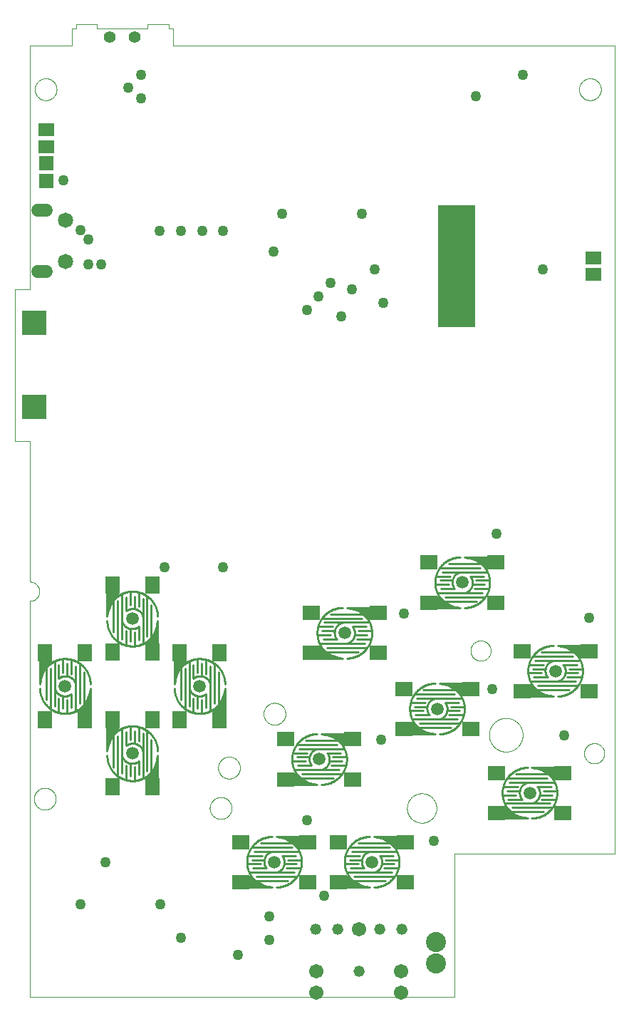
<source format=gts>
G75*
%MOIN*%
%OFA0B0*%
%FSLAX25Y25*%
%IPPOS*%
%LPD*%
%AMOC8*
5,1,8,0,0,1.08239X$1,22.5*
%
%ADD10C,0.00000*%
%ADD11C,0.00039*%
%ADD12R,0.07512X0.06331*%
%ADD13R,0.17748X0.03575*%
%ADD14R,0.08102X0.07118*%
%ADD15C,0.01000*%
%ADD16C,0.05937*%
%ADD17R,0.06724X0.06724*%
%ADD18R,0.07118X0.08102*%
%ADD19C,0.05543*%
%ADD20R,0.11449X0.11449*%
%ADD21C,0.09400*%
%ADD22C,0.06000*%
%ADD23C,0.07150*%
%ADD24C,0.06724*%
%ADD25C,0.05200*%
%ADD26C,0.04978*%
D10*
X0029320Y0017142D02*
X0029320Y0202181D01*
X0029453Y0202183D01*
X0029586Y0202189D01*
X0029718Y0202199D01*
X0029851Y0202212D01*
X0029982Y0202230D01*
X0030114Y0202251D01*
X0030244Y0202276D01*
X0030374Y0202305D01*
X0030503Y0202338D01*
X0030630Y0202375D01*
X0030757Y0202415D01*
X0030883Y0202459D01*
X0031007Y0202507D01*
X0031129Y0202558D01*
X0031250Y0202613D01*
X0031370Y0202672D01*
X0031487Y0202733D01*
X0031603Y0202799D01*
X0031717Y0202867D01*
X0031829Y0202939D01*
X0031938Y0203015D01*
X0032046Y0203093D01*
X0032151Y0203175D01*
X0032253Y0203259D01*
X0032353Y0203347D01*
X0032451Y0203437D01*
X0032545Y0203531D01*
X0032637Y0203627D01*
X0032726Y0203726D01*
X0032812Y0203827D01*
X0032895Y0203931D01*
X0032975Y0204037D01*
X0033052Y0204145D01*
X0033126Y0204256D01*
X0033196Y0204369D01*
X0033263Y0204483D01*
X0033327Y0204600D01*
X0033387Y0204719D01*
X0033444Y0204839D01*
X0033497Y0204961D01*
X0033546Y0205084D01*
X0033592Y0205209D01*
X0033635Y0205335D01*
X0033673Y0205462D01*
X0033708Y0205591D01*
X0033739Y0205720D01*
X0033766Y0205850D01*
X0033789Y0205981D01*
X0033809Y0206112D01*
X0033824Y0206245D01*
X0033836Y0206377D01*
X0033844Y0206510D01*
X0033848Y0206643D01*
X0033848Y0206775D01*
X0033844Y0206908D01*
X0033836Y0207041D01*
X0033824Y0207173D01*
X0033809Y0207306D01*
X0033789Y0207437D01*
X0033766Y0207568D01*
X0033739Y0207698D01*
X0033708Y0207827D01*
X0033673Y0207956D01*
X0033635Y0208083D01*
X0033592Y0208209D01*
X0033546Y0208334D01*
X0033497Y0208457D01*
X0033444Y0208579D01*
X0033387Y0208699D01*
X0033327Y0208818D01*
X0033263Y0208935D01*
X0033196Y0209049D01*
X0033126Y0209162D01*
X0033052Y0209273D01*
X0032975Y0209381D01*
X0032895Y0209487D01*
X0032812Y0209591D01*
X0032726Y0209692D01*
X0032637Y0209791D01*
X0032545Y0209887D01*
X0032451Y0209981D01*
X0032353Y0210071D01*
X0032253Y0210159D01*
X0032151Y0210243D01*
X0032046Y0210325D01*
X0031938Y0210403D01*
X0031829Y0210479D01*
X0031717Y0210551D01*
X0031603Y0210619D01*
X0031487Y0210685D01*
X0031370Y0210746D01*
X0031250Y0210805D01*
X0031129Y0210860D01*
X0031007Y0210911D01*
X0030883Y0210959D01*
X0030757Y0211003D01*
X0030630Y0211043D01*
X0030503Y0211080D01*
X0030374Y0211113D01*
X0030244Y0211142D01*
X0030114Y0211167D01*
X0029982Y0211188D01*
X0029851Y0211206D01*
X0029718Y0211219D01*
X0029586Y0211229D01*
X0029453Y0211235D01*
X0029320Y0211237D01*
X0029320Y0211236D02*
X0029320Y0276984D01*
X0022430Y0276984D01*
X0022430Y0347850D01*
X0029320Y0347850D01*
X0029320Y0462024D01*
X0049005Y0462024D01*
X0049005Y0469898D01*
X0050974Y0469898D01*
X0050974Y0471866D01*
X0060816Y0471866D01*
X0060816Y0469898D01*
X0084438Y0469898D01*
X0084438Y0471866D01*
X0094281Y0471866D01*
X0094281Y0469898D01*
X0096249Y0469898D01*
X0096249Y0462024D01*
X0302942Y0462024D01*
X0302942Y0083874D01*
X0228139Y0083874D01*
X0228139Y0017142D01*
X0029320Y0017142D01*
X0075383Y0130921D02*
X0075385Y0131009D01*
X0075391Y0131097D01*
X0075401Y0131185D01*
X0075415Y0131273D01*
X0075432Y0131359D01*
X0075454Y0131445D01*
X0075479Y0131529D01*
X0075509Y0131613D01*
X0075541Y0131695D01*
X0075578Y0131775D01*
X0075618Y0131854D01*
X0075662Y0131931D01*
X0075709Y0132006D01*
X0075759Y0132078D01*
X0075813Y0132149D01*
X0075869Y0132216D01*
X0075929Y0132282D01*
X0075991Y0132344D01*
X0076057Y0132404D01*
X0076124Y0132460D01*
X0076195Y0132514D01*
X0076267Y0132564D01*
X0076342Y0132611D01*
X0076419Y0132655D01*
X0076498Y0132695D01*
X0076578Y0132732D01*
X0076660Y0132764D01*
X0076744Y0132794D01*
X0076828Y0132819D01*
X0076914Y0132841D01*
X0077000Y0132858D01*
X0077088Y0132872D01*
X0077176Y0132882D01*
X0077264Y0132888D01*
X0077352Y0132890D01*
X0077440Y0132888D01*
X0077528Y0132882D01*
X0077616Y0132872D01*
X0077704Y0132858D01*
X0077790Y0132841D01*
X0077876Y0132819D01*
X0077960Y0132794D01*
X0078044Y0132764D01*
X0078126Y0132732D01*
X0078206Y0132695D01*
X0078285Y0132655D01*
X0078362Y0132611D01*
X0078437Y0132564D01*
X0078509Y0132514D01*
X0078580Y0132460D01*
X0078647Y0132404D01*
X0078713Y0132344D01*
X0078775Y0132282D01*
X0078835Y0132216D01*
X0078891Y0132149D01*
X0078945Y0132078D01*
X0078995Y0132006D01*
X0079042Y0131931D01*
X0079086Y0131854D01*
X0079126Y0131775D01*
X0079163Y0131695D01*
X0079195Y0131613D01*
X0079225Y0131529D01*
X0079250Y0131445D01*
X0079272Y0131359D01*
X0079289Y0131273D01*
X0079303Y0131185D01*
X0079313Y0131097D01*
X0079319Y0131009D01*
X0079321Y0130921D01*
X0079319Y0130833D01*
X0079313Y0130745D01*
X0079303Y0130657D01*
X0079289Y0130569D01*
X0079272Y0130483D01*
X0079250Y0130397D01*
X0079225Y0130313D01*
X0079195Y0130229D01*
X0079163Y0130147D01*
X0079126Y0130067D01*
X0079086Y0129988D01*
X0079042Y0129911D01*
X0078995Y0129836D01*
X0078945Y0129764D01*
X0078891Y0129693D01*
X0078835Y0129626D01*
X0078775Y0129560D01*
X0078713Y0129498D01*
X0078647Y0129438D01*
X0078580Y0129382D01*
X0078509Y0129328D01*
X0078437Y0129278D01*
X0078362Y0129231D01*
X0078285Y0129187D01*
X0078206Y0129147D01*
X0078126Y0129110D01*
X0078044Y0129078D01*
X0077960Y0129048D01*
X0077876Y0129023D01*
X0077790Y0129001D01*
X0077704Y0128984D01*
X0077616Y0128970D01*
X0077528Y0128960D01*
X0077440Y0128954D01*
X0077352Y0128952D01*
X0077264Y0128954D01*
X0077176Y0128960D01*
X0077088Y0128970D01*
X0077000Y0128984D01*
X0076914Y0129001D01*
X0076828Y0129023D01*
X0076744Y0129048D01*
X0076660Y0129078D01*
X0076578Y0129110D01*
X0076498Y0129147D01*
X0076419Y0129187D01*
X0076342Y0129231D01*
X0076267Y0129278D01*
X0076195Y0129328D01*
X0076124Y0129382D01*
X0076057Y0129438D01*
X0075991Y0129498D01*
X0075929Y0129560D01*
X0075869Y0129626D01*
X0075813Y0129693D01*
X0075759Y0129764D01*
X0075709Y0129836D01*
X0075662Y0129911D01*
X0075618Y0129988D01*
X0075578Y0130067D01*
X0075541Y0130147D01*
X0075509Y0130229D01*
X0075479Y0130313D01*
X0075454Y0130397D01*
X0075432Y0130483D01*
X0075415Y0130569D01*
X0075401Y0130657D01*
X0075391Y0130745D01*
X0075385Y0130833D01*
X0075383Y0130921D01*
X0043887Y0162417D02*
X0043889Y0162505D01*
X0043895Y0162593D01*
X0043905Y0162681D01*
X0043919Y0162769D01*
X0043936Y0162855D01*
X0043958Y0162941D01*
X0043983Y0163025D01*
X0044013Y0163109D01*
X0044045Y0163191D01*
X0044082Y0163271D01*
X0044122Y0163350D01*
X0044166Y0163427D01*
X0044213Y0163502D01*
X0044263Y0163574D01*
X0044317Y0163645D01*
X0044373Y0163712D01*
X0044433Y0163778D01*
X0044495Y0163840D01*
X0044561Y0163900D01*
X0044628Y0163956D01*
X0044699Y0164010D01*
X0044771Y0164060D01*
X0044846Y0164107D01*
X0044923Y0164151D01*
X0045002Y0164191D01*
X0045082Y0164228D01*
X0045164Y0164260D01*
X0045248Y0164290D01*
X0045332Y0164315D01*
X0045418Y0164337D01*
X0045504Y0164354D01*
X0045592Y0164368D01*
X0045680Y0164378D01*
X0045768Y0164384D01*
X0045856Y0164386D01*
X0045944Y0164384D01*
X0046032Y0164378D01*
X0046120Y0164368D01*
X0046208Y0164354D01*
X0046294Y0164337D01*
X0046380Y0164315D01*
X0046464Y0164290D01*
X0046548Y0164260D01*
X0046630Y0164228D01*
X0046710Y0164191D01*
X0046789Y0164151D01*
X0046866Y0164107D01*
X0046941Y0164060D01*
X0047013Y0164010D01*
X0047084Y0163956D01*
X0047151Y0163900D01*
X0047217Y0163840D01*
X0047279Y0163778D01*
X0047339Y0163712D01*
X0047395Y0163645D01*
X0047449Y0163574D01*
X0047499Y0163502D01*
X0047546Y0163427D01*
X0047590Y0163350D01*
X0047630Y0163271D01*
X0047667Y0163191D01*
X0047699Y0163109D01*
X0047729Y0163025D01*
X0047754Y0162941D01*
X0047776Y0162855D01*
X0047793Y0162769D01*
X0047807Y0162681D01*
X0047817Y0162593D01*
X0047823Y0162505D01*
X0047825Y0162417D01*
X0047823Y0162329D01*
X0047817Y0162241D01*
X0047807Y0162153D01*
X0047793Y0162065D01*
X0047776Y0161979D01*
X0047754Y0161893D01*
X0047729Y0161809D01*
X0047699Y0161725D01*
X0047667Y0161643D01*
X0047630Y0161563D01*
X0047590Y0161484D01*
X0047546Y0161407D01*
X0047499Y0161332D01*
X0047449Y0161260D01*
X0047395Y0161189D01*
X0047339Y0161122D01*
X0047279Y0161056D01*
X0047217Y0160994D01*
X0047151Y0160934D01*
X0047084Y0160878D01*
X0047013Y0160824D01*
X0046941Y0160774D01*
X0046866Y0160727D01*
X0046789Y0160683D01*
X0046710Y0160643D01*
X0046630Y0160606D01*
X0046548Y0160574D01*
X0046464Y0160544D01*
X0046380Y0160519D01*
X0046294Y0160497D01*
X0046208Y0160480D01*
X0046120Y0160466D01*
X0046032Y0160456D01*
X0045944Y0160450D01*
X0045856Y0160448D01*
X0045768Y0160450D01*
X0045680Y0160456D01*
X0045592Y0160466D01*
X0045504Y0160480D01*
X0045418Y0160497D01*
X0045332Y0160519D01*
X0045248Y0160544D01*
X0045164Y0160574D01*
X0045082Y0160606D01*
X0045002Y0160643D01*
X0044923Y0160683D01*
X0044846Y0160727D01*
X0044771Y0160774D01*
X0044699Y0160824D01*
X0044628Y0160878D01*
X0044561Y0160934D01*
X0044495Y0160994D01*
X0044433Y0161056D01*
X0044373Y0161122D01*
X0044317Y0161189D01*
X0044263Y0161260D01*
X0044213Y0161332D01*
X0044166Y0161407D01*
X0044122Y0161484D01*
X0044082Y0161563D01*
X0044045Y0161643D01*
X0044013Y0161725D01*
X0043983Y0161809D01*
X0043958Y0161893D01*
X0043936Y0161979D01*
X0043919Y0162065D01*
X0043905Y0162153D01*
X0043895Y0162241D01*
X0043889Y0162329D01*
X0043887Y0162417D01*
X0075383Y0193913D02*
X0075385Y0194001D01*
X0075391Y0194089D01*
X0075401Y0194177D01*
X0075415Y0194265D01*
X0075432Y0194351D01*
X0075454Y0194437D01*
X0075479Y0194521D01*
X0075509Y0194605D01*
X0075541Y0194687D01*
X0075578Y0194767D01*
X0075618Y0194846D01*
X0075662Y0194923D01*
X0075709Y0194998D01*
X0075759Y0195070D01*
X0075813Y0195141D01*
X0075869Y0195208D01*
X0075929Y0195274D01*
X0075991Y0195336D01*
X0076057Y0195396D01*
X0076124Y0195452D01*
X0076195Y0195506D01*
X0076267Y0195556D01*
X0076342Y0195603D01*
X0076419Y0195647D01*
X0076498Y0195687D01*
X0076578Y0195724D01*
X0076660Y0195756D01*
X0076744Y0195786D01*
X0076828Y0195811D01*
X0076914Y0195833D01*
X0077000Y0195850D01*
X0077088Y0195864D01*
X0077176Y0195874D01*
X0077264Y0195880D01*
X0077352Y0195882D01*
X0077440Y0195880D01*
X0077528Y0195874D01*
X0077616Y0195864D01*
X0077704Y0195850D01*
X0077790Y0195833D01*
X0077876Y0195811D01*
X0077960Y0195786D01*
X0078044Y0195756D01*
X0078126Y0195724D01*
X0078206Y0195687D01*
X0078285Y0195647D01*
X0078362Y0195603D01*
X0078437Y0195556D01*
X0078509Y0195506D01*
X0078580Y0195452D01*
X0078647Y0195396D01*
X0078713Y0195336D01*
X0078775Y0195274D01*
X0078835Y0195208D01*
X0078891Y0195141D01*
X0078945Y0195070D01*
X0078995Y0194998D01*
X0079042Y0194923D01*
X0079086Y0194846D01*
X0079126Y0194767D01*
X0079163Y0194687D01*
X0079195Y0194605D01*
X0079225Y0194521D01*
X0079250Y0194437D01*
X0079272Y0194351D01*
X0079289Y0194265D01*
X0079303Y0194177D01*
X0079313Y0194089D01*
X0079319Y0194001D01*
X0079321Y0193913D01*
X0079319Y0193825D01*
X0079313Y0193737D01*
X0079303Y0193649D01*
X0079289Y0193561D01*
X0079272Y0193475D01*
X0079250Y0193389D01*
X0079225Y0193305D01*
X0079195Y0193221D01*
X0079163Y0193139D01*
X0079126Y0193059D01*
X0079086Y0192980D01*
X0079042Y0192903D01*
X0078995Y0192828D01*
X0078945Y0192756D01*
X0078891Y0192685D01*
X0078835Y0192618D01*
X0078775Y0192552D01*
X0078713Y0192490D01*
X0078647Y0192430D01*
X0078580Y0192374D01*
X0078509Y0192320D01*
X0078437Y0192270D01*
X0078362Y0192223D01*
X0078285Y0192179D01*
X0078206Y0192139D01*
X0078126Y0192102D01*
X0078044Y0192070D01*
X0077960Y0192040D01*
X0077876Y0192015D01*
X0077790Y0191993D01*
X0077704Y0191976D01*
X0077616Y0191962D01*
X0077528Y0191952D01*
X0077440Y0191946D01*
X0077352Y0191944D01*
X0077264Y0191946D01*
X0077176Y0191952D01*
X0077088Y0191962D01*
X0077000Y0191976D01*
X0076914Y0191993D01*
X0076828Y0192015D01*
X0076744Y0192040D01*
X0076660Y0192070D01*
X0076578Y0192102D01*
X0076498Y0192139D01*
X0076419Y0192179D01*
X0076342Y0192223D01*
X0076267Y0192270D01*
X0076195Y0192320D01*
X0076124Y0192374D01*
X0076057Y0192430D01*
X0075991Y0192490D01*
X0075929Y0192552D01*
X0075869Y0192618D01*
X0075813Y0192685D01*
X0075759Y0192756D01*
X0075709Y0192828D01*
X0075662Y0192903D01*
X0075618Y0192980D01*
X0075578Y0193059D01*
X0075541Y0193139D01*
X0075509Y0193221D01*
X0075479Y0193305D01*
X0075454Y0193389D01*
X0075432Y0193475D01*
X0075415Y0193561D01*
X0075401Y0193649D01*
X0075391Y0193737D01*
X0075385Y0193825D01*
X0075383Y0193913D01*
X0106879Y0162417D02*
X0106881Y0162505D01*
X0106887Y0162593D01*
X0106897Y0162681D01*
X0106911Y0162769D01*
X0106928Y0162855D01*
X0106950Y0162941D01*
X0106975Y0163025D01*
X0107005Y0163109D01*
X0107037Y0163191D01*
X0107074Y0163271D01*
X0107114Y0163350D01*
X0107158Y0163427D01*
X0107205Y0163502D01*
X0107255Y0163574D01*
X0107309Y0163645D01*
X0107365Y0163712D01*
X0107425Y0163778D01*
X0107487Y0163840D01*
X0107553Y0163900D01*
X0107620Y0163956D01*
X0107691Y0164010D01*
X0107763Y0164060D01*
X0107838Y0164107D01*
X0107915Y0164151D01*
X0107994Y0164191D01*
X0108074Y0164228D01*
X0108156Y0164260D01*
X0108240Y0164290D01*
X0108324Y0164315D01*
X0108410Y0164337D01*
X0108496Y0164354D01*
X0108584Y0164368D01*
X0108672Y0164378D01*
X0108760Y0164384D01*
X0108848Y0164386D01*
X0108936Y0164384D01*
X0109024Y0164378D01*
X0109112Y0164368D01*
X0109200Y0164354D01*
X0109286Y0164337D01*
X0109372Y0164315D01*
X0109456Y0164290D01*
X0109540Y0164260D01*
X0109622Y0164228D01*
X0109702Y0164191D01*
X0109781Y0164151D01*
X0109858Y0164107D01*
X0109933Y0164060D01*
X0110005Y0164010D01*
X0110076Y0163956D01*
X0110143Y0163900D01*
X0110209Y0163840D01*
X0110271Y0163778D01*
X0110331Y0163712D01*
X0110387Y0163645D01*
X0110441Y0163574D01*
X0110491Y0163502D01*
X0110538Y0163427D01*
X0110582Y0163350D01*
X0110622Y0163271D01*
X0110659Y0163191D01*
X0110691Y0163109D01*
X0110721Y0163025D01*
X0110746Y0162941D01*
X0110768Y0162855D01*
X0110785Y0162769D01*
X0110799Y0162681D01*
X0110809Y0162593D01*
X0110815Y0162505D01*
X0110817Y0162417D01*
X0110815Y0162329D01*
X0110809Y0162241D01*
X0110799Y0162153D01*
X0110785Y0162065D01*
X0110768Y0161979D01*
X0110746Y0161893D01*
X0110721Y0161809D01*
X0110691Y0161725D01*
X0110659Y0161643D01*
X0110622Y0161563D01*
X0110582Y0161484D01*
X0110538Y0161407D01*
X0110491Y0161332D01*
X0110441Y0161260D01*
X0110387Y0161189D01*
X0110331Y0161122D01*
X0110271Y0161056D01*
X0110209Y0160994D01*
X0110143Y0160934D01*
X0110076Y0160878D01*
X0110005Y0160824D01*
X0109933Y0160774D01*
X0109858Y0160727D01*
X0109781Y0160683D01*
X0109702Y0160643D01*
X0109622Y0160606D01*
X0109540Y0160574D01*
X0109456Y0160544D01*
X0109372Y0160519D01*
X0109286Y0160497D01*
X0109200Y0160480D01*
X0109112Y0160466D01*
X0109024Y0160456D01*
X0108936Y0160450D01*
X0108848Y0160448D01*
X0108760Y0160450D01*
X0108672Y0160456D01*
X0108584Y0160466D01*
X0108496Y0160480D01*
X0108410Y0160497D01*
X0108324Y0160519D01*
X0108240Y0160544D01*
X0108156Y0160574D01*
X0108074Y0160606D01*
X0107994Y0160643D01*
X0107915Y0160683D01*
X0107838Y0160727D01*
X0107763Y0160774D01*
X0107691Y0160824D01*
X0107620Y0160878D01*
X0107553Y0160934D01*
X0107487Y0160994D01*
X0107425Y0161056D01*
X0107365Y0161122D01*
X0107309Y0161189D01*
X0107255Y0161260D01*
X0107205Y0161332D01*
X0107158Y0161407D01*
X0107114Y0161484D01*
X0107074Y0161563D01*
X0107037Y0161643D01*
X0107005Y0161725D01*
X0106975Y0161809D01*
X0106950Y0161893D01*
X0106928Y0161979D01*
X0106911Y0162065D01*
X0106897Y0162153D01*
X0106887Y0162241D01*
X0106881Y0162329D01*
X0106879Y0162417D01*
X0141741Y0080173D02*
X0141743Y0080261D01*
X0141749Y0080349D01*
X0141759Y0080437D01*
X0141773Y0080525D01*
X0141790Y0080611D01*
X0141812Y0080697D01*
X0141837Y0080781D01*
X0141867Y0080865D01*
X0141899Y0080947D01*
X0141936Y0081027D01*
X0141976Y0081106D01*
X0142020Y0081183D01*
X0142067Y0081258D01*
X0142117Y0081330D01*
X0142171Y0081401D01*
X0142227Y0081468D01*
X0142287Y0081534D01*
X0142349Y0081596D01*
X0142415Y0081656D01*
X0142482Y0081712D01*
X0142553Y0081766D01*
X0142625Y0081816D01*
X0142700Y0081863D01*
X0142777Y0081907D01*
X0142856Y0081947D01*
X0142936Y0081984D01*
X0143018Y0082016D01*
X0143102Y0082046D01*
X0143186Y0082071D01*
X0143272Y0082093D01*
X0143358Y0082110D01*
X0143446Y0082124D01*
X0143534Y0082134D01*
X0143622Y0082140D01*
X0143710Y0082142D01*
X0143798Y0082140D01*
X0143886Y0082134D01*
X0143974Y0082124D01*
X0144062Y0082110D01*
X0144148Y0082093D01*
X0144234Y0082071D01*
X0144318Y0082046D01*
X0144402Y0082016D01*
X0144484Y0081984D01*
X0144564Y0081947D01*
X0144643Y0081907D01*
X0144720Y0081863D01*
X0144795Y0081816D01*
X0144867Y0081766D01*
X0144938Y0081712D01*
X0145005Y0081656D01*
X0145071Y0081596D01*
X0145133Y0081534D01*
X0145193Y0081468D01*
X0145249Y0081401D01*
X0145303Y0081330D01*
X0145353Y0081258D01*
X0145400Y0081183D01*
X0145444Y0081106D01*
X0145484Y0081027D01*
X0145521Y0080947D01*
X0145553Y0080865D01*
X0145583Y0080781D01*
X0145608Y0080697D01*
X0145630Y0080611D01*
X0145647Y0080525D01*
X0145661Y0080437D01*
X0145671Y0080349D01*
X0145677Y0080261D01*
X0145679Y0080173D01*
X0145677Y0080085D01*
X0145671Y0079997D01*
X0145661Y0079909D01*
X0145647Y0079821D01*
X0145630Y0079735D01*
X0145608Y0079649D01*
X0145583Y0079565D01*
X0145553Y0079481D01*
X0145521Y0079399D01*
X0145484Y0079319D01*
X0145444Y0079240D01*
X0145400Y0079163D01*
X0145353Y0079088D01*
X0145303Y0079016D01*
X0145249Y0078945D01*
X0145193Y0078878D01*
X0145133Y0078812D01*
X0145071Y0078750D01*
X0145005Y0078690D01*
X0144938Y0078634D01*
X0144867Y0078580D01*
X0144795Y0078530D01*
X0144720Y0078483D01*
X0144643Y0078439D01*
X0144564Y0078399D01*
X0144484Y0078362D01*
X0144402Y0078330D01*
X0144318Y0078300D01*
X0144234Y0078275D01*
X0144148Y0078253D01*
X0144062Y0078236D01*
X0143974Y0078222D01*
X0143886Y0078212D01*
X0143798Y0078206D01*
X0143710Y0078204D01*
X0143622Y0078206D01*
X0143534Y0078212D01*
X0143446Y0078222D01*
X0143358Y0078236D01*
X0143272Y0078253D01*
X0143186Y0078275D01*
X0143102Y0078300D01*
X0143018Y0078330D01*
X0142936Y0078362D01*
X0142856Y0078399D01*
X0142777Y0078439D01*
X0142700Y0078483D01*
X0142625Y0078530D01*
X0142553Y0078580D01*
X0142482Y0078634D01*
X0142415Y0078690D01*
X0142349Y0078750D01*
X0142287Y0078812D01*
X0142227Y0078878D01*
X0142171Y0078945D01*
X0142117Y0079016D01*
X0142067Y0079088D01*
X0142020Y0079163D01*
X0141976Y0079240D01*
X0141936Y0079319D01*
X0141899Y0079399D01*
X0141867Y0079481D01*
X0141837Y0079565D01*
X0141812Y0079649D01*
X0141790Y0079735D01*
X0141773Y0079821D01*
X0141759Y0079909D01*
X0141749Y0079997D01*
X0141743Y0080085D01*
X0141741Y0080173D01*
X0162863Y0128205D02*
X0162865Y0128293D01*
X0162871Y0128381D01*
X0162881Y0128469D01*
X0162895Y0128557D01*
X0162912Y0128643D01*
X0162934Y0128729D01*
X0162959Y0128813D01*
X0162989Y0128897D01*
X0163021Y0128979D01*
X0163058Y0129059D01*
X0163098Y0129138D01*
X0163142Y0129215D01*
X0163189Y0129290D01*
X0163239Y0129362D01*
X0163293Y0129433D01*
X0163349Y0129500D01*
X0163409Y0129566D01*
X0163471Y0129628D01*
X0163537Y0129688D01*
X0163604Y0129744D01*
X0163675Y0129798D01*
X0163747Y0129848D01*
X0163822Y0129895D01*
X0163899Y0129939D01*
X0163978Y0129979D01*
X0164058Y0130016D01*
X0164140Y0130048D01*
X0164224Y0130078D01*
X0164308Y0130103D01*
X0164394Y0130125D01*
X0164480Y0130142D01*
X0164568Y0130156D01*
X0164656Y0130166D01*
X0164744Y0130172D01*
X0164832Y0130174D01*
X0164920Y0130172D01*
X0165008Y0130166D01*
X0165096Y0130156D01*
X0165184Y0130142D01*
X0165270Y0130125D01*
X0165356Y0130103D01*
X0165440Y0130078D01*
X0165524Y0130048D01*
X0165606Y0130016D01*
X0165686Y0129979D01*
X0165765Y0129939D01*
X0165842Y0129895D01*
X0165917Y0129848D01*
X0165989Y0129798D01*
X0166060Y0129744D01*
X0166127Y0129688D01*
X0166193Y0129628D01*
X0166255Y0129566D01*
X0166315Y0129500D01*
X0166371Y0129433D01*
X0166425Y0129362D01*
X0166475Y0129290D01*
X0166522Y0129215D01*
X0166566Y0129138D01*
X0166606Y0129059D01*
X0166643Y0128979D01*
X0166675Y0128897D01*
X0166705Y0128813D01*
X0166730Y0128729D01*
X0166752Y0128643D01*
X0166769Y0128557D01*
X0166783Y0128469D01*
X0166793Y0128381D01*
X0166799Y0128293D01*
X0166801Y0128205D01*
X0166799Y0128117D01*
X0166793Y0128029D01*
X0166783Y0127941D01*
X0166769Y0127853D01*
X0166752Y0127767D01*
X0166730Y0127681D01*
X0166705Y0127597D01*
X0166675Y0127513D01*
X0166643Y0127431D01*
X0166606Y0127351D01*
X0166566Y0127272D01*
X0166522Y0127195D01*
X0166475Y0127120D01*
X0166425Y0127048D01*
X0166371Y0126977D01*
X0166315Y0126910D01*
X0166255Y0126844D01*
X0166193Y0126782D01*
X0166127Y0126722D01*
X0166060Y0126666D01*
X0165989Y0126612D01*
X0165917Y0126562D01*
X0165842Y0126515D01*
X0165765Y0126471D01*
X0165686Y0126431D01*
X0165606Y0126394D01*
X0165524Y0126362D01*
X0165440Y0126332D01*
X0165356Y0126307D01*
X0165270Y0126285D01*
X0165184Y0126268D01*
X0165096Y0126254D01*
X0165008Y0126244D01*
X0164920Y0126238D01*
X0164832Y0126236D01*
X0164744Y0126238D01*
X0164656Y0126244D01*
X0164568Y0126254D01*
X0164480Y0126268D01*
X0164394Y0126285D01*
X0164308Y0126307D01*
X0164224Y0126332D01*
X0164140Y0126362D01*
X0164058Y0126394D01*
X0163978Y0126431D01*
X0163899Y0126471D01*
X0163822Y0126515D01*
X0163747Y0126562D01*
X0163675Y0126612D01*
X0163604Y0126666D01*
X0163537Y0126722D01*
X0163471Y0126782D01*
X0163409Y0126844D01*
X0163349Y0126910D01*
X0163293Y0126977D01*
X0163239Y0127048D01*
X0163189Y0127120D01*
X0163142Y0127195D01*
X0163098Y0127272D01*
X0163058Y0127351D01*
X0163021Y0127431D01*
X0162989Y0127513D01*
X0162959Y0127597D01*
X0162934Y0127681D01*
X0162912Y0127767D01*
X0162895Y0127853D01*
X0162881Y0127941D01*
X0162871Y0128029D01*
X0162865Y0128117D01*
X0162863Y0128205D01*
X0187410Y0080173D02*
X0187412Y0080261D01*
X0187418Y0080349D01*
X0187428Y0080437D01*
X0187442Y0080525D01*
X0187459Y0080611D01*
X0187481Y0080697D01*
X0187506Y0080781D01*
X0187536Y0080865D01*
X0187568Y0080947D01*
X0187605Y0081027D01*
X0187645Y0081106D01*
X0187689Y0081183D01*
X0187736Y0081258D01*
X0187786Y0081330D01*
X0187840Y0081401D01*
X0187896Y0081468D01*
X0187956Y0081534D01*
X0188018Y0081596D01*
X0188084Y0081656D01*
X0188151Y0081712D01*
X0188222Y0081766D01*
X0188294Y0081816D01*
X0188369Y0081863D01*
X0188446Y0081907D01*
X0188525Y0081947D01*
X0188605Y0081984D01*
X0188687Y0082016D01*
X0188771Y0082046D01*
X0188855Y0082071D01*
X0188941Y0082093D01*
X0189027Y0082110D01*
X0189115Y0082124D01*
X0189203Y0082134D01*
X0189291Y0082140D01*
X0189379Y0082142D01*
X0189467Y0082140D01*
X0189555Y0082134D01*
X0189643Y0082124D01*
X0189731Y0082110D01*
X0189817Y0082093D01*
X0189903Y0082071D01*
X0189987Y0082046D01*
X0190071Y0082016D01*
X0190153Y0081984D01*
X0190233Y0081947D01*
X0190312Y0081907D01*
X0190389Y0081863D01*
X0190464Y0081816D01*
X0190536Y0081766D01*
X0190607Y0081712D01*
X0190674Y0081656D01*
X0190740Y0081596D01*
X0190802Y0081534D01*
X0190862Y0081468D01*
X0190918Y0081401D01*
X0190972Y0081330D01*
X0191022Y0081258D01*
X0191069Y0081183D01*
X0191113Y0081106D01*
X0191153Y0081027D01*
X0191190Y0080947D01*
X0191222Y0080865D01*
X0191252Y0080781D01*
X0191277Y0080697D01*
X0191299Y0080611D01*
X0191316Y0080525D01*
X0191330Y0080437D01*
X0191340Y0080349D01*
X0191346Y0080261D01*
X0191348Y0080173D01*
X0191346Y0080085D01*
X0191340Y0079997D01*
X0191330Y0079909D01*
X0191316Y0079821D01*
X0191299Y0079735D01*
X0191277Y0079649D01*
X0191252Y0079565D01*
X0191222Y0079481D01*
X0191190Y0079399D01*
X0191153Y0079319D01*
X0191113Y0079240D01*
X0191069Y0079163D01*
X0191022Y0079088D01*
X0190972Y0079016D01*
X0190918Y0078945D01*
X0190862Y0078878D01*
X0190802Y0078812D01*
X0190740Y0078750D01*
X0190674Y0078690D01*
X0190607Y0078634D01*
X0190536Y0078580D01*
X0190464Y0078530D01*
X0190389Y0078483D01*
X0190312Y0078439D01*
X0190233Y0078399D01*
X0190153Y0078362D01*
X0190071Y0078330D01*
X0189987Y0078300D01*
X0189903Y0078275D01*
X0189817Y0078253D01*
X0189731Y0078236D01*
X0189643Y0078222D01*
X0189555Y0078212D01*
X0189467Y0078206D01*
X0189379Y0078204D01*
X0189291Y0078206D01*
X0189203Y0078212D01*
X0189115Y0078222D01*
X0189027Y0078236D01*
X0188941Y0078253D01*
X0188855Y0078275D01*
X0188771Y0078300D01*
X0188687Y0078330D01*
X0188605Y0078362D01*
X0188525Y0078399D01*
X0188446Y0078439D01*
X0188369Y0078483D01*
X0188294Y0078530D01*
X0188222Y0078580D01*
X0188151Y0078634D01*
X0188084Y0078690D01*
X0188018Y0078750D01*
X0187956Y0078812D01*
X0187896Y0078878D01*
X0187840Y0078945D01*
X0187786Y0079016D01*
X0187736Y0079088D01*
X0187689Y0079163D01*
X0187645Y0079240D01*
X0187605Y0079319D01*
X0187568Y0079399D01*
X0187536Y0079481D01*
X0187506Y0079565D01*
X0187481Y0079649D01*
X0187459Y0079735D01*
X0187442Y0079821D01*
X0187428Y0079909D01*
X0187418Y0079997D01*
X0187412Y0080085D01*
X0187410Y0080173D01*
X0180895Y0048638D02*
X0180897Y0048735D01*
X0180903Y0048832D01*
X0180913Y0048928D01*
X0180927Y0049024D01*
X0180945Y0049120D01*
X0180966Y0049214D01*
X0180992Y0049308D01*
X0181021Y0049400D01*
X0181055Y0049491D01*
X0181091Y0049581D01*
X0181132Y0049669D01*
X0181176Y0049755D01*
X0181224Y0049840D01*
X0181275Y0049922D01*
X0181329Y0050003D01*
X0181387Y0050081D01*
X0181448Y0050156D01*
X0181511Y0050229D01*
X0181578Y0050300D01*
X0181648Y0050367D01*
X0181720Y0050432D01*
X0181795Y0050493D01*
X0181873Y0050552D01*
X0181952Y0050607D01*
X0182034Y0050659D01*
X0182118Y0050707D01*
X0182204Y0050752D01*
X0182292Y0050794D01*
X0182381Y0050832D01*
X0182472Y0050866D01*
X0182564Y0050896D01*
X0182657Y0050923D01*
X0182752Y0050945D01*
X0182847Y0050964D01*
X0182943Y0050979D01*
X0183039Y0050990D01*
X0183136Y0050997D01*
X0183233Y0051000D01*
X0183330Y0050999D01*
X0183427Y0050994D01*
X0183523Y0050985D01*
X0183619Y0050972D01*
X0183715Y0050955D01*
X0183810Y0050934D01*
X0183903Y0050910D01*
X0183996Y0050881D01*
X0184088Y0050849D01*
X0184178Y0050813D01*
X0184266Y0050774D01*
X0184353Y0050730D01*
X0184438Y0050684D01*
X0184521Y0050633D01*
X0184602Y0050580D01*
X0184680Y0050523D01*
X0184757Y0050463D01*
X0184830Y0050400D01*
X0184901Y0050334D01*
X0184969Y0050265D01*
X0185035Y0050193D01*
X0185097Y0050119D01*
X0185156Y0050042D01*
X0185212Y0049963D01*
X0185265Y0049881D01*
X0185315Y0049798D01*
X0185360Y0049712D01*
X0185403Y0049625D01*
X0185442Y0049536D01*
X0185477Y0049446D01*
X0185508Y0049354D01*
X0185535Y0049261D01*
X0185559Y0049167D01*
X0185579Y0049072D01*
X0185595Y0048976D01*
X0185607Y0048880D01*
X0185615Y0048783D01*
X0185619Y0048686D01*
X0185619Y0048590D01*
X0185615Y0048493D01*
X0185607Y0048396D01*
X0185595Y0048300D01*
X0185579Y0048204D01*
X0185559Y0048109D01*
X0185535Y0048015D01*
X0185508Y0047922D01*
X0185477Y0047830D01*
X0185442Y0047740D01*
X0185403Y0047651D01*
X0185360Y0047564D01*
X0185315Y0047478D01*
X0185265Y0047395D01*
X0185212Y0047313D01*
X0185156Y0047234D01*
X0185097Y0047157D01*
X0185035Y0047083D01*
X0184969Y0047011D01*
X0184901Y0046942D01*
X0184830Y0046876D01*
X0184757Y0046813D01*
X0184680Y0046753D01*
X0184602Y0046696D01*
X0184521Y0046643D01*
X0184438Y0046592D01*
X0184353Y0046546D01*
X0184266Y0046502D01*
X0184178Y0046463D01*
X0184088Y0046427D01*
X0183996Y0046395D01*
X0183903Y0046366D01*
X0183810Y0046342D01*
X0183715Y0046321D01*
X0183619Y0046304D01*
X0183523Y0046291D01*
X0183427Y0046282D01*
X0183330Y0046277D01*
X0183233Y0046276D01*
X0183136Y0046279D01*
X0183039Y0046286D01*
X0182943Y0046297D01*
X0182847Y0046312D01*
X0182752Y0046331D01*
X0182657Y0046353D01*
X0182564Y0046380D01*
X0182472Y0046410D01*
X0182381Y0046444D01*
X0182292Y0046482D01*
X0182204Y0046524D01*
X0182118Y0046569D01*
X0182034Y0046617D01*
X0181952Y0046669D01*
X0181873Y0046724D01*
X0181795Y0046783D01*
X0181720Y0046844D01*
X0181648Y0046909D01*
X0181578Y0046976D01*
X0181511Y0047047D01*
X0181448Y0047120D01*
X0181387Y0047195D01*
X0181329Y0047273D01*
X0181275Y0047354D01*
X0181224Y0047436D01*
X0181176Y0047521D01*
X0181132Y0047607D01*
X0181091Y0047695D01*
X0181055Y0047785D01*
X0181021Y0047876D01*
X0180992Y0047968D01*
X0180966Y0048062D01*
X0180945Y0048156D01*
X0180927Y0048252D01*
X0180913Y0048348D01*
X0180903Y0048444D01*
X0180897Y0048541D01*
X0180895Y0048638D01*
X0161210Y0028953D02*
X0161212Y0029050D01*
X0161218Y0029147D01*
X0161228Y0029243D01*
X0161242Y0029339D01*
X0161260Y0029435D01*
X0161281Y0029529D01*
X0161307Y0029623D01*
X0161336Y0029715D01*
X0161370Y0029806D01*
X0161406Y0029896D01*
X0161447Y0029984D01*
X0161491Y0030070D01*
X0161539Y0030155D01*
X0161590Y0030237D01*
X0161644Y0030318D01*
X0161702Y0030396D01*
X0161763Y0030471D01*
X0161826Y0030544D01*
X0161893Y0030615D01*
X0161963Y0030682D01*
X0162035Y0030747D01*
X0162110Y0030808D01*
X0162188Y0030867D01*
X0162267Y0030922D01*
X0162349Y0030974D01*
X0162433Y0031022D01*
X0162519Y0031067D01*
X0162607Y0031109D01*
X0162696Y0031147D01*
X0162787Y0031181D01*
X0162879Y0031211D01*
X0162972Y0031238D01*
X0163067Y0031260D01*
X0163162Y0031279D01*
X0163258Y0031294D01*
X0163354Y0031305D01*
X0163451Y0031312D01*
X0163548Y0031315D01*
X0163645Y0031314D01*
X0163742Y0031309D01*
X0163838Y0031300D01*
X0163934Y0031287D01*
X0164030Y0031270D01*
X0164125Y0031249D01*
X0164218Y0031225D01*
X0164311Y0031196D01*
X0164403Y0031164D01*
X0164493Y0031128D01*
X0164581Y0031089D01*
X0164668Y0031045D01*
X0164753Y0030999D01*
X0164836Y0030948D01*
X0164917Y0030895D01*
X0164995Y0030838D01*
X0165072Y0030778D01*
X0165145Y0030715D01*
X0165216Y0030649D01*
X0165284Y0030580D01*
X0165350Y0030508D01*
X0165412Y0030434D01*
X0165471Y0030357D01*
X0165527Y0030278D01*
X0165580Y0030196D01*
X0165630Y0030113D01*
X0165675Y0030027D01*
X0165718Y0029940D01*
X0165757Y0029851D01*
X0165792Y0029761D01*
X0165823Y0029669D01*
X0165850Y0029576D01*
X0165874Y0029482D01*
X0165894Y0029387D01*
X0165910Y0029291D01*
X0165922Y0029195D01*
X0165930Y0029098D01*
X0165934Y0029001D01*
X0165934Y0028905D01*
X0165930Y0028808D01*
X0165922Y0028711D01*
X0165910Y0028615D01*
X0165894Y0028519D01*
X0165874Y0028424D01*
X0165850Y0028330D01*
X0165823Y0028237D01*
X0165792Y0028145D01*
X0165757Y0028055D01*
X0165718Y0027966D01*
X0165675Y0027879D01*
X0165630Y0027793D01*
X0165580Y0027710D01*
X0165527Y0027628D01*
X0165471Y0027549D01*
X0165412Y0027472D01*
X0165350Y0027398D01*
X0165284Y0027326D01*
X0165216Y0027257D01*
X0165145Y0027191D01*
X0165072Y0027128D01*
X0164995Y0027068D01*
X0164917Y0027011D01*
X0164836Y0026958D01*
X0164753Y0026907D01*
X0164668Y0026861D01*
X0164581Y0026817D01*
X0164493Y0026778D01*
X0164403Y0026742D01*
X0164311Y0026710D01*
X0164218Y0026681D01*
X0164125Y0026657D01*
X0164030Y0026636D01*
X0163934Y0026619D01*
X0163838Y0026606D01*
X0163742Y0026597D01*
X0163645Y0026592D01*
X0163548Y0026591D01*
X0163451Y0026594D01*
X0163354Y0026601D01*
X0163258Y0026612D01*
X0163162Y0026627D01*
X0163067Y0026646D01*
X0162972Y0026668D01*
X0162879Y0026695D01*
X0162787Y0026725D01*
X0162696Y0026759D01*
X0162607Y0026797D01*
X0162519Y0026839D01*
X0162433Y0026884D01*
X0162349Y0026932D01*
X0162267Y0026984D01*
X0162188Y0027039D01*
X0162110Y0027098D01*
X0162035Y0027159D01*
X0161963Y0027224D01*
X0161893Y0027291D01*
X0161826Y0027362D01*
X0161763Y0027435D01*
X0161702Y0027510D01*
X0161644Y0027588D01*
X0161590Y0027669D01*
X0161539Y0027751D01*
X0161491Y0027836D01*
X0161447Y0027922D01*
X0161406Y0028010D01*
X0161370Y0028100D01*
X0161336Y0028191D01*
X0161307Y0028283D01*
X0161281Y0028377D01*
X0161260Y0028471D01*
X0161242Y0028567D01*
X0161228Y0028663D01*
X0161218Y0028759D01*
X0161212Y0028856D01*
X0161210Y0028953D01*
X0161210Y0019110D02*
X0161212Y0019207D01*
X0161218Y0019304D01*
X0161228Y0019400D01*
X0161242Y0019496D01*
X0161260Y0019592D01*
X0161281Y0019686D01*
X0161307Y0019780D01*
X0161336Y0019872D01*
X0161370Y0019963D01*
X0161406Y0020053D01*
X0161447Y0020141D01*
X0161491Y0020227D01*
X0161539Y0020312D01*
X0161590Y0020394D01*
X0161644Y0020475D01*
X0161702Y0020553D01*
X0161763Y0020628D01*
X0161826Y0020701D01*
X0161893Y0020772D01*
X0161963Y0020839D01*
X0162035Y0020904D01*
X0162110Y0020965D01*
X0162188Y0021024D01*
X0162267Y0021079D01*
X0162349Y0021131D01*
X0162433Y0021179D01*
X0162519Y0021224D01*
X0162607Y0021266D01*
X0162696Y0021304D01*
X0162787Y0021338D01*
X0162879Y0021368D01*
X0162972Y0021395D01*
X0163067Y0021417D01*
X0163162Y0021436D01*
X0163258Y0021451D01*
X0163354Y0021462D01*
X0163451Y0021469D01*
X0163548Y0021472D01*
X0163645Y0021471D01*
X0163742Y0021466D01*
X0163838Y0021457D01*
X0163934Y0021444D01*
X0164030Y0021427D01*
X0164125Y0021406D01*
X0164218Y0021382D01*
X0164311Y0021353D01*
X0164403Y0021321D01*
X0164493Y0021285D01*
X0164581Y0021246D01*
X0164668Y0021202D01*
X0164753Y0021156D01*
X0164836Y0021105D01*
X0164917Y0021052D01*
X0164995Y0020995D01*
X0165072Y0020935D01*
X0165145Y0020872D01*
X0165216Y0020806D01*
X0165284Y0020737D01*
X0165350Y0020665D01*
X0165412Y0020591D01*
X0165471Y0020514D01*
X0165527Y0020435D01*
X0165580Y0020353D01*
X0165630Y0020270D01*
X0165675Y0020184D01*
X0165718Y0020097D01*
X0165757Y0020008D01*
X0165792Y0019918D01*
X0165823Y0019826D01*
X0165850Y0019733D01*
X0165874Y0019639D01*
X0165894Y0019544D01*
X0165910Y0019448D01*
X0165922Y0019352D01*
X0165930Y0019255D01*
X0165934Y0019158D01*
X0165934Y0019062D01*
X0165930Y0018965D01*
X0165922Y0018868D01*
X0165910Y0018772D01*
X0165894Y0018676D01*
X0165874Y0018581D01*
X0165850Y0018487D01*
X0165823Y0018394D01*
X0165792Y0018302D01*
X0165757Y0018212D01*
X0165718Y0018123D01*
X0165675Y0018036D01*
X0165630Y0017950D01*
X0165580Y0017867D01*
X0165527Y0017785D01*
X0165471Y0017706D01*
X0165412Y0017629D01*
X0165350Y0017555D01*
X0165284Y0017483D01*
X0165216Y0017414D01*
X0165145Y0017348D01*
X0165072Y0017285D01*
X0164995Y0017225D01*
X0164917Y0017168D01*
X0164836Y0017115D01*
X0164753Y0017064D01*
X0164668Y0017018D01*
X0164581Y0016974D01*
X0164493Y0016935D01*
X0164403Y0016899D01*
X0164311Y0016867D01*
X0164218Y0016838D01*
X0164125Y0016814D01*
X0164030Y0016793D01*
X0163934Y0016776D01*
X0163838Y0016763D01*
X0163742Y0016754D01*
X0163645Y0016749D01*
X0163548Y0016748D01*
X0163451Y0016751D01*
X0163354Y0016758D01*
X0163258Y0016769D01*
X0163162Y0016784D01*
X0163067Y0016803D01*
X0162972Y0016825D01*
X0162879Y0016852D01*
X0162787Y0016882D01*
X0162696Y0016916D01*
X0162607Y0016954D01*
X0162519Y0016996D01*
X0162433Y0017041D01*
X0162349Y0017089D01*
X0162267Y0017141D01*
X0162188Y0017196D01*
X0162110Y0017255D01*
X0162035Y0017316D01*
X0161963Y0017381D01*
X0161893Y0017448D01*
X0161826Y0017519D01*
X0161763Y0017592D01*
X0161702Y0017667D01*
X0161644Y0017745D01*
X0161590Y0017826D01*
X0161539Y0017908D01*
X0161491Y0017993D01*
X0161447Y0018079D01*
X0161406Y0018167D01*
X0161370Y0018257D01*
X0161336Y0018348D01*
X0161307Y0018440D01*
X0161281Y0018534D01*
X0161260Y0018628D01*
X0161242Y0018724D01*
X0161228Y0018820D01*
X0161218Y0018916D01*
X0161212Y0019013D01*
X0161210Y0019110D01*
X0200580Y0019110D02*
X0200582Y0019207D01*
X0200588Y0019304D01*
X0200598Y0019400D01*
X0200612Y0019496D01*
X0200630Y0019592D01*
X0200651Y0019686D01*
X0200677Y0019780D01*
X0200706Y0019872D01*
X0200740Y0019963D01*
X0200776Y0020053D01*
X0200817Y0020141D01*
X0200861Y0020227D01*
X0200909Y0020312D01*
X0200960Y0020394D01*
X0201014Y0020475D01*
X0201072Y0020553D01*
X0201133Y0020628D01*
X0201196Y0020701D01*
X0201263Y0020772D01*
X0201333Y0020839D01*
X0201405Y0020904D01*
X0201480Y0020965D01*
X0201558Y0021024D01*
X0201637Y0021079D01*
X0201719Y0021131D01*
X0201803Y0021179D01*
X0201889Y0021224D01*
X0201977Y0021266D01*
X0202066Y0021304D01*
X0202157Y0021338D01*
X0202249Y0021368D01*
X0202342Y0021395D01*
X0202437Y0021417D01*
X0202532Y0021436D01*
X0202628Y0021451D01*
X0202724Y0021462D01*
X0202821Y0021469D01*
X0202918Y0021472D01*
X0203015Y0021471D01*
X0203112Y0021466D01*
X0203208Y0021457D01*
X0203304Y0021444D01*
X0203400Y0021427D01*
X0203495Y0021406D01*
X0203588Y0021382D01*
X0203681Y0021353D01*
X0203773Y0021321D01*
X0203863Y0021285D01*
X0203951Y0021246D01*
X0204038Y0021202D01*
X0204123Y0021156D01*
X0204206Y0021105D01*
X0204287Y0021052D01*
X0204365Y0020995D01*
X0204442Y0020935D01*
X0204515Y0020872D01*
X0204586Y0020806D01*
X0204654Y0020737D01*
X0204720Y0020665D01*
X0204782Y0020591D01*
X0204841Y0020514D01*
X0204897Y0020435D01*
X0204950Y0020353D01*
X0205000Y0020270D01*
X0205045Y0020184D01*
X0205088Y0020097D01*
X0205127Y0020008D01*
X0205162Y0019918D01*
X0205193Y0019826D01*
X0205220Y0019733D01*
X0205244Y0019639D01*
X0205264Y0019544D01*
X0205280Y0019448D01*
X0205292Y0019352D01*
X0205300Y0019255D01*
X0205304Y0019158D01*
X0205304Y0019062D01*
X0205300Y0018965D01*
X0205292Y0018868D01*
X0205280Y0018772D01*
X0205264Y0018676D01*
X0205244Y0018581D01*
X0205220Y0018487D01*
X0205193Y0018394D01*
X0205162Y0018302D01*
X0205127Y0018212D01*
X0205088Y0018123D01*
X0205045Y0018036D01*
X0205000Y0017950D01*
X0204950Y0017867D01*
X0204897Y0017785D01*
X0204841Y0017706D01*
X0204782Y0017629D01*
X0204720Y0017555D01*
X0204654Y0017483D01*
X0204586Y0017414D01*
X0204515Y0017348D01*
X0204442Y0017285D01*
X0204365Y0017225D01*
X0204287Y0017168D01*
X0204206Y0017115D01*
X0204123Y0017064D01*
X0204038Y0017018D01*
X0203951Y0016974D01*
X0203863Y0016935D01*
X0203773Y0016899D01*
X0203681Y0016867D01*
X0203588Y0016838D01*
X0203495Y0016814D01*
X0203400Y0016793D01*
X0203304Y0016776D01*
X0203208Y0016763D01*
X0203112Y0016754D01*
X0203015Y0016749D01*
X0202918Y0016748D01*
X0202821Y0016751D01*
X0202724Y0016758D01*
X0202628Y0016769D01*
X0202532Y0016784D01*
X0202437Y0016803D01*
X0202342Y0016825D01*
X0202249Y0016852D01*
X0202157Y0016882D01*
X0202066Y0016916D01*
X0201977Y0016954D01*
X0201889Y0016996D01*
X0201803Y0017041D01*
X0201719Y0017089D01*
X0201637Y0017141D01*
X0201558Y0017196D01*
X0201480Y0017255D01*
X0201405Y0017316D01*
X0201333Y0017381D01*
X0201263Y0017448D01*
X0201196Y0017519D01*
X0201133Y0017592D01*
X0201072Y0017667D01*
X0201014Y0017745D01*
X0200960Y0017826D01*
X0200909Y0017908D01*
X0200861Y0017993D01*
X0200817Y0018079D01*
X0200776Y0018167D01*
X0200740Y0018257D01*
X0200706Y0018348D01*
X0200677Y0018440D01*
X0200651Y0018534D01*
X0200630Y0018628D01*
X0200612Y0018724D01*
X0200598Y0018820D01*
X0200588Y0018916D01*
X0200582Y0019013D01*
X0200580Y0019110D01*
X0200580Y0028953D02*
X0200582Y0029050D01*
X0200588Y0029147D01*
X0200598Y0029243D01*
X0200612Y0029339D01*
X0200630Y0029435D01*
X0200651Y0029529D01*
X0200677Y0029623D01*
X0200706Y0029715D01*
X0200740Y0029806D01*
X0200776Y0029896D01*
X0200817Y0029984D01*
X0200861Y0030070D01*
X0200909Y0030155D01*
X0200960Y0030237D01*
X0201014Y0030318D01*
X0201072Y0030396D01*
X0201133Y0030471D01*
X0201196Y0030544D01*
X0201263Y0030615D01*
X0201333Y0030682D01*
X0201405Y0030747D01*
X0201480Y0030808D01*
X0201558Y0030867D01*
X0201637Y0030922D01*
X0201719Y0030974D01*
X0201803Y0031022D01*
X0201889Y0031067D01*
X0201977Y0031109D01*
X0202066Y0031147D01*
X0202157Y0031181D01*
X0202249Y0031211D01*
X0202342Y0031238D01*
X0202437Y0031260D01*
X0202532Y0031279D01*
X0202628Y0031294D01*
X0202724Y0031305D01*
X0202821Y0031312D01*
X0202918Y0031315D01*
X0203015Y0031314D01*
X0203112Y0031309D01*
X0203208Y0031300D01*
X0203304Y0031287D01*
X0203400Y0031270D01*
X0203495Y0031249D01*
X0203588Y0031225D01*
X0203681Y0031196D01*
X0203773Y0031164D01*
X0203863Y0031128D01*
X0203951Y0031089D01*
X0204038Y0031045D01*
X0204123Y0030999D01*
X0204206Y0030948D01*
X0204287Y0030895D01*
X0204365Y0030838D01*
X0204442Y0030778D01*
X0204515Y0030715D01*
X0204586Y0030649D01*
X0204654Y0030580D01*
X0204720Y0030508D01*
X0204782Y0030434D01*
X0204841Y0030357D01*
X0204897Y0030278D01*
X0204950Y0030196D01*
X0205000Y0030113D01*
X0205045Y0030027D01*
X0205088Y0029940D01*
X0205127Y0029851D01*
X0205162Y0029761D01*
X0205193Y0029669D01*
X0205220Y0029576D01*
X0205244Y0029482D01*
X0205264Y0029387D01*
X0205280Y0029291D01*
X0205292Y0029195D01*
X0205300Y0029098D01*
X0205304Y0029001D01*
X0205304Y0028905D01*
X0205300Y0028808D01*
X0205292Y0028711D01*
X0205280Y0028615D01*
X0205264Y0028519D01*
X0205244Y0028424D01*
X0205220Y0028330D01*
X0205193Y0028237D01*
X0205162Y0028145D01*
X0205127Y0028055D01*
X0205088Y0027966D01*
X0205045Y0027879D01*
X0205000Y0027793D01*
X0204950Y0027710D01*
X0204897Y0027628D01*
X0204841Y0027549D01*
X0204782Y0027472D01*
X0204720Y0027398D01*
X0204654Y0027326D01*
X0204586Y0027257D01*
X0204515Y0027191D01*
X0204442Y0027128D01*
X0204365Y0027068D01*
X0204287Y0027011D01*
X0204206Y0026958D01*
X0204123Y0026907D01*
X0204038Y0026861D01*
X0203951Y0026817D01*
X0203863Y0026778D01*
X0203773Y0026742D01*
X0203681Y0026710D01*
X0203588Y0026681D01*
X0203495Y0026657D01*
X0203400Y0026636D01*
X0203304Y0026619D01*
X0203208Y0026606D01*
X0203112Y0026597D01*
X0203015Y0026592D01*
X0202918Y0026591D01*
X0202821Y0026594D01*
X0202724Y0026601D01*
X0202628Y0026612D01*
X0202532Y0026627D01*
X0202437Y0026646D01*
X0202342Y0026668D01*
X0202249Y0026695D01*
X0202157Y0026725D01*
X0202066Y0026759D01*
X0201977Y0026797D01*
X0201889Y0026839D01*
X0201803Y0026884D01*
X0201719Y0026932D01*
X0201637Y0026984D01*
X0201558Y0027039D01*
X0201480Y0027098D01*
X0201405Y0027159D01*
X0201333Y0027224D01*
X0201263Y0027291D01*
X0201196Y0027362D01*
X0201133Y0027435D01*
X0201072Y0027510D01*
X0201014Y0027588D01*
X0200960Y0027669D01*
X0200909Y0027751D01*
X0200861Y0027836D01*
X0200817Y0027922D01*
X0200776Y0028010D01*
X0200740Y0028100D01*
X0200706Y0028191D01*
X0200677Y0028283D01*
X0200651Y0028377D01*
X0200630Y0028471D01*
X0200612Y0028567D01*
X0200598Y0028663D01*
X0200588Y0028759D01*
X0200582Y0028856D01*
X0200580Y0028953D01*
X0261288Y0112457D02*
X0261290Y0112545D01*
X0261296Y0112633D01*
X0261306Y0112721D01*
X0261320Y0112809D01*
X0261337Y0112895D01*
X0261359Y0112981D01*
X0261384Y0113065D01*
X0261414Y0113149D01*
X0261446Y0113231D01*
X0261483Y0113311D01*
X0261523Y0113390D01*
X0261567Y0113467D01*
X0261614Y0113542D01*
X0261664Y0113614D01*
X0261718Y0113685D01*
X0261774Y0113752D01*
X0261834Y0113818D01*
X0261896Y0113880D01*
X0261962Y0113940D01*
X0262029Y0113996D01*
X0262100Y0114050D01*
X0262172Y0114100D01*
X0262247Y0114147D01*
X0262324Y0114191D01*
X0262403Y0114231D01*
X0262483Y0114268D01*
X0262565Y0114300D01*
X0262649Y0114330D01*
X0262733Y0114355D01*
X0262819Y0114377D01*
X0262905Y0114394D01*
X0262993Y0114408D01*
X0263081Y0114418D01*
X0263169Y0114424D01*
X0263257Y0114426D01*
X0263345Y0114424D01*
X0263433Y0114418D01*
X0263521Y0114408D01*
X0263609Y0114394D01*
X0263695Y0114377D01*
X0263781Y0114355D01*
X0263865Y0114330D01*
X0263949Y0114300D01*
X0264031Y0114268D01*
X0264111Y0114231D01*
X0264190Y0114191D01*
X0264267Y0114147D01*
X0264342Y0114100D01*
X0264414Y0114050D01*
X0264485Y0113996D01*
X0264552Y0113940D01*
X0264618Y0113880D01*
X0264680Y0113818D01*
X0264740Y0113752D01*
X0264796Y0113685D01*
X0264850Y0113614D01*
X0264900Y0113542D01*
X0264947Y0113467D01*
X0264991Y0113390D01*
X0265031Y0113311D01*
X0265068Y0113231D01*
X0265100Y0113149D01*
X0265130Y0113065D01*
X0265155Y0112981D01*
X0265177Y0112895D01*
X0265194Y0112809D01*
X0265208Y0112721D01*
X0265218Y0112633D01*
X0265224Y0112545D01*
X0265226Y0112457D01*
X0265224Y0112369D01*
X0265218Y0112281D01*
X0265208Y0112193D01*
X0265194Y0112105D01*
X0265177Y0112019D01*
X0265155Y0111933D01*
X0265130Y0111849D01*
X0265100Y0111765D01*
X0265068Y0111683D01*
X0265031Y0111603D01*
X0264991Y0111524D01*
X0264947Y0111447D01*
X0264900Y0111372D01*
X0264850Y0111300D01*
X0264796Y0111229D01*
X0264740Y0111162D01*
X0264680Y0111096D01*
X0264618Y0111034D01*
X0264552Y0110974D01*
X0264485Y0110918D01*
X0264414Y0110864D01*
X0264342Y0110814D01*
X0264267Y0110767D01*
X0264190Y0110723D01*
X0264111Y0110683D01*
X0264031Y0110646D01*
X0263949Y0110614D01*
X0263865Y0110584D01*
X0263781Y0110559D01*
X0263695Y0110537D01*
X0263609Y0110520D01*
X0263521Y0110506D01*
X0263433Y0110496D01*
X0263345Y0110490D01*
X0263257Y0110488D01*
X0263169Y0110490D01*
X0263081Y0110496D01*
X0262993Y0110506D01*
X0262905Y0110520D01*
X0262819Y0110537D01*
X0262733Y0110559D01*
X0262649Y0110584D01*
X0262565Y0110614D01*
X0262483Y0110646D01*
X0262403Y0110683D01*
X0262324Y0110723D01*
X0262247Y0110767D01*
X0262172Y0110814D01*
X0262100Y0110864D01*
X0262029Y0110918D01*
X0261962Y0110974D01*
X0261896Y0111034D01*
X0261834Y0111096D01*
X0261774Y0111162D01*
X0261718Y0111229D01*
X0261664Y0111300D01*
X0261614Y0111372D01*
X0261567Y0111447D01*
X0261523Y0111524D01*
X0261483Y0111603D01*
X0261446Y0111683D01*
X0261414Y0111765D01*
X0261384Y0111849D01*
X0261359Y0111933D01*
X0261337Y0112019D01*
X0261320Y0112105D01*
X0261306Y0112193D01*
X0261296Y0112281D01*
X0261290Y0112369D01*
X0261288Y0112457D01*
X0273296Y0169504D02*
X0273298Y0169592D01*
X0273304Y0169680D01*
X0273314Y0169768D01*
X0273328Y0169856D01*
X0273345Y0169942D01*
X0273367Y0170028D01*
X0273392Y0170112D01*
X0273422Y0170196D01*
X0273454Y0170278D01*
X0273491Y0170358D01*
X0273531Y0170437D01*
X0273575Y0170514D01*
X0273622Y0170589D01*
X0273672Y0170661D01*
X0273726Y0170732D01*
X0273782Y0170799D01*
X0273842Y0170865D01*
X0273904Y0170927D01*
X0273970Y0170987D01*
X0274037Y0171043D01*
X0274108Y0171097D01*
X0274180Y0171147D01*
X0274255Y0171194D01*
X0274332Y0171238D01*
X0274411Y0171278D01*
X0274491Y0171315D01*
X0274573Y0171347D01*
X0274657Y0171377D01*
X0274741Y0171402D01*
X0274827Y0171424D01*
X0274913Y0171441D01*
X0275001Y0171455D01*
X0275089Y0171465D01*
X0275177Y0171471D01*
X0275265Y0171473D01*
X0275353Y0171471D01*
X0275441Y0171465D01*
X0275529Y0171455D01*
X0275617Y0171441D01*
X0275703Y0171424D01*
X0275789Y0171402D01*
X0275873Y0171377D01*
X0275957Y0171347D01*
X0276039Y0171315D01*
X0276119Y0171278D01*
X0276198Y0171238D01*
X0276275Y0171194D01*
X0276350Y0171147D01*
X0276422Y0171097D01*
X0276493Y0171043D01*
X0276560Y0170987D01*
X0276626Y0170927D01*
X0276688Y0170865D01*
X0276748Y0170799D01*
X0276804Y0170732D01*
X0276858Y0170661D01*
X0276908Y0170589D01*
X0276955Y0170514D01*
X0276999Y0170437D01*
X0277039Y0170358D01*
X0277076Y0170278D01*
X0277108Y0170196D01*
X0277138Y0170112D01*
X0277163Y0170028D01*
X0277185Y0169942D01*
X0277202Y0169856D01*
X0277216Y0169768D01*
X0277226Y0169680D01*
X0277232Y0169592D01*
X0277234Y0169504D01*
X0277232Y0169416D01*
X0277226Y0169328D01*
X0277216Y0169240D01*
X0277202Y0169152D01*
X0277185Y0169066D01*
X0277163Y0168980D01*
X0277138Y0168896D01*
X0277108Y0168812D01*
X0277076Y0168730D01*
X0277039Y0168650D01*
X0276999Y0168571D01*
X0276955Y0168494D01*
X0276908Y0168419D01*
X0276858Y0168347D01*
X0276804Y0168276D01*
X0276748Y0168209D01*
X0276688Y0168143D01*
X0276626Y0168081D01*
X0276560Y0168021D01*
X0276493Y0167965D01*
X0276422Y0167911D01*
X0276350Y0167861D01*
X0276275Y0167814D01*
X0276198Y0167770D01*
X0276119Y0167730D01*
X0276039Y0167693D01*
X0275957Y0167661D01*
X0275873Y0167631D01*
X0275789Y0167606D01*
X0275703Y0167584D01*
X0275617Y0167567D01*
X0275529Y0167553D01*
X0275441Y0167543D01*
X0275353Y0167537D01*
X0275265Y0167535D01*
X0275177Y0167537D01*
X0275089Y0167543D01*
X0275001Y0167553D01*
X0274913Y0167567D01*
X0274827Y0167584D01*
X0274741Y0167606D01*
X0274657Y0167631D01*
X0274573Y0167661D01*
X0274491Y0167693D01*
X0274411Y0167730D01*
X0274332Y0167770D01*
X0274255Y0167814D01*
X0274180Y0167861D01*
X0274108Y0167911D01*
X0274037Y0167965D01*
X0273970Y0168021D01*
X0273904Y0168081D01*
X0273842Y0168143D01*
X0273782Y0168209D01*
X0273726Y0168276D01*
X0273672Y0168347D01*
X0273622Y0168419D01*
X0273575Y0168494D01*
X0273531Y0168571D01*
X0273491Y0168650D01*
X0273454Y0168730D01*
X0273422Y0168812D01*
X0273392Y0168896D01*
X0273367Y0168980D01*
X0273345Y0169066D01*
X0273328Y0169152D01*
X0273314Y0169240D01*
X0273304Y0169328D01*
X0273298Y0169416D01*
X0273296Y0169504D01*
X0229792Y0210882D02*
X0229794Y0210970D01*
X0229800Y0211058D01*
X0229810Y0211146D01*
X0229824Y0211234D01*
X0229841Y0211320D01*
X0229863Y0211406D01*
X0229888Y0211490D01*
X0229918Y0211574D01*
X0229950Y0211656D01*
X0229987Y0211736D01*
X0230027Y0211815D01*
X0230071Y0211892D01*
X0230118Y0211967D01*
X0230168Y0212039D01*
X0230222Y0212110D01*
X0230278Y0212177D01*
X0230338Y0212243D01*
X0230400Y0212305D01*
X0230466Y0212365D01*
X0230533Y0212421D01*
X0230604Y0212475D01*
X0230676Y0212525D01*
X0230751Y0212572D01*
X0230828Y0212616D01*
X0230907Y0212656D01*
X0230987Y0212693D01*
X0231069Y0212725D01*
X0231153Y0212755D01*
X0231237Y0212780D01*
X0231323Y0212802D01*
X0231409Y0212819D01*
X0231497Y0212833D01*
X0231585Y0212843D01*
X0231673Y0212849D01*
X0231761Y0212851D01*
X0231849Y0212849D01*
X0231937Y0212843D01*
X0232025Y0212833D01*
X0232113Y0212819D01*
X0232199Y0212802D01*
X0232285Y0212780D01*
X0232369Y0212755D01*
X0232453Y0212725D01*
X0232535Y0212693D01*
X0232615Y0212656D01*
X0232694Y0212616D01*
X0232771Y0212572D01*
X0232846Y0212525D01*
X0232918Y0212475D01*
X0232989Y0212421D01*
X0233056Y0212365D01*
X0233122Y0212305D01*
X0233184Y0212243D01*
X0233244Y0212177D01*
X0233300Y0212110D01*
X0233354Y0212039D01*
X0233404Y0211967D01*
X0233451Y0211892D01*
X0233495Y0211815D01*
X0233535Y0211736D01*
X0233572Y0211656D01*
X0233604Y0211574D01*
X0233634Y0211490D01*
X0233659Y0211406D01*
X0233681Y0211320D01*
X0233698Y0211234D01*
X0233712Y0211146D01*
X0233722Y0211058D01*
X0233728Y0210970D01*
X0233730Y0210882D01*
X0233728Y0210794D01*
X0233722Y0210706D01*
X0233712Y0210618D01*
X0233698Y0210530D01*
X0233681Y0210444D01*
X0233659Y0210358D01*
X0233634Y0210274D01*
X0233604Y0210190D01*
X0233572Y0210108D01*
X0233535Y0210028D01*
X0233495Y0209949D01*
X0233451Y0209872D01*
X0233404Y0209797D01*
X0233354Y0209725D01*
X0233300Y0209654D01*
X0233244Y0209587D01*
X0233184Y0209521D01*
X0233122Y0209459D01*
X0233056Y0209399D01*
X0232989Y0209343D01*
X0232918Y0209289D01*
X0232846Y0209239D01*
X0232771Y0209192D01*
X0232694Y0209148D01*
X0232615Y0209108D01*
X0232535Y0209071D01*
X0232453Y0209039D01*
X0232369Y0209009D01*
X0232285Y0208984D01*
X0232199Y0208962D01*
X0232113Y0208945D01*
X0232025Y0208931D01*
X0231937Y0208921D01*
X0231849Y0208915D01*
X0231761Y0208913D01*
X0231673Y0208915D01*
X0231585Y0208921D01*
X0231497Y0208931D01*
X0231409Y0208945D01*
X0231323Y0208962D01*
X0231237Y0208984D01*
X0231153Y0209009D01*
X0231069Y0209039D01*
X0230987Y0209071D01*
X0230907Y0209108D01*
X0230828Y0209148D01*
X0230751Y0209192D01*
X0230676Y0209239D01*
X0230604Y0209289D01*
X0230533Y0209343D01*
X0230466Y0209399D01*
X0230400Y0209459D01*
X0230338Y0209521D01*
X0230278Y0209587D01*
X0230222Y0209654D01*
X0230168Y0209725D01*
X0230118Y0209797D01*
X0230071Y0209872D01*
X0230027Y0209949D01*
X0229987Y0210028D01*
X0229950Y0210108D01*
X0229918Y0210190D01*
X0229888Y0210274D01*
X0229863Y0210358D01*
X0229841Y0210444D01*
X0229824Y0210530D01*
X0229810Y0210618D01*
X0229800Y0210706D01*
X0229794Y0210794D01*
X0229792Y0210882D01*
X0217981Y0151827D02*
X0217983Y0151915D01*
X0217989Y0152003D01*
X0217999Y0152091D01*
X0218013Y0152179D01*
X0218030Y0152265D01*
X0218052Y0152351D01*
X0218077Y0152435D01*
X0218107Y0152519D01*
X0218139Y0152601D01*
X0218176Y0152681D01*
X0218216Y0152760D01*
X0218260Y0152837D01*
X0218307Y0152912D01*
X0218357Y0152984D01*
X0218411Y0153055D01*
X0218467Y0153122D01*
X0218527Y0153188D01*
X0218589Y0153250D01*
X0218655Y0153310D01*
X0218722Y0153366D01*
X0218793Y0153420D01*
X0218865Y0153470D01*
X0218940Y0153517D01*
X0219017Y0153561D01*
X0219096Y0153601D01*
X0219176Y0153638D01*
X0219258Y0153670D01*
X0219342Y0153700D01*
X0219426Y0153725D01*
X0219512Y0153747D01*
X0219598Y0153764D01*
X0219686Y0153778D01*
X0219774Y0153788D01*
X0219862Y0153794D01*
X0219950Y0153796D01*
X0220038Y0153794D01*
X0220126Y0153788D01*
X0220214Y0153778D01*
X0220302Y0153764D01*
X0220388Y0153747D01*
X0220474Y0153725D01*
X0220558Y0153700D01*
X0220642Y0153670D01*
X0220724Y0153638D01*
X0220804Y0153601D01*
X0220883Y0153561D01*
X0220960Y0153517D01*
X0221035Y0153470D01*
X0221107Y0153420D01*
X0221178Y0153366D01*
X0221245Y0153310D01*
X0221311Y0153250D01*
X0221373Y0153188D01*
X0221433Y0153122D01*
X0221489Y0153055D01*
X0221543Y0152984D01*
X0221593Y0152912D01*
X0221640Y0152837D01*
X0221684Y0152760D01*
X0221724Y0152681D01*
X0221761Y0152601D01*
X0221793Y0152519D01*
X0221823Y0152435D01*
X0221848Y0152351D01*
X0221870Y0152265D01*
X0221887Y0152179D01*
X0221901Y0152091D01*
X0221911Y0152003D01*
X0221917Y0151915D01*
X0221919Y0151827D01*
X0221917Y0151739D01*
X0221911Y0151651D01*
X0221901Y0151563D01*
X0221887Y0151475D01*
X0221870Y0151389D01*
X0221848Y0151303D01*
X0221823Y0151219D01*
X0221793Y0151135D01*
X0221761Y0151053D01*
X0221724Y0150973D01*
X0221684Y0150894D01*
X0221640Y0150817D01*
X0221593Y0150742D01*
X0221543Y0150670D01*
X0221489Y0150599D01*
X0221433Y0150532D01*
X0221373Y0150466D01*
X0221311Y0150404D01*
X0221245Y0150344D01*
X0221178Y0150288D01*
X0221107Y0150234D01*
X0221035Y0150184D01*
X0220960Y0150137D01*
X0220883Y0150093D01*
X0220804Y0150053D01*
X0220724Y0150016D01*
X0220642Y0149984D01*
X0220558Y0149954D01*
X0220474Y0149929D01*
X0220388Y0149907D01*
X0220302Y0149890D01*
X0220214Y0149876D01*
X0220126Y0149866D01*
X0220038Y0149860D01*
X0219950Y0149858D01*
X0219862Y0149860D01*
X0219774Y0149866D01*
X0219686Y0149876D01*
X0219598Y0149890D01*
X0219512Y0149907D01*
X0219426Y0149929D01*
X0219342Y0149954D01*
X0219258Y0149984D01*
X0219176Y0150016D01*
X0219096Y0150053D01*
X0219017Y0150093D01*
X0218940Y0150137D01*
X0218865Y0150184D01*
X0218793Y0150234D01*
X0218722Y0150288D01*
X0218655Y0150344D01*
X0218589Y0150404D01*
X0218527Y0150466D01*
X0218467Y0150532D01*
X0218411Y0150599D01*
X0218357Y0150670D01*
X0218307Y0150742D01*
X0218260Y0150817D01*
X0218216Y0150894D01*
X0218176Y0150973D01*
X0218139Y0151053D01*
X0218107Y0151135D01*
X0218077Y0151219D01*
X0218052Y0151303D01*
X0218030Y0151389D01*
X0218013Y0151475D01*
X0217999Y0151563D01*
X0217989Y0151651D01*
X0217983Y0151739D01*
X0217981Y0151827D01*
X0174674Y0187260D02*
X0174676Y0187348D01*
X0174682Y0187436D01*
X0174692Y0187524D01*
X0174706Y0187612D01*
X0174723Y0187698D01*
X0174745Y0187784D01*
X0174770Y0187868D01*
X0174800Y0187952D01*
X0174832Y0188034D01*
X0174869Y0188114D01*
X0174909Y0188193D01*
X0174953Y0188270D01*
X0175000Y0188345D01*
X0175050Y0188417D01*
X0175104Y0188488D01*
X0175160Y0188555D01*
X0175220Y0188621D01*
X0175282Y0188683D01*
X0175348Y0188743D01*
X0175415Y0188799D01*
X0175486Y0188853D01*
X0175558Y0188903D01*
X0175633Y0188950D01*
X0175710Y0188994D01*
X0175789Y0189034D01*
X0175869Y0189071D01*
X0175951Y0189103D01*
X0176035Y0189133D01*
X0176119Y0189158D01*
X0176205Y0189180D01*
X0176291Y0189197D01*
X0176379Y0189211D01*
X0176467Y0189221D01*
X0176555Y0189227D01*
X0176643Y0189229D01*
X0176731Y0189227D01*
X0176819Y0189221D01*
X0176907Y0189211D01*
X0176995Y0189197D01*
X0177081Y0189180D01*
X0177167Y0189158D01*
X0177251Y0189133D01*
X0177335Y0189103D01*
X0177417Y0189071D01*
X0177497Y0189034D01*
X0177576Y0188994D01*
X0177653Y0188950D01*
X0177728Y0188903D01*
X0177800Y0188853D01*
X0177871Y0188799D01*
X0177938Y0188743D01*
X0178004Y0188683D01*
X0178066Y0188621D01*
X0178126Y0188555D01*
X0178182Y0188488D01*
X0178236Y0188417D01*
X0178286Y0188345D01*
X0178333Y0188270D01*
X0178377Y0188193D01*
X0178417Y0188114D01*
X0178454Y0188034D01*
X0178486Y0187952D01*
X0178516Y0187868D01*
X0178541Y0187784D01*
X0178563Y0187698D01*
X0178580Y0187612D01*
X0178594Y0187524D01*
X0178604Y0187436D01*
X0178610Y0187348D01*
X0178612Y0187260D01*
X0178610Y0187172D01*
X0178604Y0187084D01*
X0178594Y0186996D01*
X0178580Y0186908D01*
X0178563Y0186822D01*
X0178541Y0186736D01*
X0178516Y0186652D01*
X0178486Y0186568D01*
X0178454Y0186486D01*
X0178417Y0186406D01*
X0178377Y0186327D01*
X0178333Y0186250D01*
X0178286Y0186175D01*
X0178236Y0186103D01*
X0178182Y0186032D01*
X0178126Y0185965D01*
X0178066Y0185899D01*
X0178004Y0185837D01*
X0177938Y0185777D01*
X0177871Y0185721D01*
X0177800Y0185667D01*
X0177728Y0185617D01*
X0177653Y0185570D01*
X0177576Y0185526D01*
X0177497Y0185486D01*
X0177417Y0185449D01*
X0177335Y0185417D01*
X0177251Y0185387D01*
X0177167Y0185362D01*
X0177081Y0185340D01*
X0176995Y0185323D01*
X0176907Y0185309D01*
X0176819Y0185299D01*
X0176731Y0185293D01*
X0176643Y0185291D01*
X0176555Y0185293D01*
X0176467Y0185299D01*
X0176379Y0185309D01*
X0176291Y0185323D01*
X0176205Y0185340D01*
X0176119Y0185362D01*
X0176035Y0185387D01*
X0175951Y0185417D01*
X0175869Y0185449D01*
X0175789Y0185486D01*
X0175710Y0185526D01*
X0175633Y0185570D01*
X0175558Y0185617D01*
X0175486Y0185667D01*
X0175415Y0185721D01*
X0175348Y0185777D01*
X0175282Y0185837D01*
X0175220Y0185899D01*
X0175160Y0185965D01*
X0175104Y0186032D01*
X0175050Y0186103D01*
X0175000Y0186175D01*
X0174953Y0186250D01*
X0174909Y0186327D01*
X0174869Y0186406D01*
X0174832Y0186486D01*
X0174800Y0186568D01*
X0174770Y0186652D01*
X0174745Y0186736D01*
X0174723Y0186822D01*
X0174706Y0186908D01*
X0174692Y0186996D01*
X0174682Y0187084D01*
X0174676Y0187172D01*
X0174674Y0187260D01*
X0076761Y0465961D02*
X0076763Y0466045D01*
X0076769Y0466128D01*
X0076779Y0466211D01*
X0076793Y0466294D01*
X0076810Y0466376D01*
X0076832Y0466457D01*
X0076857Y0466536D01*
X0076886Y0466615D01*
X0076919Y0466692D01*
X0076955Y0466767D01*
X0076995Y0466841D01*
X0077038Y0466913D01*
X0077085Y0466982D01*
X0077135Y0467049D01*
X0077188Y0467114D01*
X0077244Y0467176D01*
X0077302Y0467236D01*
X0077364Y0467293D01*
X0077428Y0467346D01*
X0077495Y0467397D01*
X0077564Y0467444D01*
X0077635Y0467489D01*
X0077708Y0467529D01*
X0077783Y0467566D01*
X0077860Y0467600D01*
X0077938Y0467630D01*
X0078017Y0467656D01*
X0078098Y0467679D01*
X0078180Y0467697D01*
X0078262Y0467712D01*
X0078345Y0467723D01*
X0078428Y0467730D01*
X0078512Y0467733D01*
X0078596Y0467732D01*
X0078679Y0467727D01*
X0078763Y0467718D01*
X0078845Y0467705D01*
X0078927Y0467689D01*
X0079008Y0467668D01*
X0079089Y0467644D01*
X0079167Y0467616D01*
X0079245Y0467584D01*
X0079321Y0467548D01*
X0079395Y0467509D01*
X0079467Y0467467D01*
X0079537Y0467421D01*
X0079605Y0467372D01*
X0079670Y0467320D01*
X0079733Y0467265D01*
X0079793Y0467207D01*
X0079851Y0467146D01*
X0079905Y0467082D01*
X0079957Y0467016D01*
X0080005Y0466948D01*
X0080050Y0466877D01*
X0080091Y0466804D01*
X0080130Y0466730D01*
X0080164Y0466654D01*
X0080195Y0466576D01*
X0080222Y0466497D01*
X0080246Y0466416D01*
X0080265Y0466335D01*
X0080281Y0466253D01*
X0080293Y0466170D01*
X0080301Y0466086D01*
X0080305Y0466003D01*
X0080305Y0465919D01*
X0080301Y0465836D01*
X0080293Y0465752D01*
X0080281Y0465669D01*
X0080265Y0465587D01*
X0080246Y0465506D01*
X0080222Y0465425D01*
X0080195Y0465346D01*
X0080164Y0465268D01*
X0080130Y0465192D01*
X0080091Y0465118D01*
X0080050Y0465045D01*
X0080005Y0464974D01*
X0079957Y0464906D01*
X0079905Y0464840D01*
X0079851Y0464776D01*
X0079793Y0464715D01*
X0079733Y0464657D01*
X0079670Y0464602D01*
X0079605Y0464550D01*
X0079537Y0464501D01*
X0079467Y0464455D01*
X0079395Y0464413D01*
X0079321Y0464374D01*
X0079245Y0464338D01*
X0079167Y0464306D01*
X0079089Y0464278D01*
X0079008Y0464254D01*
X0078927Y0464233D01*
X0078845Y0464217D01*
X0078763Y0464204D01*
X0078679Y0464195D01*
X0078596Y0464190D01*
X0078512Y0464189D01*
X0078428Y0464192D01*
X0078345Y0464199D01*
X0078262Y0464210D01*
X0078180Y0464225D01*
X0078098Y0464243D01*
X0078017Y0464266D01*
X0077938Y0464292D01*
X0077860Y0464322D01*
X0077783Y0464356D01*
X0077708Y0464393D01*
X0077635Y0464433D01*
X0077564Y0464478D01*
X0077495Y0464525D01*
X0077428Y0464576D01*
X0077364Y0464629D01*
X0077302Y0464686D01*
X0077244Y0464746D01*
X0077188Y0464808D01*
X0077135Y0464873D01*
X0077085Y0464940D01*
X0077038Y0465009D01*
X0076995Y0465081D01*
X0076955Y0465155D01*
X0076919Y0465230D01*
X0076886Y0465307D01*
X0076857Y0465386D01*
X0076832Y0465465D01*
X0076810Y0465546D01*
X0076793Y0465628D01*
X0076779Y0465711D01*
X0076769Y0465794D01*
X0076763Y0465877D01*
X0076761Y0465961D01*
X0064950Y0465961D02*
X0064952Y0466045D01*
X0064958Y0466128D01*
X0064968Y0466211D01*
X0064982Y0466294D01*
X0064999Y0466376D01*
X0065021Y0466457D01*
X0065046Y0466536D01*
X0065075Y0466615D01*
X0065108Y0466692D01*
X0065144Y0466767D01*
X0065184Y0466841D01*
X0065227Y0466913D01*
X0065274Y0466982D01*
X0065324Y0467049D01*
X0065377Y0467114D01*
X0065433Y0467176D01*
X0065491Y0467236D01*
X0065553Y0467293D01*
X0065617Y0467346D01*
X0065684Y0467397D01*
X0065753Y0467444D01*
X0065824Y0467489D01*
X0065897Y0467529D01*
X0065972Y0467566D01*
X0066049Y0467600D01*
X0066127Y0467630D01*
X0066206Y0467656D01*
X0066287Y0467679D01*
X0066369Y0467697D01*
X0066451Y0467712D01*
X0066534Y0467723D01*
X0066617Y0467730D01*
X0066701Y0467733D01*
X0066785Y0467732D01*
X0066868Y0467727D01*
X0066952Y0467718D01*
X0067034Y0467705D01*
X0067116Y0467689D01*
X0067197Y0467668D01*
X0067278Y0467644D01*
X0067356Y0467616D01*
X0067434Y0467584D01*
X0067510Y0467548D01*
X0067584Y0467509D01*
X0067656Y0467467D01*
X0067726Y0467421D01*
X0067794Y0467372D01*
X0067859Y0467320D01*
X0067922Y0467265D01*
X0067982Y0467207D01*
X0068040Y0467146D01*
X0068094Y0467082D01*
X0068146Y0467016D01*
X0068194Y0466948D01*
X0068239Y0466877D01*
X0068280Y0466804D01*
X0068319Y0466730D01*
X0068353Y0466654D01*
X0068384Y0466576D01*
X0068411Y0466497D01*
X0068435Y0466416D01*
X0068454Y0466335D01*
X0068470Y0466253D01*
X0068482Y0466170D01*
X0068490Y0466086D01*
X0068494Y0466003D01*
X0068494Y0465919D01*
X0068490Y0465836D01*
X0068482Y0465752D01*
X0068470Y0465669D01*
X0068454Y0465587D01*
X0068435Y0465506D01*
X0068411Y0465425D01*
X0068384Y0465346D01*
X0068353Y0465268D01*
X0068319Y0465192D01*
X0068280Y0465118D01*
X0068239Y0465045D01*
X0068194Y0464974D01*
X0068146Y0464906D01*
X0068094Y0464840D01*
X0068040Y0464776D01*
X0067982Y0464715D01*
X0067922Y0464657D01*
X0067859Y0464602D01*
X0067794Y0464550D01*
X0067726Y0464501D01*
X0067656Y0464455D01*
X0067584Y0464413D01*
X0067510Y0464374D01*
X0067434Y0464338D01*
X0067356Y0464306D01*
X0067278Y0464278D01*
X0067197Y0464254D01*
X0067116Y0464233D01*
X0067034Y0464217D01*
X0066952Y0464204D01*
X0066868Y0464195D01*
X0066785Y0464190D01*
X0066701Y0464189D01*
X0066617Y0464192D01*
X0066534Y0464199D01*
X0066451Y0464210D01*
X0066369Y0464225D01*
X0066287Y0464243D01*
X0066206Y0464266D01*
X0066127Y0464292D01*
X0066049Y0464322D01*
X0065972Y0464356D01*
X0065897Y0464393D01*
X0065824Y0464433D01*
X0065753Y0464478D01*
X0065684Y0464525D01*
X0065617Y0464576D01*
X0065553Y0464629D01*
X0065491Y0464686D01*
X0065433Y0464746D01*
X0065377Y0464808D01*
X0065324Y0464873D01*
X0065274Y0464940D01*
X0065227Y0465009D01*
X0065184Y0465081D01*
X0065144Y0465155D01*
X0065108Y0465230D01*
X0065075Y0465307D01*
X0065046Y0465386D01*
X0065021Y0465465D01*
X0064999Y0465546D01*
X0064982Y0465628D01*
X0064968Y0465711D01*
X0064958Y0465794D01*
X0064952Y0465877D01*
X0064950Y0465961D01*
D11*
X0031683Y0441551D02*
X0031685Y0441694D01*
X0031691Y0441837D01*
X0031701Y0441979D01*
X0031715Y0442121D01*
X0031733Y0442263D01*
X0031755Y0442405D01*
X0031780Y0442545D01*
X0031810Y0442685D01*
X0031844Y0442824D01*
X0031881Y0442962D01*
X0031923Y0443099D01*
X0031968Y0443234D01*
X0032017Y0443368D01*
X0032069Y0443501D01*
X0032125Y0443633D01*
X0032185Y0443762D01*
X0032249Y0443890D01*
X0032316Y0444017D01*
X0032387Y0444141D01*
X0032461Y0444263D01*
X0032538Y0444383D01*
X0032619Y0444501D01*
X0032703Y0444617D01*
X0032790Y0444730D01*
X0032880Y0444841D01*
X0032974Y0444949D01*
X0033070Y0445055D01*
X0033169Y0445157D01*
X0033272Y0445257D01*
X0033376Y0445354D01*
X0033484Y0445449D01*
X0033594Y0445540D01*
X0033707Y0445628D01*
X0033822Y0445712D01*
X0033939Y0445794D01*
X0034059Y0445872D01*
X0034180Y0445947D01*
X0034304Y0446019D01*
X0034430Y0446087D01*
X0034557Y0446151D01*
X0034687Y0446212D01*
X0034818Y0446269D01*
X0034950Y0446323D01*
X0035084Y0446372D01*
X0035219Y0446419D01*
X0035356Y0446461D01*
X0035494Y0446499D01*
X0035632Y0446534D01*
X0035772Y0446564D01*
X0035912Y0446591D01*
X0036053Y0446614D01*
X0036195Y0446633D01*
X0036337Y0446648D01*
X0036480Y0446659D01*
X0036622Y0446666D01*
X0036765Y0446669D01*
X0036908Y0446668D01*
X0037051Y0446663D01*
X0037194Y0446654D01*
X0037336Y0446641D01*
X0037478Y0446624D01*
X0037619Y0446603D01*
X0037760Y0446578D01*
X0037900Y0446550D01*
X0038039Y0446517D01*
X0038177Y0446480D01*
X0038314Y0446440D01*
X0038450Y0446396D01*
X0038585Y0446348D01*
X0038718Y0446296D01*
X0038850Y0446241D01*
X0038980Y0446182D01*
X0039109Y0446119D01*
X0039235Y0446053D01*
X0039360Y0445983D01*
X0039483Y0445910D01*
X0039603Y0445834D01*
X0039722Y0445754D01*
X0039838Y0445670D01*
X0039952Y0445584D01*
X0040063Y0445494D01*
X0040172Y0445402D01*
X0040278Y0445306D01*
X0040382Y0445208D01*
X0040483Y0445106D01*
X0040580Y0445002D01*
X0040675Y0444895D01*
X0040767Y0444786D01*
X0040856Y0444674D01*
X0040942Y0444559D01*
X0041024Y0444443D01*
X0041103Y0444323D01*
X0041179Y0444202D01*
X0041251Y0444079D01*
X0041320Y0443954D01*
X0041385Y0443827D01*
X0041447Y0443698D01*
X0041505Y0443567D01*
X0041560Y0443435D01*
X0041610Y0443301D01*
X0041657Y0443166D01*
X0041701Y0443030D01*
X0041740Y0442893D01*
X0041775Y0442754D01*
X0041807Y0442615D01*
X0041835Y0442475D01*
X0041859Y0442334D01*
X0041879Y0442192D01*
X0041895Y0442050D01*
X0041907Y0441908D01*
X0041915Y0441765D01*
X0041919Y0441622D01*
X0041919Y0441480D01*
X0041915Y0441337D01*
X0041907Y0441194D01*
X0041895Y0441052D01*
X0041879Y0440910D01*
X0041859Y0440768D01*
X0041835Y0440627D01*
X0041807Y0440487D01*
X0041775Y0440348D01*
X0041740Y0440209D01*
X0041701Y0440072D01*
X0041657Y0439936D01*
X0041610Y0439801D01*
X0041560Y0439667D01*
X0041505Y0439535D01*
X0041447Y0439404D01*
X0041385Y0439275D01*
X0041320Y0439148D01*
X0041251Y0439023D01*
X0041179Y0438900D01*
X0041103Y0438779D01*
X0041024Y0438659D01*
X0040942Y0438543D01*
X0040856Y0438428D01*
X0040767Y0438316D01*
X0040675Y0438207D01*
X0040580Y0438100D01*
X0040483Y0437996D01*
X0040382Y0437894D01*
X0040278Y0437796D01*
X0040172Y0437700D01*
X0040063Y0437608D01*
X0039952Y0437518D01*
X0039838Y0437432D01*
X0039722Y0437348D01*
X0039603Y0437268D01*
X0039483Y0437192D01*
X0039360Y0437119D01*
X0039235Y0437049D01*
X0039109Y0436983D01*
X0038980Y0436920D01*
X0038850Y0436861D01*
X0038718Y0436806D01*
X0038585Y0436754D01*
X0038450Y0436706D01*
X0038314Y0436662D01*
X0038177Y0436622D01*
X0038039Y0436585D01*
X0037900Y0436552D01*
X0037760Y0436524D01*
X0037619Y0436499D01*
X0037478Y0436478D01*
X0037336Y0436461D01*
X0037194Y0436448D01*
X0037051Y0436439D01*
X0036908Y0436434D01*
X0036765Y0436433D01*
X0036622Y0436436D01*
X0036480Y0436443D01*
X0036337Y0436454D01*
X0036195Y0436469D01*
X0036053Y0436488D01*
X0035912Y0436511D01*
X0035772Y0436538D01*
X0035632Y0436568D01*
X0035494Y0436603D01*
X0035356Y0436641D01*
X0035219Y0436683D01*
X0035084Y0436730D01*
X0034950Y0436779D01*
X0034818Y0436833D01*
X0034687Y0436890D01*
X0034557Y0436951D01*
X0034430Y0437015D01*
X0034304Y0437083D01*
X0034180Y0437155D01*
X0034059Y0437230D01*
X0033939Y0437308D01*
X0033822Y0437390D01*
X0033707Y0437474D01*
X0033594Y0437562D01*
X0033484Y0437653D01*
X0033376Y0437748D01*
X0033272Y0437845D01*
X0033169Y0437945D01*
X0033070Y0438047D01*
X0032974Y0438153D01*
X0032880Y0438261D01*
X0032790Y0438372D01*
X0032703Y0438485D01*
X0032619Y0438601D01*
X0032538Y0438719D01*
X0032461Y0438839D01*
X0032387Y0438961D01*
X0032316Y0439085D01*
X0032249Y0439212D01*
X0032185Y0439340D01*
X0032125Y0439469D01*
X0032069Y0439601D01*
X0032017Y0439734D01*
X0031968Y0439868D01*
X0031923Y0440003D01*
X0031881Y0440140D01*
X0031844Y0440278D01*
X0031810Y0440417D01*
X0031780Y0440557D01*
X0031755Y0440697D01*
X0031733Y0440839D01*
X0031715Y0440981D01*
X0031701Y0441123D01*
X0031691Y0441265D01*
X0031685Y0441408D01*
X0031683Y0441551D01*
X0138769Y0149425D02*
X0138771Y0149568D01*
X0138777Y0149711D01*
X0138787Y0149853D01*
X0138801Y0149995D01*
X0138819Y0150137D01*
X0138841Y0150279D01*
X0138866Y0150419D01*
X0138896Y0150559D01*
X0138930Y0150698D01*
X0138967Y0150836D01*
X0139009Y0150973D01*
X0139054Y0151108D01*
X0139103Y0151242D01*
X0139155Y0151375D01*
X0139211Y0151507D01*
X0139271Y0151636D01*
X0139335Y0151764D01*
X0139402Y0151891D01*
X0139473Y0152015D01*
X0139547Y0152137D01*
X0139624Y0152257D01*
X0139705Y0152375D01*
X0139789Y0152491D01*
X0139876Y0152604D01*
X0139966Y0152715D01*
X0140060Y0152823D01*
X0140156Y0152929D01*
X0140255Y0153031D01*
X0140358Y0153131D01*
X0140462Y0153228D01*
X0140570Y0153323D01*
X0140680Y0153414D01*
X0140793Y0153502D01*
X0140908Y0153586D01*
X0141025Y0153668D01*
X0141145Y0153746D01*
X0141266Y0153821D01*
X0141390Y0153893D01*
X0141516Y0153961D01*
X0141643Y0154025D01*
X0141773Y0154086D01*
X0141904Y0154143D01*
X0142036Y0154197D01*
X0142170Y0154246D01*
X0142305Y0154293D01*
X0142442Y0154335D01*
X0142580Y0154373D01*
X0142718Y0154408D01*
X0142858Y0154438D01*
X0142998Y0154465D01*
X0143139Y0154488D01*
X0143281Y0154507D01*
X0143423Y0154522D01*
X0143566Y0154533D01*
X0143708Y0154540D01*
X0143851Y0154543D01*
X0143994Y0154542D01*
X0144137Y0154537D01*
X0144280Y0154528D01*
X0144422Y0154515D01*
X0144564Y0154498D01*
X0144705Y0154477D01*
X0144846Y0154452D01*
X0144986Y0154424D01*
X0145125Y0154391D01*
X0145263Y0154354D01*
X0145400Y0154314D01*
X0145536Y0154270D01*
X0145671Y0154222D01*
X0145804Y0154170D01*
X0145936Y0154115D01*
X0146066Y0154056D01*
X0146195Y0153993D01*
X0146321Y0153927D01*
X0146446Y0153857D01*
X0146569Y0153784D01*
X0146689Y0153708D01*
X0146808Y0153628D01*
X0146924Y0153544D01*
X0147038Y0153458D01*
X0147149Y0153368D01*
X0147258Y0153276D01*
X0147364Y0153180D01*
X0147468Y0153082D01*
X0147569Y0152980D01*
X0147666Y0152876D01*
X0147761Y0152769D01*
X0147853Y0152660D01*
X0147942Y0152548D01*
X0148028Y0152433D01*
X0148110Y0152317D01*
X0148189Y0152197D01*
X0148265Y0152076D01*
X0148337Y0151953D01*
X0148406Y0151828D01*
X0148471Y0151701D01*
X0148533Y0151572D01*
X0148591Y0151441D01*
X0148646Y0151309D01*
X0148696Y0151175D01*
X0148743Y0151040D01*
X0148787Y0150904D01*
X0148826Y0150767D01*
X0148861Y0150628D01*
X0148893Y0150489D01*
X0148921Y0150349D01*
X0148945Y0150208D01*
X0148965Y0150066D01*
X0148981Y0149924D01*
X0148993Y0149782D01*
X0149001Y0149639D01*
X0149005Y0149496D01*
X0149005Y0149354D01*
X0149001Y0149211D01*
X0148993Y0149068D01*
X0148981Y0148926D01*
X0148965Y0148784D01*
X0148945Y0148642D01*
X0148921Y0148501D01*
X0148893Y0148361D01*
X0148861Y0148222D01*
X0148826Y0148083D01*
X0148787Y0147946D01*
X0148743Y0147810D01*
X0148696Y0147675D01*
X0148646Y0147541D01*
X0148591Y0147409D01*
X0148533Y0147278D01*
X0148471Y0147149D01*
X0148406Y0147022D01*
X0148337Y0146897D01*
X0148265Y0146774D01*
X0148189Y0146653D01*
X0148110Y0146533D01*
X0148028Y0146417D01*
X0147942Y0146302D01*
X0147853Y0146190D01*
X0147761Y0146081D01*
X0147666Y0145974D01*
X0147569Y0145870D01*
X0147468Y0145768D01*
X0147364Y0145670D01*
X0147258Y0145574D01*
X0147149Y0145482D01*
X0147038Y0145392D01*
X0146924Y0145306D01*
X0146808Y0145222D01*
X0146689Y0145142D01*
X0146569Y0145066D01*
X0146446Y0144993D01*
X0146321Y0144923D01*
X0146195Y0144857D01*
X0146066Y0144794D01*
X0145936Y0144735D01*
X0145804Y0144680D01*
X0145671Y0144628D01*
X0145536Y0144580D01*
X0145400Y0144536D01*
X0145263Y0144496D01*
X0145125Y0144459D01*
X0144986Y0144426D01*
X0144846Y0144398D01*
X0144705Y0144373D01*
X0144564Y0144352D01*
X0144422Y0144335D01*
X0144280Y0144322D01*
X0144137Y0144313D01*
X0143994Y0144308D01*
X0143851Y0144307D01*
X0143708Y0144310D01*
X0143566Y0144317D01*
X0143423Y0144328D01*
X0143281Y0144343D01*
X0143139Y0144362D01*
X0142998Y0144385D01*
X0142858Y0144412D01*
X0142718Y0144442D01*
X0142580Y0144477D01*
X0142442Y0144515D01*
X0142305Y0144557D01*
X0142170Y0144604D01*
X0142036Y0144653D01*
X0141904Y0144707D01*
X0141773Y0144764D01*
X0141643Y0144825D01*
X0141516Y0144889D01*
X0141390Y0144957D01*
X0141266Y0145029D01*
X0141145Y0145104D01*
X0141025Y0145182D01*
X0140908Y0145264D01*
X0140793Y0145348D01*
X0140680Y0145436D01*
X0140570Y0145527D01*
X0140462Y0145622D01*
X0140358Y0145719D01*
X0140255Y0145819D01*
X0140156Y0145921D01*
X0140060Y0146027D01*
X0139966Y0146135D01*
X0139876Y0146246D01*
X0139789Y0146359D01*
X0139705Y0146475D01*
X0139624Y0146593D01*
X0139547Y0146713D01*
X0139473Y0146835D01*
X0139402Y0146959D01*
X0139335Y0147086D01*
X0139271Y0147214D01*
X0139211Y0147343D01*
X0139155Y0147475D01*
X0139103Y0147608D01*
X0139054Y0147742D01*
X0139009Y0147877D01*
X0138967Y0148014D01*
X0138930Y0148152D01*
X0138896Y0148291D01*
X0138866Y0148431D01*
X0138841Y0148571D01*
X0138819Y0148713D01*
X0138801Y0148855D01*
X0138787Y0148997D01*
X0138777Y0149139D01*
X0138771Y0149282D01*
X0138769Y0149425D01*
X0117509Y0124228D02*
X0117511Y0124371D01*
X0117517Y0124514D01*
X0117527Y0124656D01*
X0117541Y0124798D01*
X0117559Y0124940D01*
X0117581Y0125082D01*
X0117606Y0125222D01*
X0117636Y0125362D01*
X0117670Y0125501D01*
X0117707Y0125639D01*
X0117749Y0125776D01*
X0117794Y0125911D01*
X0117843Y0126045D01*
X0117895Y0126178D01*
X0117951Y0126310D01*
X0118011Y0126439D01*
X0118075Y0126567D01*
X0118142Y0126694D01*
X0118213Y0126818D01*
X0118287Y0126940D01*
X0118364Y0127060D01*
X0118445Y0127178D01*
X0118529Y0127294D01*
X0118616Y0127407D01*
X0118706Y0127518D01*
X0118800Y0127626D01*
X0118896Y0127732D01*
X0118995Y0127834D01*
X0119098Y0127934D01*
X0119202Y0128031D01*
X0119310Y0128126D01*
X0119420Y0128217D01*
X0119533Y0128305D01*
X0119648Y0128389D01*
X0119765Y0128471D01*
X0119885Y0128549D01*
X0120006Y0128624D01*
X0120130Y0128696D01*
X0120256Y0128764D01*
X0120383Y0128828D01*
X0120513Y0128889D01*
X0120644Y0128946D01*
X0120776Y0129000D01*
X0120910Y0129049D01*
X0121045Y0129096D01*
X0121182Y0129138D01*
X0121320Y0129176D01*
X0121458Y0129211D01*
X0121598Y0129241D01*
X0121738Y0129268D01*
X0121879Y0129291D01*
X0122021Y0129310D01*
X0122163Y0129325D01*
X0122306Y0129336D01*
X0122448Y0129343D01*
X0122591Y0129346D01*
X0122734Y0129345D01*
X0122877Y0129340D01*
X0123020Y0129331D01*
X0123162Y0129318D01*
X0123304Y0129301D01*
X0123445Y0129280D01*
X0123586Y0129255D01*
X0123726Y0129227D01*
X0123865Y0129194D01*
X0124003Y0129157D01*
X0124140Y0129117D01*
X0124276Y0129073D01*
X0124411Y0129025D01*
X0124544Y0128973D01*
X0124676Y0128918D01*
X0124806Y0128859D01*
X0124935Y0128796D01*
X0125061Y0128730D01*
X0125186Y0128660D01*
X0125309Y0128587D01*
X0125429Y0128511D01*
X0125548Y0128431D01*
X0125664Y0128347D01*
X0125778Y0128261D01*
X0125889Y0128171D01*
X0125998Y0128079D01*
X0126104Y0127983D01*
X0126208Y0127885D01*
X0126309Y0127783D01*
X0126406Y0127679D01*
X0126501Y0127572D01*
X0126593Y0127463D01*
X0126682Y0127351D01*
X0126768Y0127236D01*
X0126850Y0127120D01*
X0126929Y0127000D01*
X0127005Y0126879D01*
X0127077Y0126756D01*
X0127146Y0126631D01*
X0127211Y0126504D01*
X0127273Y0126375D01*
X0127331Y0126244D01*
X0127386Y0126112D01*
X0127436Y0125978D01*
X0127483Y0125843D01*
X0127527Y0125707D01*
X0127566Y0125570D01*
X0127601Y0125431D01*
X0127633Y0125292D01*
X0127661Y0125152D01*
X0127685Y0125011D01*
X0127705Y0124869D01*
X0127721Y0124727D01*
X0127733Y0124585D01*
X0127741Y0124442D01*
X0127745Y0124299D01*
X0127745Y0124157D01*
X0127741Y0124014D01*
X0127733Y0123871D01*
X0127721Y0123729D01*
X0127705Y0123587D01*
X0127685Y0123445D01*
X0127661Y0123304D01*
X0127633Y0123164D01*
X0127601Y0123025D01*
X0127566Y0122886D01*
X0127527Y0122749D01*
X0127483Y0122613D01*
X0127436Y0122478D01*
X0127386Y0122344D01*
X0127331Y0122212D01*
X0127273Y0122081D01*
X0127211Y0121952D01*
X0127146Y0121825D01*
X0127077Y0121700D01*
X0127005Y0121577D01*
X0126929Y0121456D01*
X0126850Y0121336D01*
X0126768Y0121220D01*
X0126682Y0121105D01*
X0126593Y0120993D01*
X0126501Y0120884D01*
X0126406Y0120777D01*
X0126309Y0120673D01*
X0126208Y0120571D01*
X0126104Y0120473D01*
X0125998Y0120377D01*
X0125889Y0120285D01*
X0125778Y0120195D01*
X0125664Y0120109D01*
X0125548Y0120025D01*
X0125429Y0119945D01*
X0125309Y0119869D01*
X0125186Y0119796D01*
X0125061Y0119726D01*
X0124935Y0119660D01*
X0124806Y0119597D01*
X0124676Y0119538D01*
X0124544Y0119483D01*
X0124411Y0119431D01*
X0124276Y0119383D01*
X0124140Y0119339D01*
X0124003Y0119299D01*
X0123865Y0119262D01*
X0123726Y0119229D01*
X0123586Y0119201D01*
X0123445Y0119176D01*
X0123304Y0119155D01*
X0123162Y0119138D01*
X0123020Y0119125D01*
X0122877Y0119116D01*
X0122734Y0119111D01*
X0122591Y0119110D01*
X0122448Y0119113D01*
X0122306Y0119120D01*
X0122163Y0119131D01*
X0122021Y0119146D01*
X0121879Y0119165D01*
X0121738Y0119188D01*
X0121598Y0119215D01*
X0121458Y0119245D01*
X0121320Y0119280D01*
X0121182Y0119318D01*
X0121045Y0119360D01*
X0120910Y0119407D01*
X0120776Y0119456D01*
X0120644Y0119510D01*
X0120513Y0119567D01*
X0120383Y0119628D01*
X0120256Y0119692D01*
X0120130Y0119760D01*
X0120006Y0119832D01*
X0119885Y0119907D01*
X0119765Y0119985D01*
X0119648Y0120067D01*
X0119533Y0120151D01*
X0119420Y0120239D01*
X0119310Y0120330D01*
X0119202Y0120425D01*
X0119098Y0120522D01*
X0118995Y0120622D01*
X0118896Y0120724D01*
X0118800Y0120830D01*
X0118706Y0120938D01*
X0118616Y0121049D01*
X0118529Y0121162D01*
X0118445Y0121278D01*
X0118364Y0121396D01*
X0118287Y0121516D01*
X0118213Y0121638D01*
X0118142Y0121762D01*
X0118075Y0121889D01*
X0118011Y0122017D01*
X0117951Y0122146D01*
X0117895Y0122278D01*
X0117843Y0122411D01*
X0117794Y0122545D01*
X0117749Y0122680D01*
X0117707Y0122817D01*
X0117670Y0122955D01*
X0117636Y0123094D01*
X0117606Y0123234D01*
X0117581Y0123374D01*
X0117559Y0123516D01*
X0117541Y0123658D01*
X0117527Y0123800D01*
X0117517Y0123942D01*
X0117511Y0124085D01*
X0117509Y0124228D01*
X0113572Y0105331D02*
X0113574Y0105474D01*
X0113580Y0105617D01*
X0113590Y0105759D01*
X0113604Y0105901D01*
X0113622Y0106043D01*
X0113644Y0106185D01*
X0113669Y0106325D01*
X0113699Y0106465D01*
X0113733Y0106604D01*
X0113770Y0106742D01*
X0113812Y0106879D01*
X0113857Y0107014D01*
X0113906Y0107148D01*
X0113958Y0107281D01*
X0114014Y0107413D01*
X0114074Y0107542D01*
X0114138Y0107670D01*
X0114205Y0107797D01*
X0114276Y0107921D01*
X0114350Y0108043D01*
X0114427Y0108163D01*
X0114508Y0108281D01*
X0114592Y0108397D01*
X0114679Y0108510D01*
X0114769Y0108621D01*
X0114863Y0108729D01*
X0114959Y0108835D01*
X0115058Y0108937D01*
X0115161Y0109037D01*
X0115265Y0109134D01*
X0115373Y0109229D01*
X0115483Y0109320D01*
X0115596Y0109408D01*
X0115711Y0109492D01*
X0115828Y0109574D01*
X0115948Y0109652D01*
X0116069Y0109727D01*
X0116193Y0109799D01*
X0116319Y0109867D01*
X0116446Y0109931D01*
X0116576Y0109992D01*
X0116707Y0110049D01*
X0116839Y0110103D01*
X0116973Y0110152D01*
X0117108Y0110199D01*
X0117245Y0110241D01*
X0117383Y0110279D01*
X0117521Y0110314D01*
X0117661Y0110344D01*
X0117801Y0110371D01*
X0117942Y0110394D01*
X0118084Y0110413D01*
X0118226Y0110428D01*
X0118369Y0110439D01*
X0118511Y0110446D01*
X0118654Y0110449D01*
X0118797Y0110448D01*
X0118940Y0110443D01*
X0119083Y0110434D01*
X0119225Y0110421D01*
X0119367Y0110404D01*
X0119508Y0110383D01*
X0119649Y0110358D01*
X0119789Y0110330D01*
X0119928Y0110297D01*
X0120066Y0110260D01*
X0120203Y0110220D01*
X0120339Y0110176D01*
X0120474Y0110128D01*
X0120607Y0110076D01*
X0120739Y0110021D01*
X0120869Y0109962D01*
X0120998Y0109899D01*
X0121124Y0109833D01*
X0121249Y0109763D01*
X0121372Y0109690D01*
X0121492Y0109614D01*
X0121611Y0109534D01*
X0121727Y0109450D01*
X0121841Y0109364D01*
X0121952Y0109274D01*
X0122061Y0109182D01*
X0122167Y0109086D01*
X0122271Y0108988D01*
X0122372Y0108886D01*
X0122469Y0108782D01*
X0122564Y0108675D01*
X0122656Y0108566D01*
X0122745Y0108454D01*
X0122831Y0108339D01*
X0122913Y0108223D01*
X0122992Y0108103D01*
X0123068Y0107982D01*
X0123140Y0107859D01*
X0123209Y0107734D01*
X0123274Y0107607D01*
X0123336Y0107478D01*
X0123394Y0107347D01*
X0123449Y0107215D01*
X0123499Y0107081D01*
X0123546Y0106946D01*
X0123590Y0106810D01*
X0123629Y0106673D01*
X0123664Y0106534D01*
X0123696Y0106395D01*
X0123724Y0106255D01*
X0123748Y0106114D01*
X0123768Y0105972D01*
X0123784Y0105830D01*
X0123796Y0105688D01*
X0123804Y0105545D01*
X0123808Y0105402D01*
X0123808Y0105260D01*
X0123804Y0105117D01*
X0123796Y0104974D01*
X0123784Y0104832D01*
X0123768Y0104690D01*
X0123748Y0104548D01*
X0123724Y0104407D01*
X0123696Y0104267D01*
X0123664Y0104128D01*
X0123629Y0103989D01*
X0123590Y0103852D01*
X0123546Y0103716D01*
X0123499Y0103581D01*
X0123449Y0103447D01*
X0123394Y0103315D01*
X0123336Y0103184D01*
X0123274Y0103055D01*
X0123209Y0102928D01*
X0123140Y0102803D01*
X0123068Y0102680D01*
X0122992Y0102559D01*
X0122913Y0102439D01*
X0122831Y0102323D01*
X0122745Y0102208D01*
X0122656Y0102096D01*
X0122564Y0101987D01*
X0122469Y0101880D01*
X0122372Y0101776D01*
X0122271Y0101674D01*
X0122167Y0101576D01*
X0122061Y0101480D01*
X0121952Y0101388D01*
X0121841Y0101298D01*
X0121727Y0101212D01*
X0121611Y0101128D01*
X0121492Y0101048D01*
X0121372Y0100972D01*
X0121249Y0100899D01*
X0121124Y0100829D01*
X0120998Y0100763D01*
X0120869Y0100700D01*
X0120739Y0100641D01*
X0120607Y0100586D01*
X0120474Y0100534D01*
X0120339Y0100486D01*
X0120203Y0100442D01*
X0120066Y0100402D01*
X0119928Y0100365D01*
X0119789Y0100332D01*
X0119649Y0100304D01*
X0119508Y0100279D01*
X0119367Y0100258D01*
X0119225Y0100241D01*
X0119083Y0100228D01*
X0118940Y0100219D01*
X0118797Y0100214D01*
X0118654Y0100213D01*
X0118511Y0100216D01*
X0118369Y0100223D01*
X0118226Y0100234D01*
X0118084Y0100249D01*
X0117942Y0100268D01*
X0117801Y0100291D01*
X0117661Y0100318D01*
X0117521Y0100348D01*
X0117383Y0100383D01*
X0117245Y0100421D01*
X0117108Y0100463D01*
X0116973Y0100510D01*
X0116839Y0100559D01*
X0116707Y0100613D01*
X0116576Y0100670D01*
X0116446Y0100731D01*
X0116319Y0100795D01*
X0116193Y0100863D01*
X0116069Y0100935D01*
X0115948Y0101010D01*
X0115828Y0101088D01*
X0115711Y0101170D01*
X0115596Y0101254D01*
X0115483Y0101342D01*
X0115373Y0101433D01*
X0115265Y0101528D01*
X0115161Y0101625D01*
X0115058Y0101725D01*
X0114959Y0101827D01*
X0114863Y0101933D01*
X0114769Y0102041D01*
X0114679Y0102152D01*
X0114592Y0102265D01*
X0114508Y0102381D01*
X0114427Y0102499D01*
X0114350Y0102619D01*
X0114276Y0102741D01*
X0114205Y0102865D01*
X0114138Y0102992D01*
X0114074Y0103120D01*
X0114014Y0103249D01*
X0113958Y0103381D01*
X0113906Y0103514D01*
X0113857Y0103648D01*
X0113812Y0103783D01*
X0113770Y0103920D01*
X0113733Y0104058D01*
X0113699Y0104197D01*
X0113669Y0104337D01*
X0113644Y0104477D01*
X0113622Y0104619D01*
X0113604Y0104761D01*
X0113590Y0104903D01*
X0113580Y0105045D01*
X0113574Y0105188D01*
X0113572Y0105331D01*
X0031289Y0109661D02*
X0031291Y0109804D01*
X0031297Y0109947D01*
X0031307Y0110089D01*
X0031321Y0110231D01*
X0031339Y0110373D01*
X0031361Y0110515D01*
X0031386Y0110655D01*
X0031416Y0110795D01*
X0031450Y0110934D01*
X0031487Y0111072D01*
X0031529Y0111209D01*
X0031574Y0111344D01*
X0031623Y0111478D01*
X0031675Y0111611D01*
X0031731Y0111743D01*
X0031791Y0111872D01*
X0031855Y0112000D01*
X0031922Y0112127D01*
X0031993Y0112251D01*
X0032067Y0112373D01*
X0032144Y0112493D01*
X0032225Y0112611D01*
X0032309Y0112727D01*
X0032396Y0112840D01*
X0032486Y0112951D01*
X0032580Y0113059D01*
X0032676Y0113165D01*
X0032775Y0113267D01*
X0032878Y0113367D01*
X0032982Y0113464D01*
X0033090Y0113559D01*
X0033200Y0113650D01*
X0033313Y0113738D01*
X0033428Y0113822D01*
X0033545Y0113904D01*
X0033665Y0113982D01*
X0033786Y0114057D01*
X0033910Y0114129D01*
X0034036Y0114197D01*
X0034163Y0114261D01*
X0034293Y0114322D01*
X0034424Y0114379D01*
X0034556Y0114433D01*
X0034690Y0114482D01*
X0034825Y0114529D01*
X0034962Y0114571D01*
X0035100Y0114609D01*
X0035238Y0114644D01*
X0035378Y0114674D01*
X0035518Y0114701D01*
X0035659Y0114724D01*
X0035801Y0114743D01*
X0035943Y0114758D01*
X0036086Y0114769D01*
X0036228Y0114776D01*
X0036371Y0114779D01*
X0036514Y0114778D01*
X0036657Y0114773D01*
X0036800Y0114764D01*
X0036942Y0114751D01*
X0037084Y0114734D01*
X0037225Y0114713D01*
X0037366Y0114688D01*
X0037506Y0114660D01*
X0037645Y0114627D01*
X0037783Y0114590D01*
X0037920Y0114550D01*
X0038056Y0114506D01*
X0038191Y0114458D01*
X0038324Y0114406D01*
X0038456Y0114351D01*
X0038586Y0114292D01*
X0038715Y0114229D01*
X0038841Y0114163D01*
X0038966Y0114093D01*
X0039089Y0114020D01*
X0039209Y0113944D01*
X0039328Y0113864D01*
X0039444Y0113780D01*
X0039558Y0113694D01*
X0039669Y0113604D01*
X0039778Y0113512D01*
X0039884Y0113416D01*
X0039988Y0113318D01*
X0040089Y0113216D01*
X0040186Y0113112D01*
X0040281Y0113005D01*
X0040373Y0112896D01*
X0040462Y0112784D01*
X0040548Y0112669D01*
X0040630Y0112553D01*
X0040709Y0112433D01*
X0040785Y0112312D01*
X0040857Y0112189D01*
X0040926Y0112064D01*
X0040991Y0111937D01*
X0041053Y0111808D01*
X0041111Y0111677D01*
X0041166Y0111545D01*
X0041216Y0111411D01*
X0041263Y0111276D01*
X0041307Y0111140D01*
X0041346Y0111003D01*
X0041381Y0110864D01*
X0041413Y0110725D01*
X0041441Y0110585D01*
X0041465Y0110444D01*
X0041485Y0110302D01*
X0041501Y0110160D01*
X0041513Y0110018D01*
X0041521Y0109875D01*
X0041525Y0109732D01*
X0041525Y0109590D01*
X0041521Y0109447D01*
X0041513Y0109304D01*
X0041501Y0109162D01*
X0041485Y0109020D01*
X0041465Y0108878D01*
X0041441Y0108737D01*
X0041413Y0108597D01*
X0041381Y0108458D01*
X0041346Y0108319D01*
X0041307Y0108182D01*
X0041263Y0108046D01*
X0041216Y0107911D01*
X0041166Y0107777D01*
X0041111Y0107645D01*
X0041053Y0107514D01*
X0040991Y0107385D01*
X0040926Y0107258D01*
X0040857Y0107133D01*
X0040785Y0107010D01*
X0040709Y0106889D01*
X0040630Y0106769D01*
X0040548Y0106653D01*
X0040462Y0106538D01*
X0040373Y0106426D01*
X0040281Y0106317D01*
X0040186Y0106210D01*
X0040089Y0106106D01*
X0039988Y0106004D01*
X0039884Y0105906D01*
X0039778Y0105810D01*
X0039669Y0105718D01*
X0039558Y0105628D01*
X0039444Y0105542D01*
X0039328Y0105458D01*
X0039209Y0105378D01*
X0039089Y0105302D01*
X0038966Y0105229D01*
X0038841Y0105159D01*
X0038715Y0105093D01*
X0038586Y0105030D01*
X0038456Y0104971D01*
X0038324Y0104916D01*
X0038191Y0104864D01*
X0038056Y0104816D01*
X0037920Y0104772D01*
X0037783Y0104732D01*
X0037645Y0104695D01*
X0037506Y0104662D01*
X0037366Y0104634D01*
X0037225Y0104609D01*
X0037084Y0104588D01*
X0036942Y0104571D01*
X0036800Y0104558D01*
X0036657Y0104549D01*
X0036514Y0104544D01*
X0036371Y0104543D01*
X0036228Y0104546D01*
X0036086Y0104553D01*
X0035943Y0104564D01*
X0035801Y0104579D01*
X0035659Y0104598D01*
X0035518Y0104621D01*
X0035378Y0104648D01*
X0035238Y0104678D01*
X0035100Y0104713D01*
X0034962Y0104751D01*
X0034825Y0104793D01*
X0034690Y0104840D01*
X0034556Y0104889D01*
X0034424Y0104943D01*
X0034293Y0105000D01*
X0034163Y0105061D01*
X0034036Y0105125D01*
X0033910Y0105193D01*
X0033786Y0105265D01*
X0033665Y0105340D01*
X0033545Y0105418D01*
X0033428Y0105500D01*
X0033313Y0105584D01*
X0033200Y0105672D01*
X0033090Y0105763D01*
X0032982Y0105858D01*
X0032878Y0105955D01*
X0032775Y0106055D01*
X0032676Y0106157D01*
X0032580Y0106263D01*
X0032486Y0106371D01*
X0032396Y0106482D01*
X0032309Y0106595D01*
X0032225Y0106711D01*
X0032144Y0106829D01*
X0032067Y0106949D01*
X0031993Y0107071D01*
X0031922Y0107195D01*
X0031855Y0107322D01*
X0031791Y0107450D01*
X0031731Y0107579D01*
X0031675Y0107711D01*
X0031623Y0107844D01*
X0031574Y0107978D01*
X0031529Y0108113D01*
X0031487Y0108250D01*
X0031450Y0108388D01*
X0031416Y0108527D01*
X0031386Y0108667D01*
X0031361Y0108807D01*
X0031339Y0108949D01*
X0031321Y0109091D01*
X0031307Y0109233D01*
X0031297Y0109375D01*
X0031291Y0109518D01*
X0031289Y0109661D01*
X0205895Y0105331D02*
X0205897Y0105500D01*
X0205903Y0105669D01*
X0205914Y0105838D01*
X0205928Y0106006D01*
X0205947Y0106174D01*
X0205970Y0106342D01*
X0205996Y0106509D01*
X0206027Y0106675D01*
X0206062Y0106841D01*
X0206101Y0107005D01*
X0206145Y0107169D01*
X0206192Y0107331D01*
X0206243Y0107492D01*
X0206298Y0107652D01*
X0206357Y0107811D01*
X0206419Y0107968D01*
X0206486Y0108123D01*
X0206557Y0108277D01*
X0206631Y0108429D01*
X0206709Y0108579D01*
X0206790Y0108727D01*
X0206875Y0108873D01*
X0206964Y0109017D01*
X0207056Y0109159D01*
X0207152Y0109298D01*
X0207251Y0109435D01*
X0207353Y0109570D01*
X0207459Y0109702D01*
X0207568Y0109831D01*
X0207680Y0109958D01*
X0207795Y0110082D01*
X0207913Y0110203D01*
X0208034Y0110321D01*
X0208158Y0110436D01*
X0208285Y0110548D01*
X0208414Y0110657D01*
X0208546Y0110763D01*
X0208681Y0110865D01*
X0208818Y0110964D01*
X0208957Y0111060D01*
X0209099Y0111152D01*
X0209243Y0111241D01*
X0209389Y0111326D01*
X0209537Y0111407D01*
X0209687Y0111485D01*
X0209839Y0111559D01*
X0209993Y0111630D01*
X0210148Y0111697D01*
X0210305Y0111759D01*
X0210464Y0111818D01*
X0210624Y0111873D01*
X0210785Y0111924D01*
X0210947Y0111971D01*
X0211111Y0112015D01*
X0211275Y0112054D01*
X0211441Y0112089D01*
X0211607Y0112120D01*
X0211774Y0112146D01*
X0211942Y0112169D01*
X0212110Y0112188D01*
X0212278Y0112202D01*
X0212447Y0112213D01*
X0212616Y0112219D01*
X0212785Y0112221D01*
X0212954Y0112219D01*
X0213123Y0112213D01*
X0213292Y0112202D01*
X0213460Y0112188D01*
X0213628Y0112169D01*
X0213796Y0112146D01*
X0213963Y0112120D01*
X0214129Y0112089D01*
X0214295Y0112054D01*
X0214459Y0112015D01*
X0214623Y0111971D01*
X0214785Y0111924D01*
X0214946Y0111873D01*
X0215106Y0111818D01*
X0215265Y0111759D01*
X0215422Y0111697D01*
X0215577Y0111630D01*
X0215731Y0111559D01*
X0215883Y0111485D01*
X0216033Y0111407D01*
X0216181Y0111326D01*
X0216327Y0111241D01*
X0216471Y0111152D01*
X0216613Y0111060D01*
X0216752Y0110964D01*
X0216889Y0110865D01*
X0217024Y0110763D01*
X0217156Y0110657D01*
X0217285Y0110548D01*
X0217412Y0110436D01*
X0217536Y0110321D01*
X0217657Y0110203D01*
X0217775Y0110082D01*
X0217890Y0109958D01*
X0218002Y0109831D01*
X0218111Y0109702D01*
X0218217Y0109570D01*
X0218319Y0109435D01*
X0218418Y0109298D01*
X0218514Y0109159D01*
X0218606Y0109017D01*
X0218695Y0108873D01*
X0218780Y0108727D01*
X0218861Y0108579D01*
X0218939Y0108429D01*
X0219013Y0108277D01*
X0219084Y0108123D01*
X0219151Y0107968D01*
X0219213Y0107811D01*
X0219272Y0107652D01*
X0219327Y0107492D01*
X0219378Y0107331D01*
X0219425Y0107169D01*
X0219469Y0107005D01*
X0219508Y0106841D01*
X0219543Y0106675D01*
X0219574Y0106509D01*
X0219600Y0106342D01*
X0219623Y0106174D01*
X0219642Y0106006D01*
X0219656Y0105838D01*
X0219667Y0105669D01*
X0219673Y0105500D01*
X0219675Y0105331D01*
X0219673Y0105162D01*
X0219667Y0104993D01*
X0219656Y0104824D01*
X0219642Y0104656D01*
X0219623Y0104488D01*
X0219600Y0104320D01*
X0219574Y0104153D01*
X0219543Y0103987D01*
X0219508Y0103821D01*
X0219469Y0103657D01*
X0219425Y0103493D01*
X0219378Y0103331D01*
X0219327Y0103170D01*
X0219272Y0103010D01*
X0219213Y0102851D01*
X0219151Y0102694D01*
X0219084Y0102539D01*
X0219013Y0102385D01*
X0218939Y0102233D01*
X0218861Y0102083D01*
X0218780Y0101935D01*
X0218695Y0101789D01*
X0218606Y0101645D01*
X0218514Y0101503D01*
X0218418Y0101364D01*
X0218319Y0101227D01*
X0218217Y0101092D01*
X0218111Y0100960D01*
X0218002Y0100831D01*
X0217890Y0100704D01*
X0217775Y0100580D01*
X0217657Y0100459D01*
X0217536Y0100341D01*
X0217412Y0100226D01*
X0217285Y0100114D01*
X0217156Y0100005D01*
X0217024Y0099899D01*
X0216889Y0099797D01*
X0216752Y0099698D01*
X0216613Y0099602D01*
X0216471Y0099510D01*
X0216327Y0099421D01*
X0216181Y0099336D01*
X0216033Y0099255D01*
X0215883Y0099177D01*
X0215731Y0099103D01*
X0215577Y0099032D01*
X0215422Y0098965D01*
X0215265Y0098903D01*
X0215106Y0098844D01*
X0214946Y0098789D01*
X0214785Y0098738D01*
X0214623Y0098691D01*
X0214459Y0098647D01*
X0214295Y0098608D01*
X0214129Y0098573D01*
X0213963Y0098542D01*
X0213796Y0098516D01*
X0213628Y0098493D01*
X0213460Y0098474D01*
X0213292Y0098460D01*
X0213123Y0098449D01*
X0212954Y0098443D01*
X0212785Y0098441D01*
X0212616Y0098443D01*
X0212447Y0098449D01*
X0212278Y0098460D01*
X0212110Y0098474D01*
X0211942Y0098493D01*
X0211774Y0098516D01*
X0211607Y0098542D01*
X0211441Y0098573D01*
X0211275Y0098608D01*
X0211111Y0098647D01*
X0210947Y0098691D01*
X0210785Y0098738D01*
X0210624Y0098789D01*
X0210464Y0098844D01*
X0210305Y0098903D01*
X0210148Y0098965D01*
X0209993Y0099032D01*
X0209839Y0099103D01*
X0209687Y0099177D01*
X0209537Y0099255D01*
X0209389Y0099336D01*
X0209243Y0099421D01*
X0209099Y0099510D01*
X0208957Y0099602D01*
X0208818Y0099698D01*
X0208681Y0099797D01*
X0208546Y0099899D01*
X0208414Y0100005D01*
X0208285Y0100114D01*
X0208158Y0100226D01*
X0208034Y0100341D01*
X0207913Y0100459D01*
X0207795Y0100580D01*
X0207680Y0100704D01*
X0207568Y0100831D01*
X0207459Y0100960D01*
X0207353Y0101092D01*
X0207251Y0101227D01*
X0207152Y0101364D01*
X0207056Y0101503D01*
X0206964Y0101645D01*
X0206875Y0101789D01*
X0206790Y0101935D01*
X0206709Y0102083D01*
X0206631Y0102233D01*
X0206557Y0102385D01*
X0206486Y0102539D01*
X0206419Y0102694D01*
X0206357Y0102851D01*
X0206298Y0103010D01*
X0206243Y0103170D01*
X0206192Y0103331D01*
X0206145Y0103493D01*
X0206101Y0103657D01*
X0206062Y0103821D01*
X0206027Y0103987D01*
X0205996Y0104153D01*
X0205970Y0104320D01*
X0205947Y0104488D01*
X0205928Y0104656D01*
X0205914Y0104824D01*
X0205903Y0104993D01*
X0205897Y0105162D01*
X0205895Y0105331D01*
X0244281Y0139583D02*
X0244283Y0139776D01*
X0244290Y0139969D01*
X0244302Y0140162D01*
X0244319Y0140355D01*
X0244340Y0140547D01*
X0244366Y0140738D01*
X0244397Y0140929D01*
X0244432Y0141119D01*
X0244472Y0141308D01*
X0244517Y0141496D01*
X0244566Y0141683D01*
X0244620Y0141869D01*
X0244678Y0142053D01*
X0244741Y0142236D01*
X0244809Y0142417D01*
X0244880Y0142596D01*
X0244957Y0142774D01*
X0245037Y0142950D01*
X0245122Y0143123D01*
X0245211Y0143295D01*
X0245304Y0143464D01*
X0245401Y0143631D01*
X0245503Y0143796D01*
X0245608Y0143958D01*
X0245717Y0144117D01*
X0245831Y0144274D01*
X0245948Y0144427D01*
X0246068Y0144578D01*
X0246193Y0144726D01*
X0246321Y0144871D01*
X0246452Y0145012D01*
X0246587Y0145151D01*
X0246726Y0145286D01*
X0246867Y0145417D01*
X0247012Y0145545D01*
X0247160Y0145670D01*
X0247311Y0145790D01*
X0247464Y0145907D01*
X0247621Y0146021D01*
X0247780Y0146130D01*
X0247942Y0146235D01*
X0248107Y0146337D01*
X0248274Y0146434D01*
X0248443Y0146527D01*
X0248615Y0146616D01*
X0248788Y0146701D01*
X0248964Y0146781D01*
X0249142Y0146858D01*
X0249321Y0146929D01*
X0249502Y0146997D01*
X0249685Y0147060D01*
X0249869Y0147118D01*
X0250055Y0147172D01*
X0250242Y0147221D01*
X0250430Y0147266D01*
X0250619Y0147306D01*
X0250809Y0147341D01*
X0251000Y0147372D01*
X0251191Y0147398D01*
X0251383Y0147419D01*
X0251576Y0147436D01*
X0251769Y0147448D01*
X0251962Y0147455D01*
X0252155Y0147457D01*
X0252348Y0147455D01*
X0252541Y0147448D01*
X0252734Y0147436D01*
X0252927Y0147419D01*
X0253119Y0147398D01*
X0253310Y0147372D01*
X0253501Y0147341D01*
X0253691Y0147306D01*
X0253880Y0147266D01*
X0254068Y0147221D01*
X0254255Y0147172D01*
X0254441Y0147118D01*
X0254625Y0147060D01*
X0254808Y0146997D01*
X0254989Y0146929D01*
X0255168Y0146858D01*
X0255346Y0146781D01*
X0255522Y0146701D01*
X0255695Y0146616D01*
X0255867Y0146527D01*
X0256036Y0146434D01*
X0256203Y0146337D01*
X0256368Y0146235D01*
X0256530Y0146130D01*
X0256689Y0146021D01*
X0256846Y0145907D01*
X0256999Y0145790D01*
X0257150Y0145670D01*
X0257298Y0145545D01*
X0257443Y0145417D01*
X0257584Y0145286D01*
X0257723Y0145151D01*
X0257858Y0145012D01*
X0257989Y0144871D01*
X0258117Y0144726D01*
X0258242Y0144578D01*
X0258362Y0144427D01*
X0258479Y0144274D01*
X0258593Y0144117D01*
X0258702Y0143958D01*
X0258807Y0143796D01*
X0258909Y0143631D01*
X0259006Y0143464D01*
X0259099Y0143295D01*
X0259188Y0143123D01*
X0259273Y0142950D01*
X0259353Y0142774D01*
X0259430Y0142596D01*
X0259501Y0142417D01*
X0259569Y0142236D01*
X0259632Y0142053D01*
X0259690Y0141869D01*
X0259744Y0141683D01*
X0259793Y0141496D01*
X0259838Y0141308D01*
X0259878Y0141119D01*
X0259913Y0140929D01*
X0259944Y0140738D01*
X0259970Y0140547D01*
X0259991Y0140355D01*
X0260008Y0140162D01*
X0260020Y0139969D01*
X0260027Y0139776D01*
X0260029Y0139583D01*
X0260027Y0139390D01*
X0260020Y0139197D01*
X0260008Y0139004D01*
X0259991Y0138811D01*
X0259970Y0138619D01*
X0259944Y0138428D01*
X0259913Y0138237D01*
X0259878Y0138047D01*
X0259838Y0137858D01*
X0259793Y0137670D01*
X0259744Y0137483D01*
X0259690Y0137297D01*
X0259632Y0137113D01*
X0259569Y0136930D01*
X0259501Y0136749D01*
X0259430Y0136570D01*
X0259353Y0136392D01*
X0259273Y0136216D01*
X0259188Y0136043D01*
X0259099Y0135871D01*
X0259006Y0135702D01*
X0258909Y0135535D01*
X0258807Y0135370D01*
X0258702Y0135208D01*
X0258593Y0135049D01*
X0258479Y0134892D01*
X0258362Y0134739D01*
X0258242Y0134588D01*
X0258117Y0134440D01*
X0257989Y0134295D01*
X0257858Y0134154D01*
X0257723Y0134015D01*
X0257584Y0133880D01*
X0257443Y0133749D01*
X0257298Y0133621D01*
X0257150Y0133496D01*
X0256999Y0133376D01*
X0256846Y0133259D01*
X0256689Y0133145D01*
X0256530Y0133036D01*
X0256368Y0132931D01*
X0256203Y0132829D01*
X0256036Y0132732D01*
X0255867Y0132639D01*
X0255695Y0132550D01*
X0255522Y0132465D01*
X0255346Y0132385D01*
X0255168Y0132308D01*
X0254989Y0132237D01*
X0254808Y0132169D01*
X0254625Y0132106D01*
X0254441Y0132048D01*
X0254255Y0131994D01*
X0254068Y0131945D01*
X0253880Y0131900D01*
X0253691Y0131860D01*
X0253501Y0131825D01*
X0253310Y0131794D01*
X0253119Y0131768D01*
X0252927Y0131747D01*
X0252734Y0131730D01*
X0252541Y0131718D01*
X0252348Y0131711D01*
X0252155Y0131709D01*
X0251962Y0131711D01*
X0251769Y0131718D01*
X0251576Y0131730D01*
X0251383Y0131747D01*
X0251191Y0131768D01*
X0251000Y0131794D01*
X0250809Y0131825D01*
X0250619Y0131860D01*
X0250430Y0131900D01*
X0250242Y0131945D01*
X0250055Y0131994D01*
X0249869Y0132048D01*
X0249685Y0132106D01*
X0249502Y0132169D01*
X0249321Y0132237D01*
X0249142Y0132308D01*
X0248964Y0132385D01*
X0248788Y0132465D01*
X0248615Y0132550D01*
X0248443Y0132639D01*
X0248274Y0132732D01*
X0248107Y0132829D01*
X0247942Y0132931D01*
X0247780Y0133036D01*
X0247621Y0133145D01*
X0247464Y0133259D01*
X0247311Y0133376D01*
X0247160Y0133496D01*
X0247012Y0133621D01*
X0246867Y0133749D01*
X0246726Y0133880D01*
X0246587Y0134015D01*
X0246452Y0134154D01*
X0246321Y0134295D01*
X0246193Y0134440D01*
X0246068Y0134588D01*
X0245948Y0134739D01*
X0245831Y0134892D01*
X0245717Y0135049D01*
X0245608Y0135208D01*
X0245503Y0135370D01*
X0245401Y0135535D01*
X0245304Y0135702D01*
X0245211Y0135871D01*
X0245122Y0136043D01*
X0245037Y0136216D01*
X0244957Y0136392D01*
X0244880Y0136570D01*
X0244809Y0136749D01*
X0244741Y0136930D01*
X0244678Y0137113D01*
X0244620Y0137297D01*
X0244566Y0137483D01*
X0244517Y0137670D01*
X0244472Y0137858D01*
X0244432Y0138047D01*
X0244397Y0138237D01*
X0244366Y0138428D01*
X0244340Y0138619D01*
X0244319Y0138811D01*
X0244302Y0139004D01*
X0244290Y0139197D01*
X0244283Y0139390D01*
X0244281Y0139583D01*
X0235620Y0178953D02*
X0235622Y0179090D01*
X0235628Y0179228D01*
X0235638Y0179365D01*
X0235652Y0179501D01*
X0235670Y0179638D01*
X0235692Y0179773D01*
X0235718Y0179908D01*
X0235747Y0180042D01*
X0235781Y0180176D01*
X0235818Y0180308D01*
X0235860Y0180439D01*
X0235905Y0180569D01*
X0235954Y0180697D01*
X0236006Y0180824D01*
X0236063Y0180949D01*
X0236122Y0181073D01*
X0236186Y0181195D01*
X0236253Y0181315D01*
X0236323Y0181433D01*
X0236397Y0181549D01*
X0236474Y0181663D01*
X0236555Y0181774D01*
X0236638Y0181883D01*
X0236725Y0181990D01*
X0236815Y0182093D01*
X0236908Y0182195D01*
X0237004Y0182293D01*
X0237102Y0182389D01*
X0237204Y0182482D01*
X0237307Y0182572D01*
X0237414Y0182659D01*
X0237523Y0182742D01*
X0237634Y0182823D01*
X0237748Y0182900D01*
X0237864Y0182974D01*
X0237982Y0183044D01*
X0238102Y0183111D01*
X0238224Y0183175D01*
X0238348Y0183234D01*
X0238473Y0183291D01*
X0238600Y0183343D01*
X0238728Y0183392D01*
X0238858Y0183437D01*
X0238989Y0183479D01*
X0239121Y0183516D01*
X0239255Y0183550D01*
X0239389Y0183579D01*
X0239524Y0183605D01*
X0239659Y0183627D01*
X0239796Y0183645D01*
X0239932Y0183659D01*
X0240069Y0183669D01*
X0240207Y0183675D01*
X0240344Y0183677D01*
X0240481Y0183675D01*
X0240619Y0183669D01*
X0240756Y0183659D01*
X0240892Y0183645D01*
X0241029Y0183627D01*
X0241164Y0183605D01*
X0241299Y0183579D01*
X0241433Y0183550D01*
X0241567Y0183516D01*
X0241699Y0183479D01*
X0241830Y0183437D01*
X0241960Y0183392D01*
X0242088Y0183343D01*
X0242215Y0183291D01*
X0242340Y0183234D01*
X0242464Y0183175D01*
X0242586Y0183111D01*
X0242706Y0183044D01*
X0242824Y0182974D01*
X0242940Y0182900D01*
X0243054Y0182823D01*
X0243165Y0182742D01*
X0243274Y0182659D01*
X0243381Y0182572D01*
X0243484Y0182482D01*
X0243586Y0182389D01*
X0243684Y0182293D01*
X0243780Y0182195D01*
X0243873Y0182093D01*
X0243963Y0181990D01*
X0244050Y0181883D01*
X0244133Y0181774D01*
X0244214Y0181663D01*
X0244291Y0181549D01*
X0244365Y0181433D01*
X0244435Y0181315D01*
X0244502Y0181195D01*
X0244566Y0181073D01*
X0244625Y0180949D01*
X0244682Y0180824D01*
X0244734Y0180697D01*
X0244783Y0180569D01*
X0244828Y0180439D01*
X0244870Y0180308D01*
X0244907Y0180176D01*
X0244941Y0180042D01*
X0244970Y0179908D01*
X0244996Y0179773D01*
X0245018Y0179638D01*
X0245036Y0179501D01*
X0245050Y0179365D01*
X0245060Y0179228D01*
X0245066Y0179090D01*
X0245068Y0178953D01*
X0245066Y0178816D01*
X0245060Y0178678D01*
X0245050Y0178541D01*
X0245036Y0178405D01*
X0245018Y0178268D01*
X0244996Y0178133D01*
X0244970Y0177998D01*
X0244941Y0177864D01*
X0244907Y0177730D01*
X0244870Y0177598D01*
X0244828Y0177467D01*
X0244783Y0177337D01*
X0244734Y0177209D01*
X0244682Y0177082D01*
X0244625Y0176957D01*
X0244566Y0176833D01*
X0244502Y0176711D01*
X0244435Y0176591D01*
X0244365Y0176473D01*
X0244291Y0176357D01*
X0244214Y0176243D01*
X0244133Y0176132D01*
X0244050Y0176023D01*
X0243963Y0175916D01*
X0243873Y0175813D01*
X0243780Y0175711D01*
X0243684Y0175613D01*
X0243586Y0175517D01*
X0243484Y0175424D01*
X0243381Y0175334D01*
X0243274Y0175247D01*
X0243165Y0175164D01*
X0243054Y0175083D01*
X0242940Y0175006D01*
X0242824Y0174932D01*
X0242706Y0174862D01*
X0242586Y0174795D01*
X0242464Y0174731D01*
X0242340Y0174672D01*
X0242215Y0174615D01*
X0242088Y0174563D01*
X0241960Y0174514D01*
X0241830Y0174469D01*
X0241699Y0174427D01*
X0241567Y0174390D01*
X0241433Y0174356D01*
X0241299Y0174327D01*
X0241164Y0174301D01*
X0241029Y0174279D01*
X0240892Y0174261D01*
X0240756Y0174247D01*
X0240619Y0174237D01*
X0240481Y0174231D01*
X0240344Y0174229D01*
X0240207Y0174231D01*
X0240069Y0174237D01*
X0239932Y0174247D01*
X0239796Y0174261D01*
X0239659Y0174279D01*
X0239524Y0174301D01*
X0239389Y0174327D01*
X0239255Y0174356D01*
X0239121Y0174390D01*
X0238989Y0174427D01*
X0238858Y0174469D01*
X0238728Y0174514D01*
X0238600Y0174563D01*
X0238473Y0174615D01*
X0238348Y0174672D01*
X0238224Y0174731D01*
X0238102Y0174795D01*
X0237982Y0174862D01*
X0237864Y0174932D01*
X0237748Y0175006D01*
X0237634Y0175083D01*
X0237523Y0175164D01*
X0237414Y0175247D01*
X0237307Y0175334D01*
X0237204Y0175424D01*
X0237102Y0175517D01*
X0237004Y0175613D01*
X0236908Y0175711D01*
X0236815Y0175813D01*
X0236725Y0175916D01*
X0236638Y0176023D01*
X0236555Y0176132D01*
X0236474Y0176243D01*
X0236397Y0176357D01*
X0236323Y0176473D01*
X0236253Y0176591D01*
X0236186Y0176711D01*
X0236122Y0176833D01*
X0236063Y0176957D01*
X0236006Y0177082D01*
X0235954Y0177209D01*
X0235905Y0177337D01*
X0235860Y0177467D01*
X0235818Y0177598D01*
X0235781Y0177730D01*
X0235747Y0177864D01*
X0235718Y0177998D01*
X0235692Y0178133D01*
X0235670Y0178268D01*
X0235652Y0178405D01*
X0235638Y0178541D01*
X0235628Y0178678D01*
X0235622Y0178816D01*
X0235620Y0178953D01*
X0288769Y0130921D02*
X0288771Y0131058D01*
X0288777Y0131196D01*
X0288787Y0131333D01*
X0288801Y0131469D01*
X0288819Y0131606D01*
X0288841Y0131741D01*
X0288867Y0131876D01*
X0288896Y0132010D01*
X0288930Y0132144D01*
X0288967Y0132276D01*
X0289009Y0132407D01*
X0289054Y0132537D01*
X0289103Y0132665D01*
X0289155Y0132792D01*
X0289212Y0132917D01*
X0289271Y0133041D01*
X0289335Y0133163D01*
X0289402Y0133283D01*
X0289472Y0133401D01*
X0289546Y0133517D01*
X0289623Y0133631D01*
X0289704Y0133742D01*
X0289787Y0133851D01*
X0289874Y0133958D01*
X0289964Y0134061D01*
X0290057Y0134163D01*
X0290153Y0134261D01*
X0290251Y0134357D01*
X0290353Y0134450D01*
X0290456Y0134540D01*
X0290563Y0134627D01*
X0290672Y0134710D01*
X0290783Y0134791D01*
X0290897Y0134868D01*
X0291013Y0134942D01*
X0291131Y0135012D01*
X0291251Y0135079D01*
X0291373Y0135143D01*
X0291497Y0135202D01*
X0291622Y0135259D01*
X0291749Y0135311D01*
X0291877Y0135360D01*
X0292007Y0135405D01*
X0292138Y0135447D01*
X0292270Y0135484D01*
X0292404Y0135518D01*
X0292538Y0135547D01*
X0292673Y0135573D01*
X0292808Y0135595D01*
X0292945Y0135613D01*
X0293081Y0135627D01*
X0293218Y0135637D01*
X0293356Y0135643D01*
X0293493Y0135645D01*
X0293630Y0135643D01*
X0293768Y0135637D01*
X0293905Y0135627D01*
X0294041Y0135613D01*
X0294178Y0135595D01*
X0294313Y0135573D01*
X0294448Y0135547D01*
X0294582Y0135518D01*
X0294716Y0135484D01*
X0294848Y0135447D01*
X0294979Y0135405D01*
X0295109Y0135360D01*
X0295237Y0135311D01*
X0295364Y0135259D01*
X0295489Y0135202D01*
X0295613Y0135143D01*
X0295735Y0135079D01*
X0295855Y0135012D01*
X0295973Y0134942D01*
X0296089Y0134868D01*
X0296203Y0134791D01*
X0296314Y0134710D01*
X0296423Y0134627D01*
X0296530Y0134540D01*
X0296633Y0134450D01*
X0296735Y0134357D01*
X0296833Y0134261D01*
X0296929Y0134163D01*
X0297022Y0134061D01*
X0297112Y0133958D01*
X0297199Y0133851D01*
X0297282Y0133742D01*
X0297363Y0133631D01*
X0297440Y0133517D01*
X0297514Y0133401D01*
X0297584Y0133283D01*
X0297651Y0133163D01*
X0297715Y0133041D01*
X0297774Y0132917D01*
X0297831Y0132792D01*
X0297883Y0132665D01*
X0297932Y0132537D01*
X0297977Y0132407D01*
X0298019Y0132276D01*
X0298056Y0132144D01*
X0298090Y0132010D01*
X0298119Y0131876D01*
X0298145Y0131741D01*
X0298167Y0131606D01*
X0298185Y0131469D01*
X0298199Y0131333D01*
X0298209Y0131196D01*
X0298215Y0131058D01*
X0298217Y0130921D01*
X0298215Y0130784D01*
X0298209Y0130646D01*
X0298199Y0130509D01*
X0298185Y0130373D01*
X0298167Y0130236D01*
X0298145Y0130101D01*
X0298119Y0129966D01*
X0298090Y0129832D01*
X0298056Y0129698D01*
X0298019Y0129566D01*
X0297977Y0129435D01*
X0297932Y0129305D01*
X0297883Y0129177D01*
X0297831Y0129050D01*
X0297774Y0128925D01*
X0297715Y0128801D01*
X0297651Y0128679D01*
X0297584Y0128559D01*
X0297514Y0128441D01*
X0297440Y0128325D01*
X0297363Y0128211D01*
X0297282Y0128100D01*
X0297199Y0127991D01*
X0297112Y0127884D01*
X0297022Y0127781D01*
X0296929Y0127679D01*
X0296833Y0127581D01*
X0296735Y0127485D01*
X0296633Y0127392D01*
X0296530Y0127302D01*
X0296423Y0127215D01*
X0296314Y0127132D01*
X0296203Y0127051D01*
X0296089Y0126974D01*
X0295973Y0126900D01*
X0295855Y0126830D01*
X0295735Y0126763D01*
X0295613Y0126699D01*
X0295489Y0126640D01*
X0295364Y0126583D01*
X0295237Y0126531D01*
X0295109Y0126482D01*
X0294979Y0126437D01*
X0294848Y0126395D01*
X0294716Y0126358D01*
X0294582Y0126324D01*
X0294448Y0126295D01*
X0294313Y0126269D01*
X0294178Y0126247D01*
X0294041Y0126229D01*
X0293905Y0126215D01*
X0293768Y0126205D01*
X0293630Y0126199D01*
X0293493Y0126197D01*
X0293356Y0126199D01*
X0293218Y0126205D01*
X0293081Y0126215D01*
X0292945Y0126229D01*
X0292808Y0126247D01*
X0292673Y0126269D01*
X0292538Y0126295D01*
X0292404Y0126324D01*
X0292270Y0126358D01*
X0292138Y0126395D01*
X0292007Y0126437D01*
X0291877Y0126482D01*
X0291749Y0126531D01*
X0291622Y0126583D01*
X0291497Y0126640D01*
X0291373Y0126699D01*
X0291251Y0126763D01*
X0291131Y0126830D01*
X0291013Y0126900D01*
X0290897Y0126974D01*
X0290783Y0127051D01*
X0290672Y0127132D01*
X0290563Y0127215D01*
X0290456Y0127302D01*
X0290353Y0127392D01*
X0290251Y0127485D01*
X0290153Y0127581D01*
X0290057Y0127679D01*
X0289964Y0127781D01*
X0289874Y0127884D01*
X0289787Y0127991D01*
X0289704Y0128100D01*
X0289623Y0128211D01*
X0289546Y0128325D01*
X0289472Y0128441D01*
X0289402Y0128559D01*
X0289335Y0128679D01*
X0289271Y0128801D01*
X0289212Y0128925D01*
X0289155Y0129050D01*
X0289103Y0129177D01*
X0289054Y0129305D01*
X0289009Y0129435D01*
X0288967Y0129566D01*
X0288930Y0129698D01*
X0288896Y0129832D01*
X0288867Y0129966D01*
X0288841Y0130101D01*
X0288819Y0130236D01*
X0288801Y0130373D01*
X0288787Y0130509D01*
X0288777Y0130646D01*
X0288771Y0130784D01*
X0288769Y0130921D01*
X0286407Y0441551D02*
X0286409Y0441694D01*
X0286415Y0441837D01*
X0286425Y0441979D01*
X0286439Y0442121D01*
X0286457Y0442263D01*
X0286479Y0442405D01*
X0286504Y0442545D01*
X0286534Y0442685D01*
X0286568Y0442824D01*
X0286605Y0442962D01*
X0286647Y0443099D01*
X0286692Y0443234D01*
X0286741Y0443368D01*
X0286793Y0443501D01*
X0286849Y0443633D01*
X0286909Y0443762D01*
X0286973Y0443890D01*
X0287040Y0444017D01*
X0287111Y0444141D01*
X0287185Y0444263D01*
X0287262Y0444383D01*
X0287343Y0444501D01*
X0287427Y0444617D01*
X0287514Y0444730D01*
X0287604Y0444841D01*
X0287698Y0444949D01*
X0287794Y0445055D01*
X0287893Y0445157D01*
X0287996Y0445257D01*
X0288100Y0445354D01*
X0288208Y0445449D01*
X0288318Y0445540D01*
X0288431Y0445628D01*
X0288546Y0445712D01*
X0288663Y0445794D01*
X0288783Y0445872D01*
X0288904Y0445947D01*
X0289028Y0446019D01*
X0289154Y0446087D01*
X0289281Y0446151D01*
X0289411Y0446212D01*
X0289542Y0446269D01*
X0289674Y0446323D01*
X0289808Y0446372D01*
X0289943Y0446419D01*
X0290080Y0446461D01*
X0290218Y0446499D01*
X0290356Y0446534D01*
X0290496Y0446564D01*
X0290636Y0446591D01*
X0290777Y0446614D01*
X0290919Y0446633D01*
X0291061Y0446648D01*
X0291204Y0446659D01*
X0291346Y0446666D01*
X0291489Y0446669D01*
X0291632Y0446668D01*
X0291775Y0446663D01*
X0291918Y0446654D01*
X0292060Y0446641D01*
X0292202Y0446624D01*
X0292343Y0446603D01*
X0292484Y0446578D01*
X0292624Y0446550D01*
X0292763Y0446517D01*
X0292901Y0446480D01*
X0293038Y0446440D01*
X0293174Y0446396D01*
X0293309Y0446348D01*
X0293442Y0446296D01*
X0293574Y0446241D01*
X0293704Y0446182D01*
X0293833Y0446119D01*
X0293959Y0446053D01*
X0294084Y0445983D01*
X0294207Y0445910D01*
X0294327Y0445834D01*
X0294446Y0445754D01*
X0294562Y0445670D01*
X0294676Y0445584D01*
X0294787Y0445494D01*
X0294896Y0445402D01*
X0295002Y0445306D01*
X0295106Y0445208D01*
X0295207Y0445106D01*
X0295304Y0445002D01*
X0295399Y0444895D01*
X0295491Y0444786D01*
X0295580Y0444674D01*
X0295666Y0444559D01*
X0295748Y0444443D01*
X0295827Y0444323D01*
X0295903Y0444202D01*
X0295975Y0444079D01*
X0296044Y0443954D01*
X0296109Y0443827D01*
X0296171Y0443698D01*
X0296229Y0443567D01*
X0296284Y0443435D01*
X0296334Y0443301D01*
X0296381Y0443166D01*
X0296425Y0443030D01*
X0296464Y0442893D01*
X0296499Y0442754D01*
X0296531Y0442615D01*
X0296559Y0442475D01*
X0296583Y0442334D01*
X0296603Y0442192D01*
X0296619Y0442050D01*
X0296631Y0441908D01*
X0296639Y0441765D01*
X0296643Y0441622D01*
X0296643Y0441480D01*
X0296639Y0441337D01*
X0296631Y0441194D01*
X0296619Y0441052D01*
X0296603Y0440910D01*
X0296583Y0440768D01*
X0296559Y0440627D01*
X0296531Y0440487D01*
X0296499Y0440348D01*
X0296464Y0440209D01*
X0296425Y0440072D01*
X0296381Y0439936D01*
X0296334Y0439801D01*
X0296284Y0439667D01*
X0296229Y0439535D01*
X0296171Y0439404D01*
X0296109Y0439275D01*
X0296044Y0439148D01*
X0295975Y0439023D01*
X0295903Y0438900D01*
X0295827Y0438779D01*
X0295748Y0438659D01*
X0295666Y0438543D01*
X0295580Y0438428D01*
X0295491Y0438316D01*
X0295399Y0438207D01*
X0295304Y0438100D01*
X0295207Y0437996D01*
X0295106Y0437894D01*
X0295002Y0437796D01*
X0294896Y0437700D01*
X0294787Y0437608D01*
X0294676Y0437518D01*
X0294562Y0437432D01*
X0294446Y0437348D01*
X0294327Y0437268D01*
X0294207Y0437192D01*
X0294084Y0437119D01*
X0293959Y0437049D01*
X0293833Y0436983D01*
X0293704Y0436920D01*
X0293574Y0436861D01*
X0293442Y0436806D01*
X0293309Y0436754D01*
X0293174Y0436706D01*
X0293038Y0436662D01*
X0292901Y0436622D01*
X0292763Y0436585D01*
X0292624Y0436552D01*
X0292484Y0436524D01*
X0292343Y0436499D01*
X0292202Y0436478D01*
X0292060Y0436461D01*
X0291918Y0436448D01*
X0291775Y0436439D01*
X0291632Y0436434D01*
X0291489Y0436433D01*
X0291346Y0436436D01*
X0291204Y0436443D01*
X0291061Y0436454D01*
X0290919Y0436469D01*
X0290777Y0436488D01*
X0290636Y0436511D01*
X0290496Y0436538D01*
X0290356Y0436568D01*
X0290218Y0436603D01*
X0290080Y0436641D01*
X0289943Y0436683D01*
X0289808Y0436730D01*
X0289674Y0436779D01*
X0289542Y0436833D01*
X0289411Y0436890D01*
X0289281Y0436951D01*
X0289154Y0437015D01*
X0289028Y0437083D01*
X0288904Y0437155D01*
X0288783Y0437230D01*
X0288663Y0437308D01*
X0288546Y0437390D01*
X0288431Y0437474D01*
X0288318Y0437562D01*
X0288208Y0437653D01*
X0288100Y0437748D01*
X0287996Y0437845D01*
X0287893Y0437945D01*
X0287794Y0438047D01*
X0287698Y0438153D01*
X0287604Y0438261D01*
X0287514Y0438372D01*
X0287427Y0438485D01*
X0287343Y0438601D01*
X0287262Y0438719D01*
X0287185Y0438839D01*
X0287111Y0438961D01*
X0287040Y0439085D01*
X0286973Y0439212D01*
X0286909Y0439340D01*
X0286849Y0439469D01*
X0286793Y0439601D01*
X0286741Y0439734D01*
X0286692Y0439868D01*
X0286647Y0440003D01*
X0286605Y0440140D01*
X0286568Y0440278D01*
X0286534Y0440417D01*
X0286504Y0440557D01*
X0286479Y0440697D01*
X0286457Y0440839D01*
X0286439Y0440981D01*
X0286425Y0441123D01*
X0286415Y0441265D01*
X0286409Y0441408D01*
X0286407Y0441551D01*
D12*
X0293100Y0362811D03*
X0293100Y0354937D03*
X0037194Y0414780D03*
X0037194Y0422654D03*
D13*
X0229123Y0385646D03*
X0229123Y0382496D03*
X0229123Y0379346D03*
X0229123Y0376197D03*
X0229123Y0373047D03*
X0229123Y0369898D03*
X0229123Y0366748D03*
X0229123Y0363598D03*
X0229123Y0360449D03*
X0229123Y0357299D03*
X0229123Y0354150D03*
X0229123Y0351000D03*
X0229123Y0347850D03*
X0229123Y0344701D03*
X0229123Y0341551D03*
X0229123Y0338402D03*
X0229123Y0335252D03*
X0229123Y0332102D03*
D14*
X0216112Y0220193D03*
X0216112Y0201492D03*
X0192293Y0196571D03*
X0192293Y0177870D03*
X0204301Y0161138D03*
X0204301Y0142437D03*
X0180482Y0137516D03*
X0180482Y0118815D03*
X0173730Y0089484D03*
X0173730Y0070783D03*
X0159360Y0070783D03*
X0159360Y0089484D03*
X0149182Y0118815D03*
X0149182Y0137516D03*
X0160993Y0177870D03*
X0160993Y0196571D03*
X0128060Y0089484D03*
X0128060Y0070783D03*
X0205029Y0070783D03*
X0205029Y0089484D03*
X0235600Y0142437D03*
X0235600Y0161138D03*
X0259615Y0160114D03*
X0259615Y0178815D03*
X0247411Y0201492D03*
X0247411Y0220193D03*
X0290915Y0178815D03*
X0290915Y0160114D03*
X0278907Y0121768D03*
X0278907Y0103067D03*
X0247608Y0103067D03*
X0247608Y0121768D03*
D15*
X0251249Y0115409D02*
X0257647Y0115409D01*
X0258631Y0113441D02*
X0252824Y0113441D01*
X0250856Y0111472D02*
X0256860Y0111472D01*
X0259615Y0109504D02*
X0253218Y0109504D01*
X0251938Y0107535D02*
X0264241Y0107535D01*
X0272608Y0107535D01*
X0273493Y0105567D02*
X0255088Y0105567D01*
X0254033Y0104012D02*
X0244556Y0104012D01*
X0244556Y0103014D02*
X0255346Y0103014D01*
X0255239Y0103077D02*
X0256862Y0102127D01*
X0258596Y0101398D01*
X0260410Y0100901D01*
X0262273Y0100646D01*
X0244556Y0100646D01*
X0244556Y0105567D01*
X0252430Y0105567D01*
X0253753Y0104230D01*
X0255239Y0103077D01*
X0254989Y0103598D02*
X0269753Y0103598D01*
X0268867Y0109504D02*
X0275265Y0109504D01*
X0273690Y0111472D02*
X0267883Y0111472D01*
X0269655Y0113441D02*
X0275659Y0113441D01*
X0273297Y0115409D02*
X0266899Y0115409D01*
X0264241Y0124268D02*
X0264529Y0124264D01*
X0264816Y0124254D01*
X0265103Y0124236D01*
X0265390Y0124212D01*
X0265676Y0124181D01*
X0265961Y0124142D01*
X0266245Y0124097D01*
X0266528Y0124045D01*
X0266809Y0123985D01*
X0267089Y0123919D01*
X0267367Y0123847D01*
X0267644Y0123767D01*
X0267918Y0123681D01*
X0268190Y0123588D01*
X0268460Y0123489D01*
X0268728Y0123383D01*
X0268992Y0123270D01*
X0269254Y0123151D01*
X0269513Y0123026D01*
X0269769Y0122894D01*
X0270022Y0122757D01*
X0270271Y0122613D01*
X0270516Y0122463D01*
X0270758Y0122307D01*
X0270996Y0122146D01*
X0271230Y0121978D01*
X0271460Y0121805D01*
X0271685Y0121627D01*
X0271906Y0121443D01*
X0272123Y0121254D01*
X0272335Y0121059D01*
X0272542Y0120859D01*
X0272744Y0120655D01*
X0272941Y0120445D01*
X0273133Y0120231D01*
X0273319Y0120012D01*
X0273501Y0119789D01*
X0273677Y0119561D01*
X0273847Y0119329D01*
X0274011Y0119093D01*
X0274170Y0118854D01*
X0274323Y0118610D01*
X0274470Y0118363D01*
X0274610Y0118112D01*
X0274745Y0117857D01*
X0274873Y0117600D01*
X0274995Y0117340D01*
X0275111Y0117076D01*
X0275220Y0116810D01*
X0275323Y0116542D01*
X0275419Y0116271D01*
X0275509Y0115997D01*
X0275592Y0115722D01*
X0275668Y0115444D01*
X0275737Y0115165D01*
X0275800Y0114885D01*
X0275856Y0114602D01*
X0275904Y0114319D01*
X0275946Y0114034D01*
X0275981Y0113749D01*
X0276009Y0113463D01*
X0276030Y0113176D01*
X0276044Y0112888D01*
X0276051Y0112601D01*
X0276051Y0112313D01*
X0276044Y0112026D01*
X0276030Y0111738D01*
X0276009Y0111451D01*
X0275981Y0111165D01*
X0275946Y0110880D01*
X0275904Y0110595D01*
X0275856Y0110312D01*
X0275800Y0110029D01*
X0275737Y0109749D01*
X0275668Y0109470D01*
X0275592Y0109192D01*
X0275509Y0108917D01*
X0275419Y0108643D01*
X0275323Y0108372D01*
X0275220Y0108104D01*
X0275111Y0107838D01*
X0274995Y0107574D01*
X0274873Y0107314D01*
X0274745Y0107057D01*
X0274610Y0106802D01*
X0274470Y0106552D01*
X0274323Y0106304D01*
X0274170Y0106060D01*
X0274011Y0105821D01*
X0273847Y0105585D01*
X0273677Y0105353D01*
X0273501Y0105125D01*
X0273319Y0104902D01*
X0273133Y0104683D01*
X0272941Y0104469D01*
X0272744Y0104259D01*
X0272542Y0104055D01*
X0272335Y0103855D01*
X0272123Y0103660D01*
X0271906Y0103471D01*
X0271685Y0103287D01*
X0271460Y0103109D01*
X0271230Y0102936D01*
X0270996Y0102768D01*
X0270758Y0102607D01*
X0270516Y0102451D01*
X0270271Y0102301D01*
X0270022Y0102157D01*
X0269769Y0102020D01*
X0269513Y0101888D01*
X0269254Y0101763D01*
X0268992Y0101644D01*
X0268728Y0101531D01*
X0268460Y0101425D01*
X0268190Y0101326D01*
X0267918Y0101233D01*
X0267644Y0101147D01*
X0267367Y0101067D01*
X0267089Y0100995D01*
X0266809Y0100929D01*
X0266528Y0100869D01*
X0266245Y0100817D01*
X0265961Y0100772D01*
X0265676Y0100733D01*
X0265390Y0100702D01*
X0265103Y0100678D01*
X0264816Y0100660D01*
X0264529Y0100650D01*
X0264241Y0100646D01*
X0259989Y0101017D02*
X0244556Y0101017D01*
X0244556Y0102015D02*
X0257129Y0102015D01*
X0252981Y0105011D02*
X0244556Y0105011D01*
X0253808Y0117378D02*
X0262273Y0117378D01*
X0274576Y0117378D01*
X0274084Y0119346D02*
X0272761Y0120684D01*
X0271276Y0121837D01*
X0269652Y0122786D01*
X0267919Y0123515D01*
X0266105Y0124012D01*
X0264241Y0124268D01*
X0281958Y0124268D01*
X0281958Y0119346D01*
X0274084Y0119346D01*
X0273449Y0119988D02*
X0281958Y0119988D01*
X0281958Y0120987D02*
X0272371Y0120987D01*
X0271722Y0121315D02*
X0256860Y0121315D01*
X0253119Y0119346D02*
X0271525Y0119346D01*
X0271021Y0121985D02*
X0281958Y0121985D01*
X0281958Y0122984D02*
X0269182Y0122984D01*
X0266213Y0123982D02*
X0281958Y0123982D01*
X0262273Y0117378D02*
X0262138Y0117342D01*
X0262004Y0117303D01*
X0261872Y0117261D01*
X0261740Y0117214D01*
X0261610Y0117164D01*
X0261482Y0117110D01*
X0261355Y0117053D01*
X0261230Y0116991D01*
X0261106Y0116927D01*
X0260985Y0116859D01*
X0260865Y0116787D01*
X0260748Y0116713D01*
X0260633Y0116635D01*
X0260519Y0116553D01*
X0260409Y0116469D01*
X0260300Y0116381D01*
X0260195Y0116291D01*
X0260091Y0116197D01*
X0259991Y0116101D01*
X0259893Y0116001D01*
X0259798Y0115899D01*
X0259706Y0115795D01*
X0259617Y0115688D01*
X0259531Y0115578D01*
X0259449Y0115466D01*
X0259369Y0115352D01*
X0259293Y0115235D01*
X0259220Y0115117D01*
X0259150Y0114996D01*
X0259084Y0114873D01*
X0259021Y0114749D01*
X0258962Y0114623D01*
X0258907Y0114495D01*
X0258855Y0114366D01*
X0258806Y0114235D01*
X0258762Y0114103D01*
X0258721Y0113970D01*
X0258684Y0113836D01*
X0258651Y0113701D01*
X0258622Y0113565D01*
X0258596Y0113428D01*
X0258574Y0113290D01*
X0258557Y0113152D01*
X0258543Y0113013D01*
X0258533Y0112874D01*
X0258527Y0112735D01*
X0258525Y0112596D01*
X0258527Y0112457D01*
X0258533Y0112318D01*
X0258543Y0112179D01*
X0258556Y0112040D01*
X0258574Y0111902D01*
X0258595Y0111764D01*
X0258621Y0111627D01*
X0258650Y0111491D01*
X0258683Y0111356D01*
X0258720Y0111222D01*
X0258761Y0111088D01*
X0258805Y0110956D01*
X0258853Y0110826D01*
X0258905Y0110696D01*
X0258961Y0110569D01*
X0259020Y0110442D01*
X0259082Y0110318D01*
X0259148Y0110195D01*
X0259218Y0110075D01*
X0259291Y0109956D01*
X0259367Y0109839D01*
X0259446Y0109725D01*
X0259529Y0109613D01*
X0259615Y0109503D01*
X0262273Y0100646D02*
X0261985Y0100650D01*
X0261698Y0100660D01*
X0261411Y0100678D01*
X0261124Y0100702D01*
X0260838Y0100733D01*
X0260553Y0100772D01*
X0260269Y0100817D01*
X0259986Y0100869D01*
X0259705Y0100929D01*
X0259425Y0100995D01*
X0259147Y0101067D01*
X0258870Y0101147D01*
X0258596Y0101233D01*
X0258324Y0101326D01*
X0258054Y0101425D01*
X0257786Y0101531D01*
X0257522Y0101644D01*
X0257260Y0101763D01*
X0257001Y0101888D01*
X0256745Y0102020D01*
X0256492Y0102157D01*
X0256243Y0102301D01*
X0255998Y0102451D01*
X0255756Y0102607D01*
X0255518Y0102768D01*
X0255284Y0102936D01*
X0255054Y0103109D01*
X0254829Y0103287D01*
X0254608Y0103471D01*
X0254391Y0103660D01*
X0254179Y0103855D01*
X0253972Y0104055D01*
X0253770Y0104259D01*
X0253573Y0104469D01*
X0253381Y0104683D01*
X0253195Y0104902D01*
X0253013Y0105125D01*
X0252837Y0105353D01*
X0252667Y0105585D01*
X0252503Y0105821D01*
X0252344Y0106060D01*
X0252191Y0106304D01*
X0252044Y0106551D01*
X0251904Y0106802D01*
X0251769Y0107057D01*
X0251641Y0107314D01*
X0251519Y0107574D01*
X0251403Y0107838D01*
X0251294Y0108104D01*
X0251191Y0108372D01*
X0251095Y0108643D01*
X0251005Y0108917D01*
X0250922Y0109192D01*
X0250846Y0109470D01*
X0250777Y0109749D01*
X0250714Y0110029D01*
X0250658Y0110312D01*
X0250610Y0110595D01*
X0250568Y0110880D01*
X0250533Y0111165D01*
X0250505Y0111451D01*
X0250484Y0111738D01*
X0250470Y0112026D01*
X0250463Y0112313D01*
X0250463Y0112601D01*
X0250470Y0112888D01*
X0250484Y0113176D01*
X0250505Y0113463D01*
X0250533Y0113749D01*
X0250568Y0114034D01*
X0250610Y0114319D01*
X0250658Y0114602D01*
X0250714Y0114885D01*
X0250777Y0115165D01*
X0250846Y0115444D01*
X0250922Y0115722D01*
X0251005Y0115997D01*
X0251095Y0116271D01*
X0251191Y0116542D01*
X0251294Y0116810D01*
X0251403Y0117076D01*
X0251519Y0117340D01*
X0251641Y0117600D01*
X0251769Y0117857D01*
X0251904Y0118112D01*
X0252044Y0118362D01*
X0252191Y0118610D01*
X0252344Y0118854D01*
X0252503Y0119093D01*
X0252667Y0119329D01*
X0252837Y0119561D01*
X0253013Y0119789D01*
X0253195Y0120012D01*
X0253381Y0120231D01*
X0253573Y0120445D01*
X0253770Y0120655D01*
X0253972Y0120859D01*
X0254179Y0121059D01*
X0254391Y0121254D01*
X0254608Y0121443D01*
X0254829Y0121627D01*
X0255054Y0121805D01*
X0255284Y0121978D01*
X0255518Y0122146D01*
X0255756Y0122307D01*
X0255998Y0122463D01*
X0256243Y0122613D01*
X0256492Y0122757D01*
X0256745Y0122894D01*
X0257001Y0123026D01*
X0257260Y0123151D01*
X0257522Y0123270D01*
X0257786Y0123383D01*
X0258054Y0123489D01*
X0258324Y0123588D01*
X0258596Y0123681D01*
X0258870Y0123767D01*
X0259147Y0123847D01*
X0259425Y0123919D01*
X0259705Y0123985D01*
X0259986Y0124045D01*
X0260269Y0124097D01*
X0260553Y0124142D01*
X0260838Y0124181D01*
X0261124Y0124212D01*
X0261411Y0124236D01*
X0261698Y0124254D01*
X0261985Y0124264D01*
X0262273Y0124268D01*
X0261288Y0112457D02*
X0261290Y0112545D01*
X0261296Y0112633D01*
X0261306Y0112721D01*
X0261320Y0112809D01*
X0261337Y0112895D01*
X0261359Y0112981D01*
X0261384Y0113065D01*
X0261414Y0113149D01*
X0261446Y0113231D01*
X0261483Y0113311D01*
X0261523Y0113390D01*
X0261567Y0113467D01*
X0261614Y0113542D01*
X0261664Y0113614D01*
X0261718Y0113685D01*
X0261774Y0113752D01*
X0261834Y0113818D01*
X0261896Y0113880D01*
X0261962Y0113940D01*
X0262029Y0113996D01*
X0262100Y0114050D01*
X0262172Y0114100D01*
X0262247Y0114147D01*
X0262324Y0114191D01*
X0262403Y0114231D01*
X0262483Y0114268D01*
X0262565Y0114300D01*
X0262649Y0114330D01*
X0262733Y0114355D01*
X0262819Y0114377D01*
X0262905Y0114394D01*
X0262993Y0114408D01*
X0263081Y0114418D01*
X0263169Y0114424D01*
X0263257Y0114426D01*
X0263345Y0114424D01*
X0263433Y0114418D01*
X0263521Y0114408D01*
X0263609Y0114394D01*
X0263695Y0114377D01*
X0263781Y0114355D01*
X0263865Y0114330D01*
X0263949Y0114300D01*
X0264031Y0114268D01*
X0264111Y0114231D01*
X0264190Y0114191D01*
X0264267Y0114147D01*
X0264342Y0114100D01*
X0264414Y0114050D01*
X0264485Y0113996D01*
X0264552Y0113940D01*
X0264618Y0113880D01*
X0264680Y0113818D01*
X0264740Y0113752D01*
X0264796Y0113685D01*
X0264850Y0113614D01*
X0264900Y0113542D01*
X0264947Y0113467D01*
X0264991Y0113390D01*
X0265031Y0113311D01*
X0265068Y0113231D01*
X0265100Y0113149D01*
X0265130Y0113065D01*
X0265155Y0112981D01*
X0265177Y0112895D01*
X0265194Y0112809D01*
X0265208Y0112721D01*
X0265218Y0112633D01*
X0265224Y0112545D01*
X0265226Y0112457D01*
X0265224Y0112369D01*
X0265218Y0112281D01*
X0265208Y0112193D01*
X0265194Y0112105D01*
X0265177Y0112019D01*
X0265155Y0111933D01*
X0265130Y0111849D01*
X0265100Y0111765D01*
X0265068Y0111683D01*
X0265031Y0111603D01*
X0264991Y0111524D01*
X0264947Y0111447D01*
X0264900Y0111372D01*
X0264850Y0111300D01*
X0264796Y0111229D01*
X0264740Y0111162D01*
X0264680Y0111096D01*
X0264618Y0111034D01*
X0264552Y0110974D01*
X0264485Y0110918D01*
X0264414Y0110864D01*
X0264342Y0110814D01*
X0264267Y0110767D01*
X0264190Y0110723D01*
X0264111Y0110683D01*
X0264031Y0110646D01*
X0263949Y0110614D01*
X0263865Y0110584D01*
X0263781Y0110559D01*
X0263695Y0110537D01*
X0263609Y0110520D01*
X0263521Y0110506D01*
X0263433Y0110496D01*
X0263345Y0110490D01*
X0263257Y0110488D01*
X0263169Y0110490D01*
X0263081Y0110496D01*
X0262993Y0110506D01*
X0262905Y0110520D01*
X0262819Y0110537D01*
X0262733Y0110559D01*
X0262649Y0110584D01*
X0262565Y0110614D01*
X0262483Y0110646D01*
X0262403Y0110683D01*
X0262324Y0110723D01*
X0262247Y0110767D01*
X0262172Y0110814D01*
X0262100Y0110864D01*
X0262029Y0110918D01*
X0261962Y0110974D01*
X0261896Y0111034D01*
X0261834Y0111096D01*
X0261774Y0111162D01*
X0261718Y0111229D01*
X0261664Y0111300D01*
X0261614Y0111372D01*
X0261567Y0111447D01*
X0261523Y0111524D01*
X0261483Y0111603D01*
X0261446Y0111683D01*
X0261414Y0111765D01*
X0261384Y0111849D01*
X0261359Y0111933D01*
X0261337Y0112019D01*
X0261320Y0112105D01*
X0261306Y0112193D01*
X0261296Y0112281D01*
X0261290Y0112369D01*
X0261288Y0112457D01*
X0264241Y0107535D02*
X0264376Y0107571D01*
X0264510Y0107610D01*
X0264642Y0107652D01*
X0264774Y0107699D01*
X0264904Y0107749D01*
X0265032Y0107803D01*
X0265159Y0107860D01*
X0265284Y0107922D01*
X0265408Y0107986D01*
X0265529Y0108054D01*
X0265649Y0108126D01*
X0265766Y0108200D01*
X0265881Y0108278D01*
X0265995Y0108360D01*
X0266105Y0108444D01*
X0266214Y0108532D01*
X0266319Y0108622D01*
X0266423Y0108716D01*
X0266523Y0108812D01*
X0266621Y0108912D01*
X0266716Y0109014D01*
X0266808Y0109118D01*
X0266897Y0109225D01*
X0266983Y0109335D01*
X0267065Y0109447D01*
X0267145Y0109561D01*
X0267221Y0109678D01*
X0267294Y0109796D01*
X0267364Y0109917D01*
X0267430Y0110040D01*
X0267493Y0110164D01*
X0267552Y0110290D01*
X0267607Y0110418D01*
X0267659Y0110547D01*
X0267708Y0110678D01*
X0267752Y0110810D01*
X0267793Y0110943D01*
X0267830Y0111077D01*
X0267863Y0111212D01*
X0267892Y0111348D01*
X0267918Y0111485D01*
X0267940Y0111623D01*
X0267957Y0111761D01*
X0267971Y0111900D01*
X0267981Y0112039D01*
X0267987Y0112178D01*
X0267989Y0112317D01*
X0267987Y0112456D01*
X0267981Y0112595D01*
X0267971Y0112734D01*
X0267958Y0112873D01*
X0267940Y0113011D01*
X0267919Y0113149D01*
X0267893Y0113286D01*
X0267864Y0113422D01*
X0267831Y0113557D01*
X0267794Y0113691D01*
X0267753Y0113825D01*
X0267709Y0113957D01*
X0267661Y0114087D01*
X0267609Y0114217D01*
X0267553Y0114344D01*
X0267494Y0114471D01*
X0267432Y0114595D01*
X0267366Y0114718D01*
X0267296Y0114838D01*
X0267223Y0114957D01*
X0267147Y0115074D01*
X0267068Y0115188D01*
X0266985Y0115300D01*
X0266899Y0115410D01*
X0272540Y0157932D02*
X0256564Y0157932D01*
X0256564Y0157693D02*
X0256564Y0162614D01*
X0264438Y0162614D01*
X0265761Y0161277D01*
X0267247Y0160124D01*
X0268870Y0159175D01*
X0270604Y0158445D01*
X0272418Y0157949D01*
X0274281Y0157693D01*
X0256564Y0157693D01*
X0256564Y0158930D02*
X0269451Y0158930D01*
X0267580Y0159929D02*
X0256564Y0159929D01*
X0256564Y0160927D02*
X0266211Y0160927D01*
X0266997Y0160646D02*
X0281761Y0160646D01*
X0285501Y0162614D02*
X0267096Y0162614D01*
X0265119Y0161926D02*
X0256564Y0161926D01*
X0263946Y0164583D02*
X0276249Y0164583D01*
X0284615Y0164583D01*
X0287273Y0166551D02*
X0280875Y0166551D01*
X0279891Y0168520D02*
X0285698Y0168520D01*
X0287667Y0170488D02*
X0281663Y0170488D01*
X0278907Y0172457D02*
X0285304Y0172457D01*
X0286584Y0174425D02*
X0274281Y0174425D01*
X0265816Y0174425D01*
X0265127Y0176394D02*
X0283533Y0176394D01*
X0284549Y0177902D02*
X0293966Y0177902D01*
X0293966Y0176904D02*
X0285588Y0176904D01*
X0286092Y0176394D02*
X0284769Y0177731D01*
X0283284Y0178884D01*
X0281660Y0179833D01*
X0279926Y0180562D01*
X0278113Y0181059D01*
X0276249Y0181315D01*
X0293966Y0181315D01*
X0293966Y0176394D01*
X0286092Y0176394D01*
X0283730Y0178362D02*
X0268867Y0178362D01*
X0269655Y0172457D02*
X0263257Y0172457D01*
X0264832Y0170488D02*
X0270639Y0170488D01*
X0268867Y0168520D02*
X0262864Y0168520D01*
X0265226Y0166551D02*
X0271623Y0166551D01*
X0274281Y0157693D02*
X0273993Y0157697D01*
X0273706Y0157707D01*
X0273419Y0157725D01*
X0273132Y0157749D01*
X0272846Y0157780D01*
X0272561Y0157819D01*
X0272277Y0157864D01*
X0271994Y0157916D01*
X0271713Y0157976D01*
X0271433Y0158042D01*
X0271155Y0158114D01*
X0270878Y0158194D01*
X0270604Y0158280D01*
X0270332Y0158373D01*
X0270062Y0158472D01*
X0269794Y0158578D01*
X0269530Y0158691D01*
X0269268Y0158810D01*
X0269009Y0158935D01*
X0268753Y0159067D01*
X0268500Y0159204D01*
X0268251Y0159348D01*
X0268006Y0159498D01*
X0267764Y0159654D01*
X0267526Y0159815D01*
X0267292Y0159983D01*
X0267062Y0160156D01*
X0266837Y0160334D01*
X0266616Y0160518D01*
X0266399Y0160707D01*
X0266187Y0160902D01*
X0265980Y0161102D01*
X0265778Y0161306D01*
X0265581Y0161516D01*
X0265389Y0161730D01*
X0265203Y0161949D01*
X0265021Y0162172D01*
X0264845Y0162400D01*
X0264675Y0162632D01*
X0264511Y0162868D01*
X0264352Y0163107D01*
X0264199Y0163351D01*
X0264052Y0163598D01*
X0263912Y0163849D01*
X0263777Y0164104D01*
X0263649Y0164361D01*
X0263527Y0164621D01*
X0263411Y0164885D01*
X0263302Y0165151D01*
X0263199Y0165419D01*
X0263103Y0165690D01*
X0263013Y0165964D01*
X0262930Y0166239D01*
X0262854Y0166517D01*
X0262785Y0166796D01*
X0262722Y0167076D01*
X0262666Y0167359D01*
X0262618Y0167642D01*
X0262576Y0167927D01*
X0262541Y0168212D01*
X0262513Y0168498D01*
X0262492Y0168785D01*
X0262478Y0169073D01*
X0262471Y0169360D01*
X0262471Y0169648D01*
X0262478Y0169935D01*
X0262492Y0170223D01*
X0262513Y0170510D01*
X0262541Y0170796D01*
X0262576Y0171081D01*
X0262618Y0171366D01*
X0262666Y0171649D01*
X0262722Y0171932D01*
X0262785Y0172212D01*
X0262854Y0172491D01*
X0262930Y0172769D01*
X0263013Y0173044D01*
X0263103Y0173318D01*
X0263199Y0173589D01*
X0263302Y0173857D01*
X0263411Y0174123D01*
X0263527Y0174387D01*
X0263649Y0174647D01*
X0263777Y0174904D01*
X0263912Y0175159D01*
X0264052Y0175410D01*
X0264199Y0175657D01*
X0264352Y0175901D01*
X0264511Y0176140D01*
X0264675Y0176376D01*
X0264845Y0176608D01*
X0265021Y0176836D01*
X0265203Y0177059D01*
X0265389Y0177278D01*
X0265581Y0177492D01*
X0265778Y0177702D01*
X0265980Y0177906D01*
X0266187Y0178106D01*
X0266399Y0178301D01*
X0266616Y0178490D01*
X0266837Y0178674D01*
X0267062Y0178852D01*
X0267292Y0179025D01*
X0267526Y0179193D01*
X0267764Y0179354D01*
X0268006Y0179510D01*
X0268251Y0179660D01*
X0268500Y0179804D01*
X0268753Y0179941D01*
X0269009Y0180073D01*
X0269268Y0180198D01*
X0269530Y0180317D01*
X0269794Y0180430D01*
X0270062Y0180536D01*
X0270332Y0180635D01*
X0270604Y0180728D01*
X0270878Y0180814D01*
X0271155Y0180894D01*
X0271433Y0180966D01*
X0271713Y0181032D01*
X0271994Y0181092D01*
X0272277Y0181144D01*
X0272561Y0181189D01*
X0272846Y0181228D01*
X0273132Y0181259D01*
X0273419Y0181283D01*
X0273706Y0181301D01*
X0273993Y0181311D01*
X0274281Y0181315D01*
X0278703Y0180898D02*
X0293966Y0180898D01*
X0293966Y0179899D02*
X0281504Y0179899D01*
X0283255Y0178901D02*
X0293966Y0178901D01*
X0276249Y0181315D02*
X0276537Y0181311D01*
X0276824Y0181301D01*
X0277111Y0181283D01*
X0277398Y0181259D01*
X0277684Y0181228D01*
X0277969Y0181189D01*
X0278253Y0181144D01*
X0278536Y0181092D01*
X0278817Y0181032D01*
X0279097Y0180966D01*
X0279375Y0180894D01*
X0279652Y0180814D01*
X0279926Y0180728D01*
X0280198Y0180635D01*
X0280468Y0180536D01*
X0280736Y0180430D01*
X0281000Y0180317D01*
X0281262Y0180198D01*
X0281521Y0180073D01*
X0281777Y0179941D01*
X0282030Y0179804D01*
X0282279Y0179660D01*
X0282524Y0179510D01*
X0282766Y0179354D01*
X0283004Y0179193D01*
X0283238Y0179025D01*
X0283468Y0178852D01*
X0283693Y0178674D01*
X0283914Y0178490D01*
X0284131Y0178301D01*
X0284343Y0178106D01*
X0284550Y0177906D01*
X0284752Y0177702D01*
X0284949Y0177492D01*
X0285141Y0177278D01*
X0285327Y0177059D01*
X0285509Y0176836D01*
X0285685Y0176608D01*
X0285855Y0176376D01*
X0286019Y0176140D01*
X0286178Y0175901D01*
X0286331Y0175657D01*
X0286478Y0175410D01*
X0286618Y0175159D01*
X0286753Y0174904D01*
X0286881Y0174647D01*
X0287003Y0174387D01*
X0287119Y0174123D01*
X0287228Y0173857D01*
X0287331Y0173589D01*
X0287427Y0173318D01*
X0287517Y0173044D01*
X0287600Y0172769D01*
X0287676Y0172491D01*
X0287745Y0172212D01*
X0287808Y0171932D01*
X0287864Y0171649D01*
X0287912Y0171366D01*
X0287954Y0171081D01*
X0287989Y0170796D01*
X0288017Y0170510D01*
X0288038Y0170223D01*
X0288052Y0169935D01*
X0288059Y0169648D01*
X0288059Y0169360D01*
X0288052Y0169073D01*
X0288038Y0168785D01*
X0288017Y0168498D01*
X0287989Y0168212D01*
X0287954Y0167927D01*
X0287912Y0167642D01*
X0287864Y0167359D01*
X0287808Y0167076D01*
X0287745Y0166796D01*
X0287676Y0166517D01*
X0287600Y0166239D01*
X0287517Y0165964D01*
X0287427Y0165690D01*
X0287331Y0165419D01*
X0287228Y0165151D01*
X0287119Y0164885D01*
X0287003Y0164621D01*
X0286881Y0164361D01*
X0286753Y0164104D01*
X0286618Y0163849D01*
X0286478Y0163599D01*
X0286331Y0163351D01*
X0286178Y0163107D01*
X0286019Y0162868D01*
X0285855Y0162632D01*
X0285685Y0162400D01*
X0285509Y0162172D01*
X0285327Y0161949D01*
X0285141Y0161730D01*
X0284949Y0161516D01*
X0284752Y0161306D01*
X0284550Y0161102D01*
X0284343Y0160902D01*
X0284131Y0160707D01*
X0283914Y0160518D01*
X0283693Y0160334D01*
X0283468Y0160156D01*
X0283238Y0159983D01*
X0283004Y0159815D01*
X0282766Y0159654D01*
X0282524Y0159498D01*
X0282279Y0159348D01*
X0282030Y0159204D01*
X0281777Y0159067D01*
X0281521Y0158935D01*
X0281262Y0158810D01*
X0281000Y0158691D01*
X0280736Y0158578D01*
X0280468Y0158472D01*
X0280198Y0158373D01*
X0279926Y0158280D01*
X0279652Y0158194D01*
X0279375Y0158114D01*
X0279097Y0158042D01*
X0278817Y0157976D01*
X0278536Y0157916D01*
X0278253Y0157864D01*
X0277969Y0157819D01*
X0277684Y0157780D01*
X0277398Y0157749D01*
X0277111Y0157725D01*
X0276824Y0157707D01*
X0276537Y0157697D01*
X0276249Y0157693D01*
X0276249Y0164582D02*
X0276384Y0164618D01*
X0276518Y0164657D01*
X0276650Y0164699D01*
X0276782Y0164746D01*
X0276912Y0164796D01*
X0277040Y0164850D01*
X0277167Y0164907D01*
X0277292Y0164969D01*
X0277416Y0165033D01*
X0277537Y0165101D01*
X0277657Y0165173D01*
X0277774Y0165247D01*
X0277889Y0165325D01*
X0278003Y0165407D01*
X0278113Y0165491D01*
X0278222Y0165579D01*
X0278327Y0165669D01*
X0278431Y0165763D01*
X0278531Y0165859D01*
X0278629Y0165959D01*
X0278724Y0166061D01*
X0278816Y0166165D01*
X0278905Y0166272D01*
X0278991Y0166382D01*
X0279073Y0166494D01*
X0279153Y0166608D01*
X0279229Y0166725D01*
X0279302Y0166843D01*
X0279372Y0166964D01*
X0279438Y0167087D01*
X0279501Y0167211D01*
X0279560Y0167337D01*
X0279615Y0167465D01*
X0279667Y0167594D01*
X0279716Y0167725D01*
X0279760Y0167857D01*
X0279801Y0167990D01*
X0279838Y0168124D01*
X0279871Y0168259D01*
X0279900Y0168395D01*
X0279926Y0168532D01*
X0279948Y0168670D01*
X0279965Y0168808D01*
X0279979Y0168947D01*
X0279989Y0169086D01*
X0279995Y0169225D01*
X0279997Y0169364D01*
X0279995Y0169503D01*
X0279989Y0169642D01*
X0279979Y0169781D01*
X0279966Y0169920D01*
X0279948Y0170058D01*
X0279927Y0170196D01*
X0279901Y0170333D01*
X0279872Y0170469D01*
X0279839Y0170604D01*
X0279802Y0170738D01*
X0279761Y0170872D01*
X0279717Y0171004D01*
X0279669Y0171134D01*
X0279617Y0171264D01*
X0279561Y0171391D01*
X0279502Y0171518D01*
X0279440Y0171642D01*
X0279374Y0171765D01*
X0279304Y0171885D01*
X0279231Y0172004D01*
X0279155Y0172121D01*
X0279076Y0172235D01*
X0278993Y0172347D01*
X0278907Y0172457D01*
X0274281Y0174426D02*
X0274146Y0174390D01*
X0274012Y0174351D01*
X0273880Y0174309D01*
X0273748Y0174262D01*
X0273618Y0174212D01*
X0273490Y0174158D01*
X0273363Y0174101D01*
X0273238Y0174039D01*
X0273114Y0173975D01*
X0272993Y0173907D01*
X0272873Y0173835D01*
X0272756Y0173761D01*
X0272641Y0173683D01*
X0272527Y0173601D01*
X0272417Y0173517D01*
X0272308Y0173429D01*
X0272203Y0173339D01*
X0272099Y0173245D01*
X0271999Y0173149D01*
X0271901Y0173049D01*
X0271806Y0172947D01*
X0271714Y0172843D01*
X0271625Y0172736D01*
X0271539Y0172626D01*
X0271457Y0172514D01*
X0271377Y0172400D01*
X0271301Y0172283D01*
X0271228Y0172165D01*
X0271158Y0172044D01*
X0271092Y0171921D01*
X0271029Y0171797D01*
X0270970Y0171671D01*
X0270915Y0171543D01*
X0270863Y0171414D01*
X0270814Y0171283D01*
X0270770Y0171151D01*
X0270729Y0171018D01*
X0270692Y0170884D01*
X0270659Y0170749D01*
X0270630Y0170613D01*
X0270604Y0170476D01*
X0270582Y0170338D01*
X0270565Y0170200D01*
X0270551Y0170061D01*
X0270541Y0169922D01*
X0270535Y0169783D01*
X0270533Y0169644D01*
X0270535Y0169505D01*
X0270541Y0169366D01*
X0270551Y0169227D01*
X0270564Y0169088D01*
X0270582Y0168950D01*
X0270603Y0168812D01*
X0270629Y0168675D01*
X0270658Y0168539D01*
X0270691Y0168404D01*
X0270728Y0168270D01*
X0270769Y0168136D01*
X0270813Y0168004D01*
X0270861Y0167874D01*
X0270913Y0167744D01*
X0270969Y0167617D01*
X0271028Y0167490D01*
X0271090Y0167366D01*
X0271156Y0167243D01*
X0271226Y0167123D01*
X0271299Y0167004D01*
X0271375Y0166887D01*
X0271454Y0166773D01*
X0271537Y0166661D01*
X0271623Y0166551D01*
X0273296Y0169504D02*
X0273298Y0169592D01*
X0273304Y0169680D01*
X0273314Y0169768D01*
X0273328Y0169856D01*
X0273345Y0169942D01*
X0273367Y0170028D01*
X0273392Y0170112D01*
X0273422Y0170196D01*
X0273454Y0170278D01*
X0273491Y0170358D01*
X0273531Y0170437D01*
X0273575Y0170514D01*
X0273622Y0170589D01*
X0273672Y0170661D01*
X0273726Y0170732D01*
X0273782Y0170799D01*
X0273842Y0170865D01*
X0273904Y0170927D01*
X0273970Y0170987D01*
X0274037Y0171043D01*
X0274108Y0171097D01*
X0274180Y0171147D01*
X0274255Y0171194D01*
X0274332Y0171238D01*
X0274411Y0171278D01*
X0274491Y0171315D01*
X0274573Y0171347D01*
X0274657Y0171377D01*
X0274741Y0171402D01*
X0274827Y0171424D01*
X0274913Y0171441D01*
X0275001Y0171455D01*
X0275089Y0171465D01*
X0275177Y0171471D01*
X0275265Y0171473D01*
X0275353Y0171471D01*
X0275441Y0171465D01*
X0275529Y0171455D01*
X0275617Y0171441D01*
X0275703Y0171424D01*
X0275789Y0171402D01*
X0275873Y0171377D01*
X0275957Y0171347D01*
X0276039Y0171315D01*
X0276119Y0171278D01*
X0276198Y0171238D01*
X0276275Y0171194D01*
X0276350Y0171147D01*
X0276422Y0171097D01*
X0276493Y0171043D01*
X0276560Y0170987D01*
X0276626Y0170927D01*
X0276688Y0170865D01*
X0276748Y0170799D01*
X0276804Y0170732D01*
X0276858Y0170661D01*
X0276908Y0170589D01*
X0276955Y0170514D01*
X0276999Y0170437D01*
X0277039Y0170358D01*
X0277076Y0170278D01*
X0277108Y0170196D01*
X0277138Y0170112D01*
X0277163Y0170028D01*
X0277185Y0169942D01*
X0277202Y0169856D01*
X0277216Y0169768D01*
X0277226Y0169680D01*
X0277232Y0169592D01*
X0277234Y0169504D01*
X0277232Y0169416D01*
X0277226Y0169328D01*
X0277216Y0169240D01*
X0277202Y0169152D01*
X0277185Y0169066D01*
X0277163Y0168980D01*
X0277138Y0168896D01*
X0277108Y0168812D01*
X0277076Y0168730D01*
X0277039Y0168650D01*
X0276999Y0168571D01*
X0276955Y0168494D01*
X0276908Y0168419D01*
X0276858Y0168347D01*
X0276804Y0168276D01*
X0276748Y0168209D01*
X0276688Y0168143D01*
X0276626Y0168081D01*
X0276560Y0168021D01*
X0276493Y0167965D01*
X0276422Y0167911D01*
X0276350Y0167861D01*
X0276275Y0167814D01*
X0276198Y0167770D01*
X0276119Y0167730D01*
X0276039Y0167693D01*
X0275957Y0167661D01*
X0275873Y0167631D01*
X0275789Y0167606D01*
X0275703Y0167584D01*
X0275617Y0167567D01*
X0275529Y0167553D01*
X0275441Y0167543D01*
X0275353Y0167537D01*
X0275265Y0167535D01*
X0275177Y0167537D01*
X0275089Y0167543D01*
X0275001Y0167553D01*
X0274913Y0167567D01*
X0274827Y0167584D01*
X0274741Y0167606D01*
X0274657Y0167631D01*
X0274573Y0167661D01*
X0274491Y0167693D01*
X0274411Y0167730D01*
X0274332Y0167770D01*
X0274255Y0167814D01*
X0274180Y0167861D01*
X0274108Y0167911D01*
X0274037Y0167965D01*
X0273970Y0168021D01*
X0273904Y0168081D01*
X0273842Y0168143D01*
X0273782Y0168209D01*
X0273726Y0168276D01*
X0273672Y0168347D01*
X0273622Y0168419D01*
X0273575Y0168494D01*
X0273531Y0168571D01*
X0273491Y0168650D01*
X0273454Y0168730D01*
X0273422Y0168812D01*
X0273392Y0168896D01*
X0273367Y0168980D01*
X0273345Y0169066D01*
X0273328Y0169152D01*
X0273314Y0169240D01*
X0273304Y0169328D01*
X0273298Y0169416D01*
X0273296Y0169504D01*
X0243769Y0207929D02*
X0237371Y0207929D01*
X0236387Y0209898D02*
X0242194Y0209898D01*
X0244163Y0211866D02*
X0238159Y0211866D01*
X0235403Y0213835D02*
X0241801Y0213835D01*
X0243080Y0215803D02*
X0230777Y0215803D01*
X0222312Y0215803D01*
X0221623Y0217772D02*
X0240029Y0217772D01*
X0241265Y0219109D02*
X0239780Y0220262D01*
X0238156Y0221211D01*
X0236423Y0221940D01*
X0234609Y0222437D01*
X0232745Y0222693D01*
X0250462Y0222693D01*
X0250462Y0217772D01*
X0242588Y0217772D01*
X0241265Y0219109D01*
X0241530Y0218841D02*
X0250462Y0218841D01*
X0250462Y0217843D02*
X0242518Y0217843D01*
X0240324Y0219840D02*
X0250462Y0219840D01*
X0250462Y0220838D02*
X0238794Y0220838D01*
X0240226Y0219740D02*
X0225364Y0219740D01*
X0226151Y0213835D02*
X0219753Y0213835D01*
X0221328Y0211866D02*
X0227135Y0211866D01*
X0225364Y0209898D02*
X0219360Y0209898D01*
X0221722Y0207929D02*
X0228119Y0207929D01*
X0230777Y0199071D02*
X0230489Y0199075D01*
X0230202Y0199085D01*
X0229915Y0199103D01*
X0229628Y0199127D01*
X0229342Y0199158D01*
X0229057Y0199197D01*
X0228773Y0199242D01*
X0228490Y0199294D01*
X0228209Y0199354D01*
X0227929Y0199420D01*
X0227651Y0199492D01*
X0227374Y0199572D01*
X0227100Y0199658D01*
X0226828Y0199751D01*
X0226558Y0199850D01*
X0226290Y0199956D01*
X0226026Y0200069D01*
X0225764Y0200188D01*
X0225505Y0200313D01*
X0225249Y0200445D01*
X0224996Y0200582D01*
X0224747Y0200726D01*
X0224502Y0200876D01*
X0224260Y0201032D01*
X0224022Y0201193D01*
X0223788Y0201361D01*
X0223558Y0201534D01*
X0223333Y0201712D01*
X0223112Y0201896D01*
X0222895Y0202085D01*
X0222683Y0202280D01*
X0222476Y0202480D01*
X0222274Y0202684D01*
X0222077Y0202894D01*
X0221885Y0203108D01*
X0221699Y0203327D01*
X0221517Y0203550D01*
X0221341Y0203778D01*
X0221171Y0204010D01*
X0221007Y0204246D01*
X0220848Y0204485D01*
X0220695Y0204729D01*
X0220548Y0204976D01*
X0220408Y0205227D01*
X0220273Y0205482D01*
X0220145Y0205739D01*
X0220023Y0205999D01*
X0219907Y0206263D01*
X0219798Y0206529D01*
X0219695Y0206797D01*
X0219599Y0207068D01*
X0219509Y0207342D01*
X0219426Y0207617D01*
X0219350Y0207895D01*
X0219281Y0208174D01*
X0219218Y0208454D01*
X0219162Y0208737D01*
X0219114Y0209020D01*
X0219072Y0209305D01*
X0219037Y0209590D01*
X0219009Y0209876D01*
X0218988Y0210163D01*
X0218974Y0210451D01*
X0218967Y0210738D01*
X0218967Y0211026D01*
X0218974Y0211313D01*
X0218988Y0211601D01*
X0219009Y0211888D01*
X0219037Y0212174D01*
X0219072Y0212459D01*
X0219114Y0212744D01*
X0219162Y0213027D01*
X0219218Y0213310D01*
X0219281Y0213590D01*
X0219350Y0213869D01*
X0219426Y0214147D01*
X0219509Y0214422D01*
X0219599Y0214696D01*
X0219695Y0214967D01*
X0219798Y0215235D01*
X0219907Y0215501D01*
X0220023Y0215765D01*
X0220145Y0216025D01*
X0220273Y0216282D01*
X0220408Y0216537D01*
X0220548Y0216788D01*
X0220695Y0217035D01*
X0220848Y0217279D01*
X0221007Y0217518D01*
X0221171Y0217754D01*
X0221341Y0217986D01*
X0221517Y0218214D01*
X0221699Y0218437D01*
X0221885Y0218656D01*
X0222077Y0218870D01*
X0222274Y0219080D01*
X0222476Y0219284D01*
X0222683Y0219484D01*
X0222895Y0219679D01*
X0223112Y0219868D01*
X0223333Y0220052D01*
X0223558Y0220230D01*
X0223788Y0220403D01*
X0224022Y0220571D01*
X0224260Y0220732D01*
X0224502Y0220888D01*
X0224747Y0221038D01*
X0224996Y0221182D01*
X0225249Y0221319D01*
X0225505Y0221451D01*
X0225764Y0221576D01*
X0226026Y0221695D01*
X0226290Y0221808D01*
X0226558Y0221914D01*
X0226828Y0222013D01*
X0227100Y0222106D01*
X0227374Y0222192D01*
X0227651Y0222272D01*
X0227929Y0222344D01*
X0228209Y0222410D01*
X0228490Y0222470D01*
X0228773Y0222522D01*
X0229057Y0222567D01*
X0229342Y0222606D01*
X0229628Y0222637D01*
X0229915Y0222661D01*
X0230202Y0222679D01*
X0230489Y0222689D01*
X0230777Y0222693D01*
X0236670Y0221837D02*
X0250462Y0221837D01*
X0241112Y0205961D02*
X0232745Y0205961D01*
X0220442Y0205961D01*
X0220934Y0203992D02*
X0222257Y0202655D01*
X0223743Y0201502D01*
X0225366Y0200553D01*
X0227100Y0199823D01*
X0228914Y0199327D01*
X0230777Y0199071D01*
X0213060Y0199071D01*
X0213060Y0203992D01*
X0220934Y0203992D01*
X0221062Y0203863D02*
X0213060Y0203863D01*
X0213060Y0202865D02*
X0222049Y0202865D01*
X0223273Y0201866D02*
X0213060Y0201866D01*
X0213060Y0200868D02*
X0224827Y0200868D01*
X0223493Y0202024D02*
X0238257Y0202024D01*
X0241997Y0203992D02*
X0223592Y0203992D01*
X0226990Y0199869D02*
X0213060Y0199869D01*
X0195344Y0199071D02*
X0195344Y0194150D01*
X0187470Y0194150D01*
X0186147Y0195487D01*
X0184662Y0196640D01*
X0183038Y0197589D01*
X0181304Y0198318D01*
X0179491Y0198815D01*
X0177627Y0199071D01*
X0195344Y0199071D01*
X0195344Y0198871D02*
X0179085Y0198871D01*
X0182365Y0197872D02*
X0195344Y0197872D01*
X0195344Y0196874D02*
X0184261Y0196874D01*
X0185108Y0196118D02*
X0170245Y0196118D01*
X0166505Y0194150D02*
X0184911Y0194150D01*
X0185647Y0195875D02*
X0195344Y0195875D01*
X0195344Y0194877D02*
X0186751Y0194877D01*
X0187962Y0192181D02*
X0175659Y0192181D01*
X0167194Y0192181D01*
X0164635Y0190213D02*
X0171033Y0190213D01*
X0172017Y0188244D02*
X0166210Y0188244D01*
X0164241Y0186276D02*
X0170245Y0186276D01*
X0173001Y0184307D02*
X0166604Y0184307D01*
X0165324Y0182339D02*
X0177627Y0182339D01*
X0185993Y0182339D01*
X0186879Y0180370D02*
X0168474Y0180370D01*
X0167309Y0178901D02*
X0157942Y0178901D01*
X0157942Y0179899D02*
X0166282Y0179899D01*
X0165816Y0180370D02*
X0167139Y0179033D01*
X0168625Y0177880D01*
X0170248Y0176931D01*
X0171982Y0176201D01*
X0173796Y0175705D01*
X0175659Y0175449D01*
X0157942Y0175449D01*
X0157942Y0180370D01*
X0165816Y0180370D01*
X0168375Y0178402D02*
X0183139Y0178402D01*
X0182253Y0184307D02*
X0188651Y0184307D01*
X0187076Y0186276D02*
X0181269Y0186276D01*
X0183041Y0188244D02*
X0189045Y0188244D01*
X0186682Y0190213D02*
X0180285Y0190213D01*
X0177627Y0199071D02*
X0177915Y0199067D01*
X0178202Y0199057D01*
X0178489Y0199039D01*
X0178776Y0199015D01*
X0179062Y0198984D01*
X0179347Y0198945D01*
X0179631Y0198900D01*
X0179914Y0198848D01*
X0180195Y0198788D01*
X0180475Y0198722D01*
X0180753Y0198650D01*
X0181030Y0198570D01*
X0181304Y0198484D01*
X0181576Y0198391D01*
X0181846Y0198292D01*
X0182114Y0198186D01*
X0182378Y0198073D01*
X0182640Y0197954D01*
X0182899Y0197829D01*
X0183155Y0197697D01*
X0183408Y0197560D01*
X0183657Y0197416D01*
X0183902Y0197266D01*
X0184144Y0197110D01*
X0184382Y0196949D01*
X0184616Y0196781D01*
X0184846Y0196608D01*
X0185071Y0196430D01*
X0185292Y0196246D01*
X0185509Y0196057D01*
X0185721Y0195862D01*
X0185928Y0195662D01*
X0186130Y0195458D01*
X0186327Y0195248D01*
X0186519Y0195034D01*
X0186705Y0194815D01*
X0186887Y0194592D01*
X0187063Y0194364D01*
X0187233Y0194132D01*
X0187397Y0193896D01*
X0187556Y0193657D01*
X0187709Y0193413D01*
X0187856Y0193166D01*
X0187996Y0192915D01*
X0188131Y0192660D01*
X0188259Y0192403D01*
X0188381Y0192143D01*
X0188497Y0191879D01*
X0188606Y0191613D01*
X0188709Y0191345D01*
X0188805Y0191074D01*
X0188895Y0190800D01*
X0188978Y0190525D01*
X0189054Y0190247D01*
X0189123Y0189968D01*
X0189186Y0189688D01*
X0189242Y0189405D01*
X0189290Y0189122D01*
X0189332Y0188837D01*
X0189367Y0188552D01*
X0189395Y0188266D01*
X0189416Y0187979D01*
X0189430Y0187691D01*
X0189437Y0187404D01*
X0189437Y0187116D01*
X0189430Y0186829D01*
X0189416Y0186541D01*
X0189395Y0186254D01*
X0189367Y0185968D01*
X0189332Y0185683D01*
X0189290Y0185398D01*
X0189242Y0185115D01*
X0189186Y0184832D01*
X0189123Y0184552D01*
X0189054Y0184273D01*
X0188978Y0183995D01*
X0188895Y0183720D01*
X0188805Y0183446D01*
X0188709Y0183175D01*
X0188606Y0182907D01*
X0188497Y0182641D01*
X0188381Y0182377D01*
X0188259Y0182117D01*
X0188131Y0181860D01*
X0187996Y0181605D01*
X0187856Y0181355D01*
X0187709Y0181107D01*
X0187556Y0180863D01*
X0187397Y0180624D01*
X0187233Y0180388D01*
X0187063Y0180156D01*
X0186887Y0179928D01*
X0186705Y0179705D01*
X0186519Y0179486D01*
X0186327Y0179272D01*
X0186130Y0179062D01*
X0185928Y0178858D01*
X0185721Y0178658D01*
X0185509Y0178463D01*
X0185292Y0178274D01*
X0185071Y0178090D01*
X0184846Y0177912D01*
X0184616Y0177739D01*
X0184382Y0177571D01*
X0184144Y0177410D01*
X0183902Y0177254D01*
X0183657Y0177104D01*
X0183408Y0176960D01*
X0183155Y0176823D01*
X0182899Y0176691D01*
X0182640Y0176566D01*
X0182378Y0176447D01*
X0182114Y0176334D01*
X0181846Y0176228D01*
X0181576Y0176129D01*
X0181304Y0176036D01*
X0181030Y0175950D01*
X0180753Y0175870D01*
X0180475Y0175798D01*
X0180195Y0175732D01*
X0179914Y0175672D01*
X0179631Y0175620D01*
X0179347Y0175575D01*
X0179062Y0175536D01*
X0178776Y0175505D01*
X0178489Y0175481D01*
X0178202Y0175463D01*
X0177915Y0175453D01*
X0177627Y0175449D01*
X0173063Y0175905D02*
X0157942Y0175905D01*
X0157942Y0176904D02*
X0170312Y0176904D01*
X0168596Y0177902D02*
X0157942Y0177902D01*
X0175659Y0175449D02*
X0175371Y0175453D01*
X0175084Y0175463D01*
X0174797Y0175481D01*
X0174510Y0175505D01*
X0174224Y0175536D01*
X0173939Y0175575D01*
X0173655Y0175620D01*
X0173372Y0175672D01*
X0173091Y0175732D01*
X0172811Y0175798D01*
X0172533Y0175870D01*
X0172256Y0175950D01*
X0171982Y0176036D01*
X0171710Y0176129D01*
X0171440Y0176228D01*
X0171172Y0176334D01*
X0170908Y0176447D01*
X0170646Y0176566D01*
X0170387Y0176691D01*
X0170131Y0176823D01*
X0169878Y0176960D01*
X0169629Y0177104D01*
X0169384Y0177254D01*
X0169142Y0177410D01*
X0168904Y0177571D01*
X0168670Y0177739D01*
X0168440Y0177912D01*
X0168215Y0178090D01*
X0167994Y0178274D01*
X0167777Y0178463D01*
X0167565Y0178658D01*
X0167358Y0178858D01*
X0167156Y0179062D01*
X0166959Y0179272D01*
X0166767Y0179486D01*
X0166581Y0179705D01*
X0166399Y0179928D01*
X0166223Y0180156D01*
X0166053Y0180388D01*
X0165889Y0180624D01*
X0165730Y0180863D01*
X0165577Y0181107D01*
X0165430Y0181354D01*
X0165290Y0181605D01*
X0165155Y0181860D01*
X0165027Y0182117D01*
X0164905Y0182377D01*
X0164789Y0182641D01*
X0164680Y0182907D01*
X0164577Y0183175D01*
X0164481Y0183446D01*
X0164391Y0183720D01*
X0164308Y0183995D01*
X0164232Y0184273D01*
X0164163Y0184552D01*
X0164100Y0184832D01*
X0164044Y0185115D01*
X0163996Y0185398D01*
X0163954Y0185683D01*
X0163919Y0185968D01*
X0163891Y0186254D01*
X0163870Y0186541D01*
X0163856Y0186829D01*
X0163849Y0187116D01*
X0163849Y0187404D01*
X0163856Y0187691D01*
X0163870Y0187979D01*
X0163891Y0188266D01*
X0163919Y0188552D01*
X0163954Y0188837D01*
X0163996Y0189122D01*
X0164044Y0189405D01*
X0164100Y0189688D01*
X0164163Y0189968D01*
X0164232Y0190247D01*
X0164308Y0190525D01*
X0164391Y0190800D01*
X0164481Y0191074D01*
X0164577Y0191345D01*
X0164680Y0191613D01*
X0164789Y0191879D01*
X0164905Y0192143D01*
X0165027Y0192403D01*
X0165155Y0192660D01*
X0165290Y0192915D01*
X0165430Y0193166D01*
X0165577Y0193413D01*
X0165730Y0193657D01*
X0165889Y0193896D01*
X0166053Y0194132D01*
X0166223Y0194364D01*
X0166399Y0194592D01*
X0166581Y0194815D01*
X0166767Y0195034D01*
X0166959Y0195248D01*
X0167156Y0195458D01*
X0167358Y0195662D01*
X0167565Y0195862D01*
X0167777Y0196057D01*
X0167994Y0196246D01*
X0168215Y0196430D01*
X0168440Y0196608D01*
X0168670Y0196781D01*
X0168904Y0196949D01*
X0169142Y0197110D01*
X0169384Y0197266D01*
X0169629Y0197416D01*
X0169878Y0197560D01*
X0170131Y0197697D01*
X0170387Y0197829D01*
X0170646Y0197954D01*
X0170908Y0198073D01*
X0171172Y0198186D01*
X0171440Y0198292D01*
X0171710Y0198391D01*
X0171982Y0198484D01*
X0172256Y0198570D01*
X0172533Y0198650D01*
X0172811Y0198722D01*
X0173091Y0198788D01*
X0173372Y0198848D01*
X0173655Y0198900D01*
X0173939Y0198945D01*
X0174224Y0198984D01*
X0174510Y0199015D01*
X0174797Y0199039D01*
X0175084Y0199057D01*
X0175371Y0199067D01*
X0175659Y0199071D01*
X0175659Y0192182D02*
X0175524Y0192146D01*
X0175390Y0192107D01*
X0175258Y0192065D01*
X0175126Y0192018D01*
X0174996Y0191968D01*
X0174868Y0191914D01*
X0174741Y0191857D01*
X0174616Y0191795D01*
X0174492Y0191731D01*
X0174371Y0191663D01*
X0174251Y0191591D01*
X0174134Y0191517D01*
X0174019Y0191439D01*
X0173905Y0191357D01*
X0173795Y0191273D01*
X0173686Y0191185D01*
X0173581Y0191095D01*
X0173477Y0191001D01*
X0173377Y0190905D01*
X0173279Y0190805D01*
X0173184Y0190703D01*
X0173092Y0190599D01*
X0173003Y0190492D01*
X0172917Y0190382D01*
X0172835Y0190270D01*
X0172755Y0190156D01*
X0172679Y0190039D01*
X0172606Y0189921D01*
X0172536Y0189800D01*
X0172470Y0189677D01*
X0172407Y0189553D01*
X0172348Y0189427D01*
X0172293Y0189299D01*
X0172241Y0189170D01*
X0172192Y0189039D01*
X0172148Y0188907D01*
X0172107Y0188774D01*
X0172070Y0188640D01*
X0172037Y0188505D01*
X0172008Y0188369D01*
X0171982Y0188232D01*
X0171960Y0188094D01*
X0171943Y0187956D01*
X0171929Y0187817D01*
X0171919Y0187678D01*
X0171913Y0187539D01*
X0171911Y0187400D01*
X0171913Y0187261D01*
X0171919Y0187122D01*
X0171929Y0186983D01*
X0171942Y0186844D01*
X0171960Y0186706D01*
X0171981Y0186568D01*
X0172007Y0186431D01*
X0172036Y0186295D01*
X0172069Y0186160D01*
X0172106Y0186026D01*
X0172147Y0185892D01*
X0172191Y0185760D01*
X0172239Y0185630D01*
X0172291Y0185500D01*
X0172347Y0185373D01*
X0172406Y0185246D01*
X0172468Y0185122D01*
X0172534Y0184999D01*
X0172604Y0184879D01*
X0172677Y0184760D01*
X0172753Y0184643D01*
X0172832Y0184529D01*
X0172915Y0184417D01*
X0173001Y0184307D01*
X0177627Y0182338D02*
X0177762Y0182374D01*
X0177896Y0182413D01*
X0178028Y0182455D01*
X0178160Y0182502D01*
X0178290Y0182552D01*
X0178418Y0182606D01*
X0178545Y0182663D01*
X0178670Y0182725D01*
X0178794Y0182789D01*
X0178915Y0182857D01*
X0179035Y0182929D01*
X0179152Y0183003D01*
X0179267Y0183081D01*
X0179381Y0183163D01*
X0179491Y0183247D01*
X0179600Y0183335D01*
X0179705Y0183425D01*
X0179809Y0183519D01*
X0179909Y0183615D01*
X0180007Y0183715D01*
X0180102Y0183817D01*
X0180194Y0183921D01*
X0180283Y0184028D01*
X0180369Y0184138D01*
X0180451Y0184250D01*
X0180531Y0184364D01*
X0180607Y0184481D01*
X0180680Y0184599D01*
X0180750Y0184720D01*
X0180816Y0184843D01*
X0180879Y0184967D01*
X0180938Y0185093D01*
X0180993Y0185221D01*
X0181045Y0185350D01*
X0181094Y0185481D01*
X0181138Y0185613D01*
X0181179Y0185746D01*
X0181216Y0185880D01*
X0181249Y0186015D01*
X0181278Y0186151D01*
X0181304Y0186288D01*
X0181326Y0186426D01*
X0181343Y0186564D01*
X0181357Y0186703D01*
X0181367Y0186842D01*
X0181373Y0186981D01*
X0181375Y0187120D01*
X0181373Y0187259D01*
X0181367Y0187398D01*
X0181357Y0187537D01*
X0181344Y0187676D01*
X0181326Y0187814D01*
X0181305Y0187952D01*
X0181279Y0188089D01*
X0181250Y0188225D01*
X0181217Y0188360D01*
X0181180Y0188494D01*
X0181139Y0188628D01*
X0181095Y0188760D01*
X0181047Y0188890D01*
X0180995Y0189020D01*
X0180939Y0189147D01*
X0180880Y0189274D01*
X0180818Y0189398D01*
X0180752Y0189521D01*
X0180682Y0189641D01*
X0180609Y0189760D01*
X0180533Y0189877D01*
X0180454Y0189991D01*
X0180371Y0190103D01*
X0180285Y0190213D01*
X0174674Y0187260D02*
X0174676Y0187348D01*
X0174682Y0187436D01*
X0174692Y0187524D01*
X0174706Y0187612D01*
X0174723Y0187698D01*
X0174745Y0187784D01*
X0174770Y0187868D01*
X0174800Y0187952D01*
X0174832Y0188034D01*
X0174869Y0188114D01*
X0174909Y0188193D01*
X0174953Y0188270D01*
X0175000Y0188345D01*
X0175050Y0188417D01*
X0175104Y0188488D01*
X0175160Y0188555D01*
X0175220Y0188621D01*
X0175282Y0188683D01*
X0175348Y0188743D01*
X0175415Y0188799D01*
X0175486Y0188853D01*
X0175558Y0188903D01*
X0175633Y0188950D01*
X0175710Y0188994D01*
X0175789Y0189034D01*
X0175869Y0189071D01*
X0175951Y0189103D01*
X0176035Y0189133D01*
X0176119Y0189158D01*
X0176205Y0189180D01*
X0176291Y0189197D01*
X0176379Y0189211D01*
X0176467Y0189221D01*
X0176555Y0189227D01*
X0176643Y0189229D01*
X0176731Y0189227D01*
X0176819Y0189221D01*
X0176907Y0189211D01*
X0176995Y0189197D01*
X0177081Y0189180D01*
X0177167Y0189158D01*
X0177251Y0189133D01*
X0177335Y0189103D01*
X0177417Y0189071D01*
X0177497Y0189034D01*
X0177576Y0188994D01*
X0177653Y0188950D01*
X0177728Y0188903D01*
X0177800Y0188853D01*
X0177871Y0188799D01*
X0177938Y0188743D01*
X0178004Y0188683D01*
X0178066Y0188621D01*
X0178126Y0188555D01*
X0178182Y0188488D01*
X0178236Y0188417D01*
X0178286Y0188345D01*
X0178333Y0188270D01*
X0178377Y0188193D01*
X0178417Y0188114D01*
X0178454Y0188034D01*
X0178486Y0187952D01*
X0178516Y0187868D01*
X0178541Y0187784D01*
X0178563Y0187698D01*
X0178580Y0187612D01*
X0178594Y0187524D01*
X0178604Y0187436D01*
X0178610Y0187348D01*
X0178612Y0187260D01*
X0178610Y0187172D01*
X0178604Y0187084D01*
X0178594Y0186996D01*
X0178580Y0186908D01*
X0178563Y0186822D01*
X0178541Y0186736D01*
X0178516Y0186652D01*
X0178486Y0186568D01*
X0178454Y0186486D01*
X0178417Y0186406D01*
X0178377Y0186327D01*
X0178333Y0186250D01*
X0178286Y0186175D01*
X0178236Y0186103D01*
X0178182Y0186032D01*
X0178126Y0185965D01*
X0178066Y0185899D01*
X0178004Y0185837D01*
X0177938Y0185777D01*
X0177871Y0185721D01*
X0177800Y0185667D01*
X0177728Y0185617D01*
X0177653Y0185570D01*
X0177576Y0185526D01*
X0177497Y0185486D01*
X0177417Y0185449D01*
X0177335Y0185417D01*
X0177251Y0185387D01*
X0177167Y0185362D01*
X0177081Y0185340D01*
X0176995Y0185323D01*
X0176907Y0185309D01*
X0176819Y0185299D01*
X0176731Y0185293D01*
X0176643Y0185291D01*
X0176555Y0185293D01*
X0176467Y0185299D01*
X0176379Y0185309D01*
X0176291Y0185323D01*
X0176205Y0185340D01*
X0176119Y0185362D01*
X0176035Y0185387D01*
X0175951Y0185417D01*
X0175869Y0185449D01*
X0175789Y0185486D01*
X0175710Y0185526D01*
X0175633Y0185570D01*
X0175558Y0185617D01*
X0175486Y0185667D01*
X0175415Y0185721D01*
X0175348Y0185777D01*
X0175282Y0185837D01*
X0175220Y0185899D01*
X0175160Y0185965D01*
X0175104Y0186032D01*
X0175050Y0186103D01*
X0175000Y0186175D01*
X0174953Y0186250D01*
X0174909Y0186327D01*
X0174869Y0186406D01*
X0174832Y0186486D01*
X0174800Y0186568D01*
X0174770Y0186652D01*
X0174745Y0186736D01*
X0174723Y0186822D01*
X0174706Y0186908D01*
X0174692Y0186996D01*
X0174682Y0187084D01*
X0174676Y0187172D01*
X0174674Y0187260D01*
X0201249Y0144937D02*
X0209123Y0144937D01*
X0210446Y0143600D01*
X0211932Y0142447D01*
X0213555Y0141497D01*
X0215289Y0140768D01*
X0217103Y0140271D01*
X0218966Y0140016D01*
X0201249Y0140016D01*
X0201249Y0144937D01*
X0201249Y0143953D02*
X0210097Y0143953D01*
X0211278Y0142954D02*
X0201249Y0142954D01*
X0201249Y0141956D02*
X0212772Y0141956D01*
X0211682Y0142969D02*
X0226446Y0142969D01*
X0230186Y0144937D02*
X0211781Y0144937D01*
X0208631Y0146906D02*
X0220934Y0146906D01*
X0229301Y0146906D01*
X0231958Y0148874D02*
X0225560Y0148874D01*
X0224576Y0150843D02*
X0230383Y0150843D01*
X0232352Y0152811D02*
X0226348Y0152811D01*
X0223592Y0154780D02*
X0229989Y0154780D01*
X0231269Y0156748D02*
X0218966Y0156748D01*
X0210501Y0156748D01*
X0209812Y0158717D02*
X0228218Y0158717D01*
X0229454Y0160054D02*
X0227969Y0161207D01*
X0226345Y0162156D01*
X0224612Y0162885D01*
X0222798Y0163382D01*
X0220934Y0163638D01*
X0238651Y0163638D01*
X0238651Y0158717D01*
X0230777Y0158717D01*
X0229454Y0160054D01*
X0229578Y0159929D02*
X0238651Y0159929D01*
X0238651Y0160927D02*
X0228329Y0160927D01*
X0228415Y0160685D02*
X0213552Y0160685D01*
X0214340Y0154780D02*
X0207942Y0154780D01*
X0209517Y0152811D02*
X0215324Y0152811D01*
X0213552Y0150843D02*
X0207549Y0150843D01*
X0209911Y0148874D02*
X0216308Y0148874D01*
X0218966Y0140016D02*
X0218678Y0140020D01*
X0218391Y0140030D01*
X0218104Y0140048D01*
X0217817Y0140072D01*
X0217531Y0140103D01*
X0217246Y0140142D01*
X0216962Y0140187D01*
X0216679Y0140239D01*
X0216398Y0140299D01*
X0216118Y0140365D01*
X0215840Y0140437D01*
X0215563Y0140517D01*
X0215289Y0140603D01*
X0215017Y0140696D01*
X0214747Y0140795D01*
X0214479Y0140901D01*
X0214215Y0141014D01*
X0213953Y0141133D01*
X0213694Y0141258D01*
X0213438Y0141390D01*
X0213185Y0141527D01*
X0212936Y0141671D01*
X0212691Y0141821D01*
X0212449Y0141977D01*
X0212211Y0142138D01*
X0211977Y0142306D01*
X0211747Y0142479D01*
X0211522Y0142657D01*
X0211301Y0142841D01*
X0211084Y0143030D01*
X0210872Y0143225D01*
X0210665Y0143425D01*
X0210463Y0143629D01*
X0210266Y0143839D01*
X0210074Y0144053D01*
X0209888Y0144272D01*
X0209706Y0144495D01*
X0209530Y0144723D01*
X0209360Y0144955D01*
X0209196Y0145191D01*
X0209037Y0145430D01*
X0208884Y0145674D01*
X0208737Y0145921D01*
X0208597Y0146172D01*
X0208462Y0146427D01*
X0208334Y0146684D01*
X0208212Y0146944D01*
X0208096Y0147208D01*
X0207987Y0147474D01*
X0207884Y0147742D01*
X0207788Y0148013D01*
X0207698Y0148287D01*
X0207615Y0148562D01*
X0207539Y0148840D01*
X0207470Y0149119D01*
X0207407Y0149399D01*
X0207351Y0149682D01*
X0207303Y0149965D01*
X0207261Y0150250D01*
X0207226Y0150535D01*
X0207198Y0150821D01*
X0207177Y0151108D01*
X0207163Y0151396D01*
X0207156Y0151683D01*
X0207156Y0151971D01*
X0207163Y0152258D01*
X0207177Y0152546D01*
X0207198Y0152833D01*
X0207226Y0153119D01*
X0207261Y0153404D01*
X0207303Y0153689D01*
X0207351Y0153972D01*
X0207407Y0154255D01*
X0207470Y0154535D01*
X0207539Y0154814D01*
X0207615Y0155092D01*
X0207698Y0155367D01*
X0207788Y0155641D01*
X0207884Y0155912D01*
X0207987Y0156180D01*
X0208096Y0156446D01*
X0208212Y0156710D01*
X0208334Y0156970D01*
X0208462Y0157227D01*
X0208597Y0157482D01*
X0208737Y0157733D01*
X0208884Y0157980D01*
X0209037Y0158224D01*
X0209196Y0158463D01*
X0209360Y0158699D01*
X0209530Y0158931D01*
X0209706Y0159159D01*
X0209888Y0159382D01*
X0210074Y0159601D01*
X0210266Y0159815D01*
X0210463Y0160025D01*
X0210665Y0160229D01*
X0210872Y0160429D01*
X0211084Y0160624D01*
X0211301Y0160813D01*
X0211522Y0160997D01*
X0211747Y0161175D01*
X0211977Y0161348D01*
X0212211Y0161516D01*
X0212449Y0161677D01*
X0212691Y0161833D01*
X0212936Y0161983D01*
X0213185Y0162127D01*
X0213438Y0162264D01*
X0213694Y0162396D01*
X0213953Y0162521D01*
X0214215Y0162640D01*
X0214479Y0162753D01*
X0214747Y0162859D01*
X0215017Y0162958D01*
X0215289Y0163051D01*
X0215563Y0163137D01*
X0215840Y0163217D01*
X0216118Y0163289D01*
X0216398Y0163355D01*
X0216679Y0163415D01*
X0216962Y0163467D01*
X0217246Y0163512D01*
X0217531Y0163551D01*
X0217817Y0163582D01*
X0218104Y0163606D01*
X0218391Y0163624D01*
X0218678Y0163634D01*
X0218966Y0163638D01*
X0224469Y0162924D02*
X0238651Y0162924D01*
X0238651Y0161926D02*
X0226739Y0161926D01*
X0230565Y0158930D02*
X0238651Y0158930D01*
X0220934Y0163638D02*
X0221222Y0163634D01*
X0221509Y0163624D01*
X0221796Y0163606D01*
X0222083Y0163582D01*
X0222369Y0163551D01*
X0222654Y0163512D01*
X0222938Y0163467D01*
X0223221Y0163415D01*
X0223502Y0163355D01*
X0223782Y0163289D01*
X0224060Y0163217D01*
X0224337Y0163137D01*
X0224611Y0163051D01*
X0224883Y0162958D01*
X0225153Y0162859D01*
X0225421Y0162753D01*
X0225685Y0162640D01*
X0225947Y0162521D01*
X0226206Y0162396D01*
X0226462Y0162264D01*
X0226715Y0162127D01*
X0226964Y0161983D01*
X0227209Y0161833D01*
X0227451Y0161677D01*
X0227689Y0161516D01*
X0227923Y0161348D01*
X0228153Y0161175D01*
X0228378Y0160997D01*
X0228599Y0160813D01*
X0228816Y0160624D01*
X0229028Y0160429D01*
X0229235Y0160229D01*
X0229437Y0160025D01*
X0229634Y0159815D01*
X0229826Y0159601D01*
X0230012Y0159382D01*
X0230194Y0159159D01*
X0230370Y0158931D01*
X0230540Y0158699D01*
X0230704Y0158463D01*
X0230863Y0158224D01*
X0231016Y0157980D01*
X0231163Y0157733D01*
X0231303Y0157482D01*
X0231438Y0157227D01*
X0231566Y0156970D01*
X0231688Y0156710D01*
X0231804Y0156446D01*
X0231913Y0156180D01*
X0232016Y0155912D01*
X0232112Y0155641D01*
X0232202Y0155367D01*
X0232285Y0155092D01*
X0232361Y0154814D01*
X0232430Y0154535D01*
X0232493Y0154255D01*
X0232549Y0153972D01*
X0232597Y0153689D01*
X0232639Y0153404D01*
X0232674Y0153119D01*
X0232702Y0152833D01*
X0232723Y0152546D01*
X0232737Y0152258D01*
X0232744Y0151971D01*
X0232744Y0151683D01*
X0232737Y0151396D01*
X0232723Y0151108D01*
X0232702Y0150821D01*
X0232674Y0150535D01*
X0232639Y0150250D01*
X0232597Y0149965D01*
X0232549Y0149682D01*
X0232493Y0149399D01*
X0232430Y0149119D01*
X0232361Y0148840D01*
X0232285Y0148562D01*
X0232202Y0148287D01*
X0232112Y0148013D01*
X0232016Y0147742D01*
X0231913Y0147474D01*
X0231804Y0147208D01*
X0231688Y0146944D01*
X0231566Y0146684D01*
X0231438Y0146427D01*
X0231303Y0146172D01*
X0231163Y0145922D01*
X0231016Y0145674D01*
X0230863Y0145430D01*
X0230704Y0145191D01*
X0230540Y0144955D01*
X0230370Y0144723D01*
X0230194Y0144495D01*
X0230012Y0144272D01*
X0229826Y0144053D01*
X0229634Y0143839D01*
X0229437Y0143629D01*
X0229235Y0143425D01*
X0229028Y0143225D01*
X0228816Y0143030D01*
X0228599Y0142841D01*
X0228378Y0142657D01*
X0228153Y0142479D01*
X0227923Y0142306D01*
X0227689Y0142138D01*
X0227451Y0141977D01*
X0227209Y0141821D01*
X0226964Y0141671D01*
X0226715Y0141527D01*
X0226462Y0141390D01*
X0226206Y0141258D01*
X0225947Y0141133D01*
X0225685Y0141014D01*
X0225421Y0140901D01*
X0225153Y0140795D01*
X0224883Y0140696D01*
X0224611Y0140603D01*
X0224337Y0140517D01*
X0224060Y0140437D01*
X0223782Y0140365D01*
X0223502Y0140299D01*
X0223221Y0140239D01*
X0222938Y0140187D01*
X0222654Y0140142D01*
X0222369Y0140103D01*
X0222083Y0140072D01*
X0221796Y0140048D01*
X0221509Y0140030D01*
X0221222Y0140020D01*
X0220934Y0140016D01*
X0214840Y0140957D02*
X0201249Y0140957D01*
X0183533Y0140016D02*
X0183533Y0135094D01*
X0175659Y0135094D01*
X0174336Y0136432D01*
X0172851Y0137585D01*
X0171227Y0138534D01*
X0169493Y0139263D01*
X0167680Y0139760D01*
X0165816Y0140016D01*
X0183533Y0140016D01*
X0183533Y0139959D02*
X0166232Y0139959D01*
X0163848Y0133126D02*
X0176151Y0133126D01*
X0174871Y0131157D02*
X0168474Y0131157D01*
X0171230Y0129189D02*
X0177234Y0129189D01*
X0175265Y0127220D02*
X0169458Y0127220D01*
X0170442Y0125252D02*
X0176840Y0125252D01*
X0174182Y0123283D02*
X0165816Y0123283D01*
X0153513Y0123283D01*
X0154005Y0121315D02*
X0155328Y0119978D01*
X0156814Y0118825D01*
X0158437Y0117875D01*
X0160171Y0117146D01*
X0161985Y0116649D01*
X0163848Y0116394D01*
X0146131Y0116394D01*
X0146131Y0121315D01*
X0154005Y0121315D01*
X0154330Y0120987D02*
X0146131Y0120987D01*
X0146131Y0119988D02*
X0155317Y0119988D01*
X0156564Y0119346D02*
X0171328Y0119346D01*
X0175068Y0121315D02*
X0156663Y0121315D01*
X0156601Y0118990D02*
X0146131Y0118990D01*
X0146131Y0117991D02*
X0158239Y0117991D01*
X0160730Y0116993D02*
X0146131Y0116993D01*
X0152430Y0127220D02*
X0158434Y0127220D01*
X0160206Y0129189D02*
X0154399Y0129189D01*
X0152824Y0131157D02*
X0159222Y0131157D01*
X0155383Y0133126D02*
X0163848Y0133126D01*
X0163848Y0140016D02*
X0163560Y0140012D01*
X0163273Y0140002D01*
X0162986Y0139984D01*
X0162699Y0139960D01*
X0162413Y0139929D01*
X0162128Y0139890D01*
X0161844Y0139845D01*
X0161561Y0139793D01*
X0161280Y0139733D01*
X0161000Y0139667D01*
X0160722Y0139595D01*
X0160445Y0139515D01*
X0160171Y0139429D01*
X0159899Y0139336D01*
X0159629Y0139237D01*
X0159361Y0139131D01*
X0159097Y0139018D01*
X0158835Y0138899D01*
X0158576Y0138774D01*
X0158320Y0138642D01*
X0158067Y0138505D01*
X0157818Y0138361D01*
X0157573Y0138211D01*
X0157331Y0138055D01*
X0157093Y0137894D01*
X0156859Y0137726D01*
X0156629Y0137553D01*
X0156404Y0137375D01*
X0156183Y0137191D01*
X0155966Y0137002D01*
X0155754Y0136807D01*
X0155547Y0136607D01*
X0155345Y0136403D01*
X0155148Y0136193D01*
X0154956Y0135979D01*
X0154770Y0135760D01*
X0154588Y0135537D01*
X0154412Y0135309D01*
X0154242Y0135077D01*
X0154078Y0134841D01*
X0153919Y0134602D01*
X0153766Y0134358D01*
X0153619Y0134111D01*
X0153479Y0133860D01*
X0153344Y0133605D01*
X0153216Y0133348D01*
X0153094Y0133088D01*
X0152978Y0132824D01*
X0152869Y0132558D01*
X0152766Y0132290D01*
X0152670Y0132019D01*
X0152580Y0131745D01*
X0152497Y0131470D01*
X0152421Y0131192D01*
X0152352Y0130913D01*
X0152289Y0130633D01*
X0152233Y0130350D01*
X0152185Y0130067D01*
X0152143Y0129782D01*
X0152108Y0129497D01*
X0152080Y0129211D01*
X0152059Y0128924D01*
X0152045Y0128636D01*
X0152038Y0128349D01*
X0152038Y0128061D01*
X0152045Y0127774D01*
X0152059Y0127486D01*
X0152080Y0127199D01*
X0152108Y0126913D01*
X0152143Y0126628D01*
X0152185Y0126343D01*
X0152233Y0126060D01*
X0152289Y0125777D01*
X0152352Y0125497D01*
X0152421Y0125218D01*
X0152497Y0124940D01*
X0152580Y0124665D01*
X0152670Y0124391D01*
X0152766Y0124120D01*
X0152869Y0123852D01*
X0152978Y0123586D01*
X0153094Y0123322D01*
X0153216Y0123062D01*
X0153344Y0122805D01*
X0153479Y0122550D01*
X0153619Y0122299D01*
X0153766Y0122052D01*
X0153919Y0121808D01*
X0154078Y0121569D01*
X0154242Y0121333D01*
X0154412Y0121101D01*
X0154588Y0120873D01*
X0154770Y0120650D01*
X0154956Y0120431D01*
X0155148Y0120217D01*
X0155345Y0120007D01*
X0155547Y0119803D01*
X0155754Y0119603D01*
X0155966Y0119408D01*
X0156183Y0119219D01*
X0156404Y0119035D01*
X0156629Y0118857D01*
X0156859Y0118684D01*
X0157093Y0118516D01*
X0157331Y0118355D01*
X0157573Y0118199D01*
X0157818Y0118049D01*
X0158067Y0117905D01*
X0158320Y0117768D01*
X0158576Y0117636D01*
X0158835Y0117511D01*
X0159097Y0117392D01*
X0159361Y0117279D01*
X0159629Y0117173D01*
X0159899Y0117074D01*
X0160171Y0116981D01*
X0160445Y0116895D01*
X0160722Y0116815D01*
X0161000Y0116743D01*
X0161280Y0116677D01*
X0161561Y0116617D01*
X0161844Y0116565D01*
X0162128Y0116520D01*
X0162413Y0116481D01*
X0162699Y0116450D01*
X0162986Y0116426D01*
X0163273Y0116408D01*
X0163560Y0116398D01*
X0163848Y0116394D01*
X0161190Y0125252D02*
X0154793Y0125252D01*
X0154694Y0135094D02*
X0173100Y0135094D01*
X0174798Y0135965D02*
X0183533Y0135965D01*
X0183533Y0136963D02*
X0173651Y0136963D01*
X0173297Y0137063D02*
X0158434Y0137063D01*
X0162863Y0128205D02*
X0162865Y0128293D01*
X0162871Y0128381D01*
X0162881Y0128469D01*
X0162895Y0128557D01*
X0162912Y0128643D01*
X0162934Y0128729D01*
X0162959Y0128813D01*
X0162989Y0128897D01*
X0163021Y0128979D01*
X0163058Y0129059D01*
X0163098Y0129138D01*
X0163142Y0129215D01*
X0163189Y0129290D01*
X0163239Y0129362D01*
X0163293Y0129433D01*
X0163349Y0129500D01*
X0163409Y0129566D01*
X0163471Y0129628D01*
X0163537Y0129688D01*
X0163604Y0129744D01*
X0163675Y0129798D01*
X0163747Y0129848D01*
X0163822Y0129895D01*
X0163899Y0129939D01*
X0163978Y0129979D01*
X0164058Y0130016D01*
X0164140Y0130048D01*
X0164224Y0130078D01*
X0164308Y0130103D01*
X0164394Y0130125D01*
X0164480Y0130142D01*
X0164568Y0130156D01*
X0164656Y0130166D01*
X0164744Y0130172D01*
X0164832Y0130174D01*
X0164920Y0130172D01*
X0165008Y0130166D01*
X0165096Y0130156D01*
X0165184Y0130142D01*
X0165270Y0130125D01*
X0165356Y0130103D01*
X0165440Y0130078D01*
X0165524Y0130048D01*
X0165606Y0130016D01*
X0165686Y0129979D01*
X0165765Y0129939D01*
X0165842Y0129895D01*
X0165917Y0129848D01*
X0165989Y0129798D01*
X0166060Y0129744D01*
X0166127Y0129688D01*
X0166193Y0129628D01*
X0166255Y0129566D01*
X0166315Y0129500D01*
X0166371Y0129433D01*
X0166425Y0129362D01*
X0166475Y0129290D01*
X0166522Y0129215D01*
X0166566Y0129138D01*
X0166606Y0129059D01*
X0166643Y0128979D01*
X0166675Y0128897D01*
X0166705Y0128813D01*
X0166730Y0128729D01*
X0166752Y0128643D01*
X0166769Y0128557D01*
X0166783Y0128469D01*
X0166793Y0128381D01*
X0166799Y0128293D01*
X0166801Y0128205D01*
X0166799Y0128117D01*
X0166793Y0128029D01*
X0166783Y0127941D01*
X0166769Y0127853D01*
X0166752Y0127767D01*
X0166730Y0127681D01*
X0166705Y0127597D01*
X0166675Y0127513D01*
X0166643Y0127431D01*
X0166606Y0127351D01*
X0166566Y0127272D01*
X0166522Y0127195D01*
X0166475Y0127120D01*
X0166425Y0127048D01*
X0166371Y0126977D01*
X0166315Y0126910D01*
X0166255Y0126844D01*
X0166193Y0126782D01*
X0166127Y0126722D01*
X0166060Y0126666D01*
X0165989Y0126612D01*
X0165917Y0126562D01*
X0165842Y0126515D01*
X0165765Y0126471D01*
X0165686Y0126431D01*
X0165606Y0126394D01*
X0165524Y0126362D01*
X0165440Y0126332D01*
X0165356Y0126307D01*
X0165270Y0126285D01*
X0165184Y0126268D01*
X0165096Y0126254D01*
X0165008Y0126244D01*
X0164920Y0126238D01*
X0164832Y0126236D01*
X0164744Y0126238D01*
X0164656Y0126244D01*
X0164568Y0126254D01*
X0164480Y0126268D01*
X0164394Y0126285D01*
X0164308Y0126307D01*
X0164224Y0126332D01*
X0164140Y0126362D01*
X0164058Y0126394D01*
X0163978Y0126431D01*
X0163899Y0126471D01*
X0163822Y0126515D01*
X0163747Y0126562D01*
X0163675Y0126612D01*
X0163604Y0126666D01*
X0163537Y0126722D01*
X0163471Y0126782D01*
X0163409Y0126844D01*
X0163349Y0126910D01*
X0163293Y0126977D01*
X0163239Y0127048D01*
X0163189Y0127120D01*
X0163142Y0127195D01*
X0163098Y0127272D01*
X0163058Y0127351D01*
X0163021Y0127431D01*
X0162989Y0127513D01*
X0162959Y0127597D01*
X0162934Y0127681D01*
X0162912Y0127767D01*
X0162895Y0127853D01*
X0162881Y0127941D01*
X0162871Y0128029D01*
X0162865Y0128117D01*
X0162863Y0128205D01*
X0165816Y0123283D02*
X0165951Y0123319D01*
X0166085Y0123358D01*
X0166217Y0123400D01*
X0166349Y0123447D01*
X0166479Y0123497D01*
X0166607Y0123551D01*
X0166734Y0123608D01*
X0166859Y0123670D01*
X0166983Y0123734D01*
X0167104Y0123802D01*
X0167224Y0123874D01*
X0167341Y0123948D01*
X0167456Y0124026D01*
X0167570Y0124108D01*
X0167680Y0124192D01*
X0167789Y0124280D01*
X0167894Y0124370D01*
X0167998Y0124464D01*
X0168098Y0124560D01*
X0168196Y0124660D01*
X0168291Y0124762D01*
X0168383Y0124866D01*
X0168472Y0124973D01*
X0168558Y0125083D01*
X0168640Y0125195D01*
X0168720Y0125309D01*
X0168796Y0125426D01*
X0168869Y0125544D01*
X0168939Y0125665D01*
X0169005Y0125788D01*
X0169068Y0125912D01*
X0169127Y0126038D01*
X0169182Y0126166D01*
X0169234Y0126295D01*
X0169283Y0126426D01*
X0169327Y0126558D01*
X0169368Y0126691D01*
X0169405Y0126825D01*
X0169438Y0126960D01*
X0169467Y0127096D01*
X0169493Y0127233D01*
X0169515Y0127371D01*
X0169532Y0127509D01*
X0169546Y0127648D01*
X0169556Y0127787D01*
X0169562Y0127926D01*
X0169564Y0128065D01*
X0169562Y0128204D01*
X0169556Y0128343D01*
X0169546Y0128482D01*
X0169533Y0128621D01*
X0169515Y0128759D01*
X0169494Y0128897D01*
X0169468Y0129034D01*
X0169439Y0129170D01*
X0169406Y0129305D01*
X0169369Y0129439D01*
X0169328Y0129573D01*
X0169284Y0129705D01*
X0169236Y0129835D01*
X0169184Y0129965D01*
X0169128Y0130092D01*
X0169069Y0130219D01*
X0169007Y0130343D01*
X0168941Y0130466D01*
X0168871Y0130586D01*
X0168798Y0130705D01*
X0168722Y0130822D01*
X0168643Y0130936D01*
X0168560Y0131048D01*
X0168474Y0131158D01*
X0165816Y0140016D02*
X0166104Y0140012D01*
X0166391Y0140002D01*
X0166678Y0139984D01*
X0166965Y0139960D01*
X0167251Y0139929D01*
X0167536Y0139890D01*
X0167820Y0139845D01*
X0168103Y0139793D01*
X0168384Y0139733D01*
X0168664Y0139667D01*
X0168942Y0139595D01*
X0169219Y0139515D01*
X0169493Y0139429D01*
X0169765Y0139336D01*
X0170035Y0139237D01*
X0170303Y0139131D01*
X0170567Y0139018D01*
X0170829Y0138899D01*
X0171088Y0138774D01*
X0171344Y0138642D01*
X0171597Y0138505D01*
X0171846Y0138361D01*
X0172091Y0138211D01*
X0172333Y0138055D01*
X0172571Y0137894D01*
X0172805Y0137726D01*
X0173035Y0137553D01*
X0173260Y0137375D01*
X0173481Y0137191D01*
X0173698Y0137002D01*
X0173910Y0136807D01*
X0174117Y0136607D01*
X0174319Y0136403D01*
X0174516Y0136193D01*
X0174708Y0135979D01*
X0174894Y0135760D01*
X0175076Y0135537D01*
X0175252Y0135309D01*
X0175422Y0135077D01*
X0175586Y0134841D01*
X0175745Y0134602D01*
X0175898Y0134358D01*
X0176045Y0134111D01*
X0176185Y0133860D01*
X0176320Y0133605D01*
X0176448Y0133348D01*
X0176570Y0133088D01*
X0176686Y0132824D01*
X0176795Y0132558D01*
X0176898Y0132290D01*
X0176994Y0132019D01*
X0177084Y0131745D01*
X0177167Y0131470D01*
X0177243Y0131192D01*
X0177312Y0130913D01*
X0177375Y0130633D01*
X0177431Y0130350D01*
X0177479Y0130067D01*
X0177521Y0129782D01*
X0177556Y0129497D01*
X0177584Y0129211D01*
X0177605Y0128924D01*
X0177619Y0128636D01*
X0177626Y0128349D01*
X0177626Y0128061D01*
X0177619Y0127774D01*
X0177605Y0127486D01*
X0177584Y0127199D01*
X0177556Y0126913D01*
X0177521Y0126628D01*
X0177479Y0126343D01*
X0177431Y0126060D01*
X0177375Y0125777D01*
X0177312Y0125497D01*
X0177243Y0125218D01*
X0177167Y0124940D01*
X0177084Y0124665D01*
X0176994Y0124391D01*
X0176898Y0124120D01*
X0176795Y0123852D01*
X0176686Y0123586D01*
X0176570Y0123322D01*
X0176448Y0123062D01*
X0176320Y0122805D01*
X0176185Y0122550D01*
X0176045Y0122300D01*
X0175898Y0122052D01*
X0175745Y0121808D01*
X0175586Y0121569D01*
X0175422Y0121333D01*
X0175252Y0121101D01*
X0175076Y0120873D01*
X0174894Y0120650D01*
X0174708Y0120431D01*
X0174516Y0120217D01*
X0174319Y0120007D01*
X0174117Y0119803D01*
X0173910Y0119603D01*
X0173698Y0119408D01*
X0173481Y0119219D01*
X0173260Y0119035D01*
X0173035Y0118857D01*
X0172805Y0118684D01*
X0172571Y0118516D01*
X0172333Y0118355D01*
X0172091Y0118199D01*
X0171846Y0118049D01*
X0171597Y0117905D01*
X0171344Y0117768D01*
X0171088Y0117636D01*
X0170829Y0117511D01*
X0170567Y0117392D01*
X0170303Y0117279D01*
X0170035Y0117173D01*
X0169765Y0117074D01*
X0169493Y0116981D01*
X0169219Y0116895D01*
X0168942Y0116815D01*
X0168664Y0116743D01*
X0168384Y0116677D01*
X0168103Y0116617D01*
X0167820Y0116565D01*
X0167536Y0116520D01*
X0167251Y0116481D01*
X0166965Y0116450D01*
X0166678Y0116426D01*
X0166391Y0116408D01*
X0166104Y0116398D01*
X0165816Y0116394D01*
X0161190Y0125251D02*
X0161104Y0125361D01*
X0161021Y0125473D01*
X0160942Y0125587D01*
X0160866Y0125704D01*
X0160793Y0125823D01*
X0160723Y0125943D01*
X0160657Y0126066D01*
X0160595Y0126190D01*
X0160536Y0126317D01*
X0160480Y0126444D01*
X0160428Y0126574D01*
X0160380Y0126704D01*
X0160336Y0126836D01*
X0160295Y0126970D01*
X0160258Y0127104D01*
X0160225Y0127239D01*
X0160196Y0127375D01*
X0160170Y0127512D01*
X0160149Y0127650D01*
X0160131Y0127788D01*
X0160118Y0127927D01*
X0160108Y0128066D01*
X0160102Y0128205D01*
X0160100Y0128344D01*
X0160102Y0128483D01*
X0160108Y0128622D01*
X0160118Y0128761D01*
X0160132Y0128900D01*
X0160149Y0129038D01*
X0160171Y0129176D01*
X0160197Y0129313D01*
X0160226Y0129449D01*
X0160259Y0129584D01*
X0160296Y0129718D01*
X0160337Y0129851D01*
X0160381Y0129983D01*
X0160430Y0130114D01*
X0160482Y0130243D01*
X0160537Y0130371D01*
X0160596Y0130497D01*
X0160659Y0130621D01*
X0160725Y0130744D01*
X0160795Y0130865D01*
X0160868Y0130983D01*
X0160944Y0131100D01*
X0161024Y0131214D01*
X0161106Y0131326D01*
X0161192Y0131436D01*
X0161281Y0131543D01*
X0161373Y0131647D01*
X0161468Y0131749D01*
X0161566Y0131849D01*
X0161666Y0131945D01*
X0161770Y0132039D01*
X0161875Y0132129D01*
X0161984Y0132217D01*
X0162094Y0132301D01*
X0162208Y0132383D01*
X0162323Y0132461D01*
X0162440Y0132535D01*
X0162560Y0132607D01*
X0162681Y0132675D01*
X0162805Y0132739D01*
X0162930Y0132801D01*
X0163057Y0132858D01*
X0163185Y0132912D01*
X0163315Y0132962D01*
X0163447Y0133009D01*
X0163579Y0133051D01*
X0163713Y0133090D01*
X0163848Y0133126D01*
X0170214Y0138960D02*
X0183533Y0138960D01*
X0183533Y0137962D02*
X0172206Y0137962D01*
X0162411Y0091984D02*
X0144694Y0091984D01*
X0146557Y0091729D01*
X0148371Y0091232D01*
X0150105Y0090503D01*
X0151728Y0089553D01*
X0153214Y0088400D01*
X0154537Y0087063D01*
X0162411Y0087063D01*
X0162411Y0091984D01*
X0162411Y0091032D02*
X0148847Y0091032D01*
X0150908Y0090033D02*
X0162411Y0090033D01*
X0162411Y0089035D02*
X0152397Y0089035D01*
X0152175Y0089031D02*
X0137312Y0089031D01*
X0133572Y0087063D02*
X0151978Y0087063D01*
X0153574Y0088036D02*
X0162411Y0088036D01*
X0155029Y0085094D02*
X0142726Y0085094D01*
X0134261Y0085094D01*
X0131702Y0083126D02*
X0138100Y0083126D01*
X0139084Y0081157D02*
X0133277Y0081157D01*
X0131308Y0079189D02*
X0137312Y0079189D01*
X0140068Y0077220D02*
X0133671Y0077220D01*
X0132391Y0075252D02*
X0144694Y0075252D01*
X0153060Y0075252D01*
X0153946Y0073283D02*
X0135541Y0073283D01*
X0134206Y0071946D02*
X0135691Y0070793D01*
X0137315Y0069844D01*
X0139049Y0069115D01*
X0140862Y0068618D01*
X0142726Y0068362D01*
X0125009Y0068362D01*
X0125009Y0073283D01*
X0132883Y0073283D01*
X0134206Y0071946D01*
X0134093Y0072060D02*
X0125009Y0072060D01*
X0125009Y0073058D02*
X0133106Y0073058D01*
X0135442Y0071315D02*
X0150206Y0071315D01*
X0149320Y0077220D02*
X0155718Y0077220D01*
X0154143Y0079189D02*
X0148336Y0079189D01*
X0150108Y0081157D02*
X0156112Y0081157D01*
X0153749Y0083126D02*
X0147352Y0083126D01*
X0144694Y0091984D02*
X0144982Y0091980D01*
X0145269Y0091970D01*
X0145556Y0091952D01*
X0145843Y0091928D01*
X0146129Y0091897D01*
X0146414Y0091858D01*
X0146698Y0091813D01*
X0146981Y0091761D01*
X0147262Y0091701D01*
X0147542Y0091635D01*
X0147820Y0091563D01*
X0148097Y0091483D01*
X0148371Y0091397D01*
X0148643Y0091304D01*
X0148913Y0091205D01*
X0149181Y0091099D01*
X0149445Y0090986D01*
X0149707Y0090867D01*
X0149966Y0090742D01*
X0150222Y0090610D01*
X0150475Y0090473D01*
X0150724Y0090329D01*
X0150969Y0090179D01*
X0151211Y0090023D01*
X0151449Y0089862D01*
X0151683Y0089694D01*
X0151913Y0089521D01*
X0152138Y0089343D01*
X0152359Y0089159D01*
X0152576Y0088970D01*
X0152788Y0088775D01*
X0152995Y0088575D01*
X0153197Y0088371D01*
X0153394Y0088161D01*
X0153586Y0087947D01*
X0153772Y0087728D01*
X0153954Y0087505D01*
X0154130Y0087277D01*
X0154300Y0087045D01*
X0154464Y0086809D01*
X0154623Y0086570D01*
X0154776Y0086326D01*
X0154923Y0086079D01*
X0155063Y0085828D01*
X0155198Y0085573D01*
X0155326Y0085316D01*
X0155448Y0085056D01*
X0155564Y0084792D01*
X0155673Y0084526D01*
X0155776Y0084258D01*
X0155872Y0083987D01*
X0155962Y0083713D01*
X0156045Y0083438D01*
X0156121Y0083160D01*
X0156190Y0082881D01*
X0156253Y0082601D01*
X0156309Y0082318D01*
X0156357Y0082035D01*
X0156399Y0081750D01*
X0156434Y0081465D01*
X0156462Y0081179D01*
X0156483Y0080892D01*
X0156497Y0080604D01*
X0156504Y0080317D01*
X0156504Y0080029D01*
X0156497Y0079742D01*
X0156483Y0079454D01*
X0156462Y0079167D01*
X0156434Y0078881D01*
X0156399Y0078596D01*
X0156357Y0078311D01*
X0156309Y0078028D01*
X0156253Y0077745D01*
X0156190Y0077465D01*
X0156121Y0077186D01*
X0156045Y0076908D01*
X0155962Y0076633D01*
X0155872Y0076359D01*
X0155776Y0076088D01*
X0155673Y0075820D01*
X0155564Y0075554D01*
X0155448Y0075290D01*
X0155326Y0075030D01*
X0155198Y0074773D01*
X0155063Y0074518D01*
X0154923Y0074268D01*
X0154776Y0074020D01*
X0154623Y0073776D01*
X0154464Y0073537D01*
X0154300Y0073301D01*
X0154130Y0073069D01*
X0153954Y0072841D01*
X0153772Y0072618D01*
X0153586Y0072399D01*
X0153394Y0072185D01*
X0153197Y0071975D01*
X0152995Y0071771D01*
X0152788Y0071571D01*
X0152576Y0071376D01*
X0152359Y0071187D01*
X0152138Y0071003D01*
X0151913Y0070825D01*
X0151683Y0070652D01*
X0151449Y0070484D01*
X0151211Y0070323D01*
X0150969Y0070167D01*
X0150724Y0070017D01*
X0150475Y0069873D01*
X0150222Y0069736D01*
X0149966Y0069604D01*
X0149707Y0069479D01*
X0149445Y0069360D01*
X0149181Y0069247D01*
X0148913Y0069141D01*
X0148643Y0069042D01*
X0148371Y0068949D01*
X0148097Y0068863D01*
X0147820Y0068783D01*
X0147542Y0068711D01*
X0147262Y0068645D01*
X0146981Y0068585D01*
X0146698Y0068533D01*
X0146414Y0068488D01*
X0146129Y0068449D01*
X0145843Y0068418D01*
X0145556Y0068394D01*
X0145269Y0068376D01*
X0144982Y0068366D01*
X0144694Y0068362D01*
X0139232Y0069064D02*
X0125009Y0069064D01*
X0125009Y0070063D02*
X0136941Y0070063D01*
X0135346Y0071061D02*
X0125009Y0071061D01*
X0142726Y0068362D02*
X0142438Y0068366D01*
X0142151Y0068376D01*
X0141864Y0068394D01*
X0141577Y0068418D01*
X0141291Y0068449D01*
X0141006Y0068488D01*
X0140722Y0068533D01*
X0140439Y0068585D01*
X0140158Y0068645D01*
X0139878Y0068711D01*
X0139600Y0068783D01*
X0139323Y0068863D01*
X0139049Y0068949D01*
X0138777Y0069042D01*
X0138507Y0069141D01*
X0138239Y0069247D01*
X0137975Y0069360D01*
X0137713Y0069479D01*
X0137454Y0069604D01*
X0137198Y0069736D01*
X0136945Y0069873D01*
X0136696Y0070017D01*
X0136451Y0070167D01*
X0136209Y0070323D01*
X0135971Y0070484D01*
X0135737Y0070652D01*
X0135507Y0070825D01*
X0135282Y0071003D01*
X0135061Y0071187D01*
X0134844Y0071376D01*
X0134632Y0071571D01*
X0134425Y0071771D01*
X0134223Y0071975D01*
X0134026Y0072185D01*
X0133834Y0072399D01*
X0133648Y0072618D01*
X0133466Y0072841D01*
X0133290Y0073069D01*
X0133120Y0073301D01*
X0132956Y0073537D01*
X0132797Y0073776D01*
X0132644Y0074020D01*
X0132497Y0074267D01*
X0132357Y0074518D01*
X0132222Y0074773D01*
X0132094Y0075030D01*
X0131972Y0075290D01*
X0131856Y0075554D01*
X0131747Y0075820D01*
X0131644Y0076088D01*
X0131548Y0076359D01*
X0131458Y0076633D01*
X0131375Y0076908D01*
X0131299Y0077186D01*
X0131230Y0077465D01*
X0131167Y0077745D01*
X0131111Y0078028D01*
X0131063Y0078311D01*
X0131021Y0078596D01*
X0130986Y0078881D01*
X0130958Y0079167D01*
X0130937Y0079454D01*
X0130923Y0079742D01*
X0130916Y0080029D01*
X0130916Y0080317D01*
X0130923Y0080604D01*
X0130937Y0080892D01*
X0130958Y0081179D01*
X0130986Y0081465D01*
X0131021Y0081750D01*
X0131063Y0082035D01*
X0131111Y0082318D01*
X0131167Y0082601D01*
X0131230Y0082881D01*
X0131299Y0083160D01*
X0131375Y0083438D01*
X0131458Y0083713D01*
X0131548Y0083987D01*
X0131644Y0084258D01*
X0131747Y0084526D01*
X0131856Y0084792D01*
X0131972Y0085056D01*
X0132094Y0085316D01*
X0132222Y0085573D01*
X0132357Y0085828D01*
X0132497Y0086078D01*
X0132644Y0086326D01*
X0132797Y0086570D01*
X0132956Y0086809D01*
X0133120Y0087045D01*
X0133290Y0087277D01*
X0133466Y0087505D01*
X0133648Y0087728D01*
X0133834Y0087947D01*
X0134026Y0088161D01*
X0134223Y0088371D01*
X0134425Y0088575D01*
X0134632Y0088775D01*
X0134844Y0088970D01*
X0135061Y0089159D01*
X0135282Y0089343D01*
X0135507Y0089521D01*
X0135737Y0089694D01*
X0135971Y0089862D01*
X0136209Y0090023D01*
X0136451Y0090179D01*
X0136696Y0090329D01*
X0136945Y0090473D01*
X0137198Y0090610D01*
X0137454Y0090742D01*
X0137713Y0090867D01*
X0137975Y0090986D01*
X0138239Y0091099D01*
X0138507Y0091205D01*
X0138777Y0091304D01*
X0139049Y0091397D01*
X0139323Y0091483D01*
X0139600Y0091563D01*
X0139878Y0091635D01*
X0140158Y0091701D01*
X0140439Y0091761D01*
X0140722Y0091813D01*
X0141006Y0091858D01*
X0141291Y0091897D01*
X0141577Y0091928D01*
X0141864Y0091952D01*
X0142151Y0091970D01*
X0142438Y0091980D01*
X0142726Y0091984D01*
X0142726Y0085095D02*
X0142591Y0085059D01*
X0142457Y0085020D01*
X0142325Y0084978D01*
X0142193Y0084931D01*
X0142063Y0084881D01*
X0141935Y0084827D01*
X0141808Y0084770D01*
X0141683Y0084708D01*
X0141559Y0084644D01*
X0141438Y0084576D01*
X0141318Y0084504D01*
X0141201Y0084430D01*
X0141086Y0084352D01*
X0140972Y0084270D01*
X0140862Y0084186D01*
X0140753Y0084098D01*
X0140648Y0084008D01*
X0140544Y0083914D01*
X0140444Y0083818D01*
X0140346Y0083718D01*
X0140251Y0083616D01*
X0140159Y0083512D01*
X0140070Y0083405D01*
X0139984Y0083295D01*
X0139902Y0083183D01*
X0139822Y0083069D01*
X0139746Y0082952D01*
X0139673Y0082834D01*
X0139603Y0082713D01*
X0139537Y0082590D01*
X0139474Y0082466D01*
X0139415Y0082340D01*
X0139360Y0082212D01*
X0139308Y0082083D01*
X0139259Y0081952D01*
X0139215Y0081820D01*
X0139174Y0081687D01*
X0139137Y0081553D01*
X0139104Y0081418D01*
X0139075Y0081282D01*
X0139049Y0081145D01*
X0139027Y0081007D01*
X0139010Y0080869D01*
X0138996Y0080730D01*
X0138986Y0080591D01*
X0138980Y0080452D01*
X0138978Y0080313D01*
X0138980Y0080174D01*
X0138986Y0080035D01*
X0138996Y0079896D01*
X0139009Y0079757D01*
X0139027Y0079619D01*
X0139048Y0079481D01*
X0139074Y0079344D01*
X0139103Y0079208D01*
X0139136Y0079073D01*
X0139173Y0078939D01*
X0139214Y0078805D01*
X0139258Y0078673D01*
X0139306Y0078543D01*
X0139358Y0078413D01*
X0139414Y0078286D01*
X0139473Y0078159D01*
X0139535Y0078035D01*
X0139601Y0077912D01*
X0139671Y0077792D01*
X0139744Y0077673D01*
X0139820Y0077556D01*
X0139899Y0077442D01*
X0139982Y0077330D01*
X0140068Y0077220D01*
X0144694Y0075251D02*
X0144829Y0075287D01*
X0144963Y0075326D01*
X0145095Y0075368D01*
X0145227Y0075415D01*
X0145357Y0075465D01*
X0145485Y0075519D01*
X0145612Y0075576D01*
X0145737Y0075638D01*
X0145861Y0075702D01*
X0145982Y0075770D01*
X0146102Y0075842D01*
X0146219Y0075916D01*
X0146334Y0075994D01*
X0146448Y0076076D01*
X0146558Y0076160D01*
X0146667Y0076248D01*
X0146772Y0076338D01*
X0146876Y0076432D01*
X0146976Y0076528D01*
X0147074Y0076628D01*
X0147169Y0076730D01*
X0147261Y0076834D01*
X0147350Y0076941D01*
X0147436Y0077051D01*
X0147518Y0077163D01*
X0147598Y0077277D01*
X0147674Y0077394D01*
X0147747Y0077512D01*
X0147817Y0077633D01*
X0147883Y0077756D01*
X0147946Y0077880D01*
X0148005Y0078006D01*
X0148060Y0078134D01*
X0148112Y0078263D01*
X0148161Y0078394D01*
X0148205Y0078526D01*
X0148246Y0078659D01*
X0148283Y0078793D01*
X0148316Y0078928D01*
X0148345Y0079064D01*
X0148371Y0079201D01*
X0148393Y0079339D01*
X0148410Y0079477D01*
X0148424Y0079616D01*
X0148434Y0079755D01*
X0148440Y0079894D01*
X0148442Y0080033D01*
X0148440Y0080172D01*
X0148434Y0080311D01*
X0148424Y0080450D01*
X0148411Y0080589D01*
X0148393Y0080727D01*
X0148372Y0080865D01*
X0148346Y0081002D01*
X0148317Y0081138D01*
X0148284Y0081273D01*
X0148247Y0081407D01*
X0148206Y0081541D01*
X0148162Y0081673D01*
X0148114Y0081803D01*
X0148062Y0081933D01*
X0148006Y0082060D01*
X0147947Y0082187D01*
X0147885Y0082311D01*
X0147819Y0082434D01*
X0147749Y0082554D01*
X0147676Y0082673D01*
X0147600Y0082790D01*
X0147521Y0082904D01*
X0147438Y0083016D01*
X0147352Y0083126D01*
X0141741Y0080173D02*
X0141743Y0080261D01*
X0141749Y0080349D01*
X0141759Y0080437D01*
X0141773Y0080525D01*
X0141790Y0080611D01*
X0141812Y0080697D01*
X0141837Y0080781D01*
X0141867Y0080865D01*
X0141899Y0080947D01*
X0141936Y0081027D01*
X0141976Y0081106D01*
X0142020Y0081183D01*
X0142067Y0081258D01*
X0142117Y0081330D01*
X0142171Y0081401D01*
X0142227Y0081468D01*
X0142287Y0081534D01*
X0142349Y0081596D01*
X0142415Y0081656D01*
X0142482Y0081712D01*
X0142553Y0081766D01*
X0142625Y0081816D01*
X0142700Y0081863D01*
X0142777Y0081907D01*
X0142856Y0081947D01*
X0142936Y0081984D01*
X0143018Y0082016D01*
X0143102Y0082046D01*
X0143186Y0082071D01*
X0143272Y0082093D01*
X0143358Y0082110D01*
X0143446Y0082124D01*
X0143534Y0082134D01*
X0143622Y0082140D01*
X0143710Y0082142D01*
X0143798Y0082140D01*
X0143886Y0082134D01*
X0143974Y0082124D01*
X0144062Y0082110D01*
X0144148Y0082093D01*
X0144234Y0082071D01*
X0144318Y0082046D01*
X0144402Y0082016D01*
X0144484Y0081984D01*
X0144564Y0081947D01*
X0144643Y0081907D01*
X0144720Y0081863D01*
X0144795Y0081816D01*
X0144867Y0081766D01*
X0144938Y0081712D01*
X0145005Y0081656D01*
X0145071Y0081596D01*
X0145133Y0081534D01*
X0145193Y0081468D01*
X0145249Y0081401D01*
X0145303Y0081330D01*
X0145353Y0081258D01*
X0145400Y0081183D01*
X0145444Y0081106D01*
X0145484Y0081027D01*
X0145521Y0080947D01*
X0145553Y0080865D01*
X0145583Y0080781D01*
X0145608Y0080697D01*
X0145630Y0080611D01*
X0145647Y0080525D01*
X0145661Y0080437D01*
X0145671Y0080349D01*
X0145677Y0080261D01*
X0145679Y0080173D01*
X0145677Y0080085D01*
X0145671Y0079997D01*
X0145661Y0079909D01*
X0145647Y0079821D01*
X0145630Y0079735D01*
X0145608Y0079649D01*
X0145583Y0079565D01*
X0145553Y0079481D01*
X0145521Y0079399D01*
X0145484Y0079319D01*
X0145444Y0079240D01*
X0145400Y0079163D01*
X0145353Y0079088D01*
X0145303Y0079016D01*
X0145249Y0078945D01*
X0145193Y0078878D01*
X0145133Y0078812D01*
X0145071Y0078750D01*
X0145005Y0078690D01*
X0144938Y0078634D01*
X0144867Y0078580D01*
X0144795Y0078530D01*
X0144720Y0078483D01*
X0144643Y0078439D01*
X0144564Y0078399D01*
X0144484Y0078362D01*
X0144402Y0078330D01*
X0144318Y0078300D01*
X0144234Y0078275D01*
X0144148Y0078253D01*
X0144062Y0078236D01*
X0143974Y0078222D01*
X0143886Y0078212D01*
X0143798Y0078206D01*
X0143710Y0078204D01*
X0143622Y0078206D01*
X0143534Y0078212D01*
X0143446Y0078222D01*
X0143358Y0078236D01*
X0143272Y0078253D01*
X0143186Y0078275D01*
X0143102Y0078300D01*
X0143018Y0078330D01*
X0142936Y0078362D01*
X0142856Y0078399D01*
X0142777Y0078439D01*
X0142700Y0078483D01*
X0142625Y0078530D01*
X0142553Y0078580D01*
X0142482Y0078634D01*
X0142415Y0078690D01*
X0142349Y0078750D01*
X0142287Y0078812D01*
X0142227Y0078878D01*
X0142171Y0078945D01*
X0142117Y0079016D01*
X0142067Y0079088D01*
X0142020Y0079163D01*
X0141976Y0079240D01*
X0141936Y0079319D01*
X0141899Y0079399D01*
X0141867Y0079481D01*
X0141837Y0079565D01*
X0141812Y0079649D01*
X0141790Y0079735D01*
X0141773Y0079821D01*
X0141759Y0079909D01*
X0141749Y0079997D01*
X0141743Y0080085D01*
X0141741Y0080173D01*
X0170678Y0073283D02*
X0170678Y0068362D01*
X0188395Y0068362D01*
X0186532Y0068618D01*
X0184718Y0069115D01*
X0182984Y0069844D01*
X0181361Y0070793D01*
X0179875Y0071946D01*
X0178552Y0073283D01*
X0170678Y0073283D01*
X0170678Y0073058D02*
X0178775Y0073058D01*
X0179763Y0072060D02*
X0170678Y0072060D01*
X0170678Y0071061D02*
X0181015Y0071061D01*
X0181112Y0071315D02*
X0195875Y0071315D01*
X0199615Y0073283D02*
X0181210Y0073283D01*
X0182610Y0070063D02*
X0170678Y0070063D01*
X0170678Y0069064D02*
X0184902Y0069064D01*
X0185738Y0077220D02*
X0179340Y0077220D01*
X0178060Y0075252D02*
X0190364Y0075252D01*
X0198730Y0075252D01*
X0201387Y0077220D02*
X0194989Y0077220D01*
X0194005Y0079189D02*
X0199812Y0079189D01*
X0201781Y0081157D02*
X0195777Y0081157D01*
X0193021Y0083126D02*
X0199419Y0083126D01*
X0200698Y0085094D02*
X0188395Y0085094D01*
X0179930Y0085094D01*
X0179241Y0087063D02*
X0197647Y0087063D01*
X0198884Y0088400D02*
X0197398Y0089553D01*
X0195774Y0090503D01*
X0194041Y0091232D01*
X0192227Y0091729D01*
X0190364Y0091984D01*
X0208080Y0091984D01*
X0208080Y0087063D01*
X0200206Y0087063D01*
X0198884Y0088400D01*
X0199244Y0088036D02*
X0208080Y0088036D01*
X0208080Y0089035D02*
X0198066Y0089035D01*
X0197844Y0089031D02*
X0182982Y0089031D01*
X0183769Y0083126D02*
X0177371Y0083126D01*
X0178946Y0081157D02*
X0184753Y0081157D01*
X0182982Y0079189D02*
X0176978Y0079189D01*
X0188395Y0068362D02*
X0188107Y0068366D01*
X0187820Y0068376D01*
X0187533Y0068394D01*
X0187246Y0068418D01*
X0186960Y0068449D01*
X0186675Y0068488D01*
X0186391Y0068533D01*
X0186108Y0068585D01*
X0185827Y0068645D01*
X0185547Y0068711D01*
X0185269Y0068783D01*
X0184992Y0068863D01*
X0184718Y0068949D01*
X0184446Y0069042D01*
X0184176Y0069141D01*
X0183908Y0069247D01*
X0183644Y0069360D01*
X0183382Y0069479D01*
X0183123Y0069604D01*
X0182867Y0069736D01*
X0182614Y0069873D01*
X0182365Y0070017D01*
X0182120Y0070167D01*
X0181878Y0070323D01*
X0181640Y0070484D01*
X0181406Y0070652D01*
X0181176Y0070825D01*
X0180951Y0071003D01*
X0180730Y0071187D01*
X0180513Y0071376D01*
X0180301Y0071571D01*
X0180094Y0071771D01*
X0179892Y0071975D01*
X0179695Y0072185D01*
X0179503Y0072399D01*
X0179317Y0072618D01*
X0179135Y0072841D01*
X0178959Y0073069D01*
X0178789Y0073301D01*
X0178625Y0073537D01*
X0178466Y0073776D01*
X0178313Y0074020D01*
X0178166Y0074267D01*
X0178026Y0074518D01*
X0177891Y0074773D01*
X0177763Y0075030D01*
X0177641Y0075290D01*
X0177525Y0075554D01*
X0177416Y0075820D01*
X0177313Y0076088D01*
X0177217Y0076359D01*
X0177127Y0076633D01*
X0177044Y0076908D01*
X0176968Y0077186D01*
X0176899Y0077465D01*
X0176836Y0077745D01*
X0176780Y0078028D01*
X0176732Y0078311D01*
X0176690Y0078596D01*
X0176655Y0078881D01*
X0176627Y0079167D01*
X0176606Y0079454D01*
X0176592Y0079742D01*
X0176585Y0080029D01*
X0176585Y0080317D01*
X0176592Y0080604D01*
X0176606Y0080892D01*
X0176627Y0081179D01*
X0176655Y0081465D01*
X0176690Y0081750D01*
X0176732Y0082035D01*
X0176780Y0082318D01*
X0176836Y0082601D01*
X0176899Y0082881D01*
X0176968Y0083160D01*
X0177044Y0083438D01*
X0177127Y0083713D01*
X0177217Y0083987D01*
X0177313Y0084258D01*
X0177416Y0084526D01*
X0177525Y0084792D01*
X0177641Y0085056D01*
X0177763Y0085316D01*
X0177891Y0085573D01*
X0178026Y0085828D01*
X0178166Y0086078D01*
X0178313Y0086326D01*
X0178466Y0086570D01*
X0178625Y0086809D01*
X0178789Y0087045D01*
X0178959Y0087277D01*
X0179135Y0087505D01*
X0179317Y0087728D01*
X0179503Y0087947D01*
X0179695Y0088161D01*
X0179892Y0088371D01*
X0180094Y0088575D01*
X0180301Y0088775D01*
X0180513Y0088970D01*
X0180730Y0089159D01*
X0180951Y0089343D01*
X0181176Y0089521D01*
X0181406Y0089694D01*
X0181640Y0089862D01*
X0181878Y0090023D01*
X0182120Y0090179D01*
X0182365Y0090329D01*
X0182614Y0090473D01*
X0182867Y0090610D01*
X0183123Y0090742D01*
X0183382Y0090867D01*
X0183644Y0090986D01*
X0183908Y0091099D01*
X0184176Y0091205D01*
X0184446Y0091304D01*
X0184718Y0091397D01*
X0184992Y0091483D01*
X0185269Y0091563D01*
X0185547Y0091635D01*
X0185827Y0091701D01*
X0186108Y0091761D01*
X0186391Y0091813D01*
X0186675Y0091858D01*
X0186960Y0091897D01*
X0187246Y0091928D01*
X0187533Y0091952D01*
X0187820Y0091970D01*
X0188107Y0091980D01*
X0188395Y0091984D01*
X0194517Y0091032D02*
X0208080Y0091032D01*
X0208080Y0090033D02*
X0196577Y0090033D01*
X0190364Y0091984D02*
X0190652Y0091980D01*
X0190939Y0091970D01*
X0191226Y0091952D01*
X0191513Y0091928D01*
X0191799Y0091897D01*
X0192084Y0091858D01*
X0192368Y0091813D01*
X0192651Y0091761D01*
X0192932Y0091701D01*
X0193212Y0091635D01*
X0193490Y0091563D01*
X0193767Y0091483D01*
X0194041Y0091397D01*
X0194313Y0091304D01*
X0194583Y0091205D01*
X0194851Y0091099D01*
X0195115Y0090986D01*
X0195377Y0090867D01*
X0195636Y0090742D01*
X0195892Y0090610D01*
X0196145Y0090473D01*
X0196394Y0090329D01*
X0196639Y0090179D01*
X0196881Y0090023D01*
X0197119Y0089862D01*
X0197353Y0089694D01*
X0197583Y0089521D01*
X0197808Y0089343D01*
X0198029Y0089159D01*
X0198246Y0088970D01*
X0198458Y0088775D01*
X0198665Y0088575D01*
X0198867Y0088371D01*
X0199064Y0088161D01*
X0199256Y0087947D01*
X0199442Y0087728D01*
X0199624Y0087505D01*
X0199800Y0087277D01*
X0199970Y0087045D01*
X0200134Y0086809D01*
X0200293Y0086570D01*
X0200446Y0086326D01*
X0200593Y0086079D01*
X0200733Y0085828D01*
X0200868Y0085573D01*
X0200996Y0085316D01*
X0201118Y0085056D01*
X0201234Y0084792D01*
X0201343Y0084526D01*
X0201446Y0084258D01*
X0201542Y0083987D01*
X0201632Y0083713D01*
X0201715Y0083438D01*
X0201791Y0083160D01*
X0201860Y0082881D01*
X0201923Y0082601D01*
X0201979Y0082318D01*
X0202027Y0082035D01*
X0202069Y0081750D01*
X0202104Y0081465D01*
X0202132Y0081179D01*
X0202153Y0080892D01*
X0202167Y0080604D01*
X0202174Y0080317D01*
X0202174Y0080029D01*
X0202167Y0079742D01*
X0202153Y0079454D01*
X0202132Y0079167D01*
X0202104Y0078881D01*
X0202069Y0078596D01*
X0202027Y0078311D01*
X0201979Y0078028D01*
X0201923Y0077745D01*
X0201860Y0077465D01*
X0201791Y0077186D01*
X0201715Y0076908D01*
X0201632Y0076633D01*
X0201542Y0076359D01*
X0201446Y0076088D01*
X0201343Y0075820D01*
X0201234Y0075554D01*
X0201118Y0075290D01*
X0200996Y0075030D01*
X0200868Y0074773D01*
X0200733Y0074518D01*
X0200593Y0074268D01*
X0200446Y0074020D01*
X0200293Y0073776D01*
X0200134Y0073537D01*
X0199970Y0073301D01*
X0199800Y0073069D01*
X0199624Y0072841D01*
X0199442Y0072618D01*
X0199256Y0072399D01*
X0199064Y0072185D01*
X0198867Y0071975D01*
X0198665Y0071771D01*
X0198458Y0071571D01*
X0198246Y0071376D01*
X0198029Y0071187D01*
X0197808Y0071003D01*
X0197583Y0070825D01*
X0197353Y0070652D01*
X0197119Y0070484D01*
X0196881Y0070323D01*
X0196639Y0070167D01*
X0196394Y0070017D01*
X0196145Y0069873D01*
X0195892Y0069736D01*
X0195636Y0069604D01*
X0195377Y0069479D01*
X0195115Y0069360D01*
X0194851Y0069247D01*
X0194583Y0069141D01*
X0194313Y0069042D01*
X0194041Y0068949D01*
X0193767Y0068863D01*
X0193490Y0068783D01*
X0193212Y0068711D01*
X0192932Y0068645D01*
X0192651Y0068585D01*
X0192368Y0068533D01*
X0192084Y0068488D01*
X0191799Y0068449D01*
X0191513Y0068418D01*
X0191226Y0068394D01*
X0190939Y0068376D01*
X0190652Y0068366D01*
X0190364Y0068362D01*
X0190363Y0075251D02*
X0190498Y0075287D01*
X0190632Y0075326D01*
X0190764Y0075368D01*
X0190896Y0075415D01*
X0191026Y0075465D01*
X0191154Y0075519D01*
X0191281Y0075576D01*
X0191406Y0075638D01*
X0191530Y0075702D01*
X0191651Y0075770D01*
X0191771Y0075842D01*
X0191888Y0075916D01*
X0192003Y0075994D01*
X0192117Y0076076D01*
X0192227Y0076160D01*
X0192336Y0076248D01*
X0192441Y0076338D01*
X0192545Y0076432D01*
X0192645Y0076528D01*
X0192743Y0076628D01*
X0192838Y0076730D01*
X0192930Y0076834D01*
X0193019Y0076941D01*
X0193105Y0077051D01*
X0193187Y0077163D01*
X0193267Y0077277D01*
X0193343Y0077394D01*
X0193416Y0077512D01*
X0193486Y0077633D01*
X0193552Y0077756D01*
X0193615Y0077880D01*
X0193674Y0078006D01*
X0193729Y0078134D01*
X0193781Y0078263D01*
X0193830Y0078394D01*
X0193874Y0078526D01*
X0193915Y0078659D01*
X0193952Y0078793D01*
X0193985Y0078928D01*
X0194014Y0079064D01*
X0194040Y0079201D01*
X0194062Y0079339D01*
X0194079Y0079477D01*
X0194093Y0079616D01*
X0194103Y0079755D01*
X0194109Y0079894D01*
X0194111Y0080033D01*
X0194109Y0080172D01*
X0194103Y0080311D01*
X0194093Y0080450D01*
X0194080Y0080589D01*
X0194062Y0080727D01*
X0194041Y0080865D01*
X0194015Y0081002D01*
X0193986Y0081138D01*
X0193953Y0081273D01*
X0193916Y0081407D01*
X0193875Y0081541D01*
X0193831Y0081673D01*
X0193783Y0081803D01*
X0193731Y0081933D01*
X0193675Y0082060D01*
X0193616Y0082187D01*
X0193554Y0082311D01*
X0193488Y0082434D01*
X0193418Y0082554D01*
X0193345Y0082673D01*
X0193269Y0082790D01*
X0193190Y0082904D01*
X0193107Y0083016D01*
X0193021Y0083126D01*
X0188395Y0085095D02*
X0188260Y0085059D01*
X0188126Y0085020D01*
X0187994Y0084978D01*
X0187862Y0084931D01*
X0187732Y0084881D01*
X0187604Y0084827D01*
X0187477Y0084770D01*
X0187352Y0084708D01*
X0187228Y0084644D01*
X0187107Y0084576D01*
X0186987Y0084504D01*
X0186870Y0084430D01*
X0186755Y0084352D01*
X0186641Y0084270D01*
X0186531Y0084186D01*
X0186422Y0084098D01*
X0186317Y0084008D01*
X0186213Y0083914D01*
X0186113Y0083818D01*
X0186015Y0083718D01*
X0185920Y0083616D01*
X0185828Y0083512D01*
X0185739Y0083405D01*
X0185653Y0083295D01*
X0185571Y0083183D01*
X0185491Y0083069D01*
X0185415Y0082952D01*
X0185342Y0082834D01*
X0185272Y0082713D01*
X0185206Y0082590D01*
X0185143Y0082466D01*
X0185084Y0082340D01*
X0185029Y0082212D01*
X0184977Y0082083D01*
X0184928Y0081952D01*
X0184884Y0081820D01*
X0184843Y0081687D01*
X0184806Y0081553D01*
X0184773Y0081418D01*
X0184744Y0081282D01*
X0184718Y0081145D01*
X0184696Y0081007D01*
X0184679Y0080869D01*
X0184665Y0080730D01*
X0184655Y0080591D01*
X0184649Y0080452D01*
X0184647Y0080313D01*
X0184649Y0080174D01*
X0184655Y0080035D01*
X0184665Y0079896D01*
X0184678Y0079757D01*
X0184696Y0079619D01*
X0184717Y0079481D01*
X0184743Y0079344D01*
X0184772Y0079208D01*
X0184805Y0079073D01*
X0184842Y0078939D01*
X0184883Y0078805D01*
X0184927Y0078673D01*
X0184975Y0078543D01*
X0185027Y0078413D01*
X0185083Y0078286D01*
X0185142Y0078159D01*
X0185204Y0078035D01*
X0185270Y0077912D01*
X0185340Y0077792D01*
X0185413Y0077673D01*
X0185489Y0077556D01*
X0185568Y0077442D01*
X0185651Y0077330D01*
X0185737Y0077220D01*
X0187410Y0080173D02*
X0187412Y0080261D01*
X0187418Y0080349D01*
X0187428Y0080437D01*
X0187442Y0080525D01*
X0187459Y0080611D01*
X0187481Y0080697D01*
X0187506Y0080781D01*
X0187536Y0080865D01*
X0187568Y0080947D01*
X0187605Y0081027D01*
X0187645Y0081106D01*
X0187689Y0081183D01*
X0187736Y0081258D01*
X0187786Y0081330D01*
X0187840Y0081401D01*
X0187896Y0081468D01*
X0187956Y0081534D01*
X0188018Y0081596D01*
X0188084Y0081656D01*
X0188151Y0081712D01*
X0188222Y0081766D01*
X0188294Y0081816D01*
X0188369Y0081863D01*
X0188446Y0081907D01*
X0188525Y0081947D01*
X0188605Y0081984D01*
X0188687Y0082016D01*
X0188771Y0082046D01*
X0188855Y0082071D01*
X0188941Y0082093D01*
X0189027Y0082110D01*
X0189115Y0082124D01*
X0189203Y0082134D01*
X0189291Y0082140D01*
X0189379Y0082142D01*
X0189467Y0082140D01*
X0189555Y0082134D01*
X0189643Y0082124D01*
X0189731Y0082110D01*
X0189817Y0082093D01*
X0189903Y0082071D01*
X0189987Y0082046D01*
X0190071Y0082016D01*
X0190153Y0081984D01*
X0190233Y0081947D01*
X0190312Y0081907D01*
X0190389Y0081863D01*
X0190464Y0081816D01*
X0190536Y0081766D01*
X0190607Y0081712D01*
X0190674Y0081656D01*
X0190740Y0081596D01*
X0190802Y0081534D01*
X0190862Y0081468D01*
X0190918Y0081401D01*
X0190972Y0081330D01*
X0191022Y0081258D01*
X0191069Y0081183D01*
X0191113Y0081106D01*
X0191153Y0081027D01*
X0191190Y0080947D01*
X0191222Y0080865D01*
X0191252Y0080781D01*
X0191277Y0080697D01*
X0191299Y0080611D01*
X0191316Y0080525D01*
X0191330Y0080437D01*
X0191340Y0080349D01*
X0191346Y0080261D01*
X0191348Y0080173D01*
X0191346Y0080085D01*
X0191340Y0079997D01*
X0191330Y0079909D01*
X0191316Y0079821D01*
X0191299Y0079735D01*
X0191277Y0079649D01*
X0191252Y0079565D01*
X0191222Y0079481D01*
X0191190Y0079399D01*
X0191153Y0079319D01*
X0191113Y0079240D01*
X0191069Y0079163D01*
X0191022Y0079088D01*
X0190972Y0079016D01*
X0190918Y0078945D01*
X0190862Y0078878D01*
X0190802Y0078812D01*
X0190740Y0078750D01*
X0190674Y0078690D01*
X0190607Y0078634D01*
X0190536Y0078580D01*
X0190464Y0078530D01*
X0190389Y0078483D01*
X0190312Y0078439D01*
X0190233Y0078399D01*
X0190153Y0078362D01*
X0190071Y0078330D01*
X0189987Y0078300D01*
X0189903Y0078275D01*
X0189817Y0078253D01*
X0189731Y0078236D01*
X0189643Y0078222D01*
X0189555Y0078212D01*
X0189467Y0078206D01*
X0189379Y0078204D01*
X0189291Y0078206D01*
X0189203Y0078212D01*
X0189115Y0078222D01*
X0189027Y0078236D01*
X0188941Y0078253D01*
X0188855Y0078275D01*
X0188771Y0078300D01*
X0188687Y0078330D01*
X0188605Y0078362D01*
X0188525Y0078399D01*
X0188446Y0078439D01*
X0188369Y0078483D01*
X0188294Y0078530D01*
X0188222Y0078580D01*
X0188151Y0078634D01*
X0188084Y0078690D01*
X0188018Y0078750D01*
X0187956Y0078812D01*
X0187896Y0078878D01*
X0187840Y0078945D01*
X0187786Y0079016D01*
X0187736Y0079088D01*
X0187689Y0079163D01*
X0187645Y0079240D01*
X0187605Y0079319D01*
X0187568Y0079399D01*
X0187536Y0079481D01*
X0187506Y0079565D01*
X0187481Y0079649D01*
X0187459Y0079735D01*
X0187442Y0079821D01*
X0187428Y0079909D01*
X0187418Y0079997D01*
X0187412Y0080085D01*
X0187410Y0080173D01*
X0220934Y0146905D02*
X0221069Y0146941D01*
X0221203Y0146980D01*
X0221335Y0147022D01*
X0221467Y0147069D01*
X0221597Y0147119D01*
X0221725Y0147173D01*
X0221852Y0147230D01*
X0221977Y0147292D01*
X0222101Y0147356D01*
X0222222Y0147424D01*
X0222342Y0147496D01*
X0222459Y0147570D01*
X0222574Y0147648D01*
X0222688Y0147730D01*
X0222798Y0147814D01*
X0222907Y0147902D01*
X0223012Y0147992D01*
X0223116Y0148086D01*
X0223216Y0148182D01*
X0223314Y0148282D01*
X0223409Y0148384D01*
X0223501Y0148488D01*
X0223590Y0148595D01*
X0223676Y0148705D01*
X0223758Y0148817D01*
X0223838Y0148931D01*
X0223914Y0149048D01*
X0223987Y0149166D01*
X0224057Y0149287D01*
X0224123Y0149410D01*
X0224186Y0149534D01*
X0224245Y0149660D01*
X0224300Y0149788D01*
X0224352Y0149917D01*
X0224401Y0150048D01*
X0224445Y0150180D01*
X0224486Y0150313D01*
X0224523Y0150447D01*
X0224556Y0150582D01*
X0224585Y0150718D01*
X0224611Y0150855D01*
X0224633Y0150993D01*
X0224650Y0151131D01*
X0224664Y0151270D01*
X0224674Y0151409D01*
X0224680Y0151548D01*
X0224682Y0151687D01*
X0224680Y0151826D01*
X0224674Y0151965D01*
X0224664Y0152104D01*
X0224651Y0152243D01*
X0224633Y0152381D01*
X0224612Y0152519D01*
X0224586Y0152656D01*
X0224557Y0152792D01*
X0224524Y0152927D01*
X0224487Y0153061D01*
X0224446Y0153195D01*
X0224402Y0153327D01*
X0224354Y0153457D01*
X0224302Y0153587D01*
X0224246Y0153714D01*
X0224187Y0153841D01*
X0224125Y0153965D01*
X0224059Y0154088D01*
X0223
... [71350 chars truncated]
</source>
